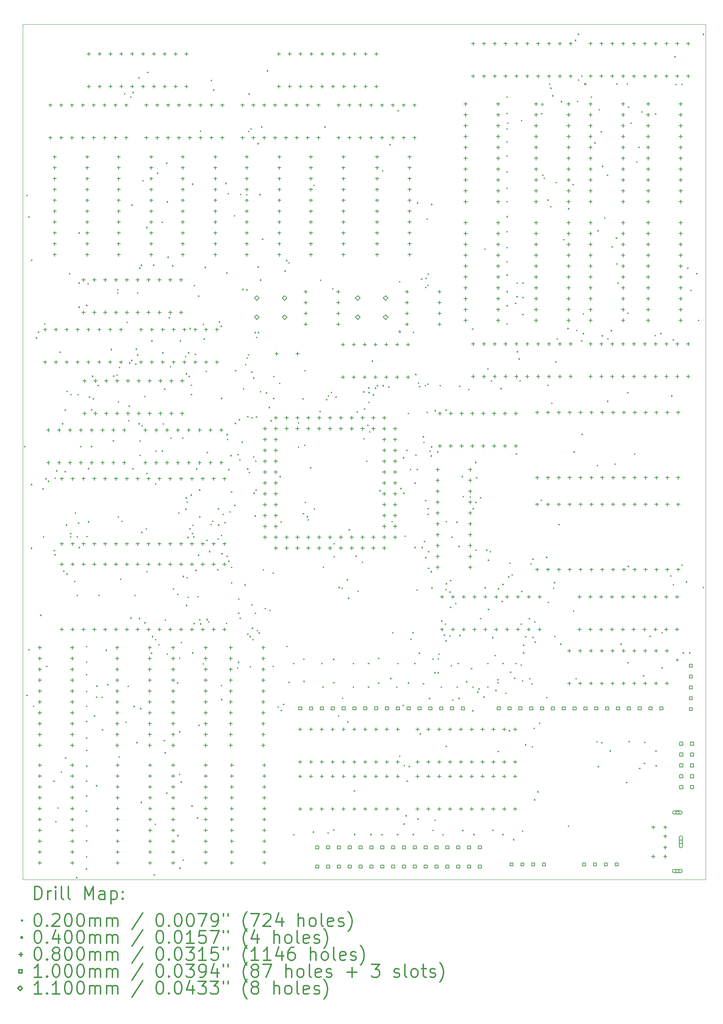
<source format=gbr>
%FSLAX45Y45*%
G04 Gerber Fmt 4.5, Leading zero omitted, Abs format (unit mm)*
G04 Created by KiCad (PCBNEW (5.1.10)-1) date 2022-03-07 13:42:07*
%MOMM*%
%LPD*%
G01*
G04 APERTURE LIST*
%TA.AperFunction,Profile*%
%ADD10C,0.050000*%
%TD*%
%ADD11C,0.200000*%
%ADD12C,0.300000*%
G04 APERTURE END LIST*
D10*
X-17900000Y-19900000D02*
X-17900000Y-9900000D01*
X-1900000Y-19900000D02*
X-17900000Y-19900000D01*
X-1900000Y-9900000D02*
X-1900000Y-19900000D01*
X-17900000Y-9900000D02*
X-17900000Y100000D01*
X-1900000Y100000D02*
X-1900000Y-9900000D01*
X-17900000Y100000D02*
X-1900000Y100000D01*
D11*
X-17862200Y-9765000D02*
X-17842200Y-9785000D01*
X-17842200Y-9765000D02*
X-17862200Y-9785000D01*
X-17809380Y-15585050D02*
X-17789380Y-15605050D01*
X-17789380Y-15585050D02*
X-17809380Y-15605050D01*
X-17807900Y-3893160D02*
X-17787900Y-3913160D01*
X-17787900Y-3893160D02*
X-17807900Y-3913160D01*
X-17759030Y-4394260D02*
X-17739030Y-4414260D01*
X-17739030Y-4394260D02*
X-17759030Y-4414260D01*
X-17759030Y-14518890D02*
X-17739030Y-14538890D01*
X-17739030Y-14518890D02*
X-17759030Y-14538890D01*
X-17705420Y-12143380D02*
X-17685420Y-12163380D01*
X-17685420Y-12143380D02*
X-17705420Y-12163380D01*
X-17699600Y-5406660D02*
X-17679600Y-5426660D01*
X-17679600Y-5406660D02*
X-17699600Y-5426660D01*
X-17699600Y-10653140D02*
X-17679600Y-10673140D01*
X-17679600Y-10653140D02*
X-17699600Y-10673140D01*
X-17656050Y-15836490D02*
X-17636050Y-15856490D01*
X-17636050Y-15836490D02*
X-17656050Y-15856490D01*
X-17582010Y-7223550D02*
X-17562010Y-7243550D01*
X-17562010Y-7223550D02*
X-17582010Y-7243550D01*
X-17540420Y-7092730D02*
X-17520420Y-7112730D01*
X-17520420Y-7092730D02*
X-17540420Y-7112730D01*
X-17481700Y-13707280D02*
X-17461700Y-13727280D01*
X-17461700Y-13707280D02*
X-17481700Y-13727280D01*
X-17431120Y-10754970D02*
X-17411120Y-10774970D01*
X-17411120Y-10754970D02*
X-17431120Y-10774970D01*
X-17415080Y-11874010D02*
X-17395080Y-11894010D01*
X-17395080Y-11874010D02*
X-17415080Y-11894010D01*
X-17392830Y-6896180D02*
X-17372830Y-6916180D01*
X-17372830Y-6896180D02*
X-17392830Y-6916180D01*
X-17364230Y-10517700D02*
X-17344230Y-10537700D01*
X-17344230Y-10517700D02*
X-17364230Y-10537700D01*
X-17345400Y-14908650D02*
X-17325400Y-14928650D01*
X-17325400Y-14908650D02*
X-17345400Y-14928650D01*
X-17304050Y-10575490D02*
X-17284050Y-10595490D01*
X-17284050Y-10575490D02*
X-17304050Y-10595490D01*
X-17175700Y-17592130D02*
X-17155700Y-17612130D01*
X-17155700Y-17592130D02*
X-17175700Y-17612130D01*
X-17165170Y-12197240D02*
X-17145170Y-12217240D01*
X-17145170Y-12197240D02*
X-17165170Y-12217240D01*
X-17150164Y-12294501D02*
X-17130164Y-12314501D01*
X-17130164Y-12294501D02*
X-17150164Y-12314501D01*
X-17145970Y-10502630D02*
X-17125970Y-10522630D01*
X-17125970Y-10502630D02*
X-17145970Y-10522630D01*
X-17128160Y-18541700D02*
X-17108160Y-18561700D01*
X-17108160Y-18541700D02*
X-17128160Y-18561700D01*
X-17111330Y-10332020D02*
X-17091330Y-10352020D01*
X-17091330Y-10332020D02*
X-17111330Y-10352020D01*
X-17079990Y-18216510D02*
X-17059990Y-18236510D01*
X-17059990Y-18216510D02*
X-17079990Y-18236510D01*
X-17032430Y-7556120D02*
X-17012430Y-7576120D01*
X-17012430Y-7556120D02*
X-17032430Y-7576120D01*
X-16999530Y-17381540D02*
X-16979530Y-17401540D01*
X-16979530Y-17381540D02*
X-16999530Y-17401540D01*
X-16970940Y-9229540D02*
X-16950940Y-9249540D01*
X-16950940Y-9229540D02*
X-16970940Y-9249540D01*
X-16944940Y-12678280D02*
X-16924940Y-12698280D01*
X-16924940Y-12678280D02*
X-16944940Y-12698280D01*
X-16912390Y-8914170D02*
X-16892390Y-8934170D01*
X-16892390Y-8914170D02*
X-16912390Y-8934170D01*
X-16912390Y-10352000D02*
X-16892390Y-10372000D01*
X-16892390Y-10352000D02*
X-16912390Y-10372000D01*
X-16903930Y-17051150D02*
X-16883930Y-17071150D01*
X-16883930Y-17051150D02*
X-16903930Y-17071150D01*
X-16881560Y-11600490D02*
X-16861560Y-11620490D01*
X-16861560Y-11600490D02*
X-16881560Y-11620490D01*
X-16871660Y-12743920D02*
X-16851660Y-12763920D01*
X-16851660Y-12743920D02*
X-16871660Y-12763920D01*
X-16866090Y-8470820D02*
X-16846090Y-8490820D01*
X-16846090Y-8470820D02*
X-16866090Y-8490820D01*
X-16809260Y-5721140D02*
X-16789260Y-5741140D01*
X-16789260Y-5721140D02*
X-16809260Y-5741140D01*
X-16785430Y-11801250D02*
X-16765430Y-11821250D01*
X-16765430Y-11801250D02*
X-16785430Y-11821250D01*
X-16784000Y-11874010D02*
X-16764000Y-11894010D01*
X-16764000Y-11874010D02*
X-16784000Y-11894010D01*
X-16775250Y-8549710D02*
X-16755250Y-8569710D01*
X-16755250Y-8549710D02*
X-16775250Y-8569710D01*
X-16690310Y-12916190D02*
X-16670310Y-12936190D01*
X-16670310Y-12916190D02*
X-16690310Y-12936190D01*
X-16673530Y-11315320D02*
X-16653530Y-11335320D01*
X-16653530Y-11315320D02*
X-16673530Y-11335320D01*
X-16640470Y-19846620D02*
X-16620470Y-19866620D01*
X-16620470Y-19846620D02*
X-16640470Y-19866620D01*
X-16629680Y-11875380D02*
X-16609680Y-11895380D01*
X-16609680Y-11875380D02*
X-16629680Y-11895380D01*
X-16629580Y-13245880D02*
X-16609580Y-13265880D01*
X-16609580Y-13245880D02*
X-16629580Y-13265880D01*
X-16614390Y-8548750D02*
X-16594390Y-8568750D01*
X-16594390Y-8548750D02*
X-16614390Y-8568750D01*
X-16598540Y-11551860D02*
X-16578540Y-11571860D01*
X-16578540Y-11551860D02*
X-16598540Y-11571860D01*
X-16585090Y-4768000D02*
X-16565090Y-4788000D01*
X-16565090Y-4768000D02*
X-16585090Y-4788000D01*
X-16585090Y-5936930D02*
X-16565090Y-5956930D01*
X-16565090Y-5936930D02*
X-16585090Y-5956930D01*
X-16585090Y-6504680D02*
X-16565090Y-6524680D01*
X-16565090Y-6504680D02*
X-16585090Y-6524680D01*
X-16580870Y-12126640D02*
X-16560870Y-12146640D01*
X-16560870Y-12126640D02*
X-16580870Y-12146640D01*
X-16548000Y-9765000D02*
X-16528000Y-9785000D01*
X-16528000Y-9765000D02*
X-16548000Y-9785000D01*
X-16412570Y-16192680D02*
X-16392570Y-16212680D01*
X-16392570Y-16192680D02*
X-16412570Y-16212680D01*
X-16412090Y-17940000D02*
X-16392090Y-17960000D01*
X-16392090Y-17940000D02*
X-16412090Y-17960000D01*
X-16411880Y-18990000D02*
X-16391880Y-19010000D01*
X-16391880Y-18990000D02*
X-16411880Y-19010000D01*
X-16411880Y-19643610D02*
X-16391880Y-19663610D01*
X-16391880Y-19643610D02*
X-16411880Y-19663610D01*
X-16411860Y-16868550D02*
X-16391860Y-16888550D01*
X-16391860Y-16868550D02*
X-16411860Y-16888550D01*
X-16411820Y-17590000D02*
X-16391820Y-17610000D01*
X-16391820Y-17590000D02*
X-16411820Y-17610000D01*
X-16411780Y-16583110D02*
X-16391780Y-16603110D01*
X-16391780Y-16583110D02*
X-16411780Y-16603110D01*
X-16411780Y-18290000D02*
X-16391780Y-18310000D01*
X-16391780Y-18290000D02*
X-16411780Y-18310000D01*
X-16411280Y-14803850D02*
X-16391280Y-14823850D01*
X-16391280Y-14803850D02*
X-16411280Y-14823850D01*
X-16411180Y-15103250D02*
X-16391180Y-15123250D01*
X-16391180Y-15103250D02*
X-16411180Y-15123250D01*
X-16411030Y-14440000D02*
X-16391030Y-14460000D01*
X-16391030Y-14440000D02*
X-16411030Y-14460000D01*
X-16410830Y-15840000D02*
X-16390830Y-15860000D01*
X-16390830Y-15840000D02*
X-16410830Y-15860000D01*
X-16410450Y-19362080D02*
X-16390450Y-19382080D01*
X-16390450Y-19362080D02*
X-16410450Y-19382080D01*
X-16410400Y-18640000D02*
X-16390400Y-18660000D01*
X-16390400Y-18640000D02*
X-16410400Y-18660000D01*
X-16410370Y-17240000D02*
X-16390370Y-17260000D01*
X-16390370Y-17240000D02*
X-16410370Y-17260000D01*
X-16410280Y-15490000D02*
X-16390280Y-15510000D01*
X-16390280Y-15490000D02*
X-16410280Y-15510000D01*
X-16403440Y-6462870D02*
X-16383440Y-6482870D01*
X-16383440Y-6462870D02*
X-16403440Y-6482870D01*
X-16401570Y-11864850D02*
X-16381570Y-11884850D01*
X-16381570Y-11864850D02*
X-16401570Y-11884850D01*
X-16377460Y-5955740D02*
X-16357460Y-5975740D01*
X-16357460Y-5955740D02*
X-16377460Y-5975740D01*
X-16366210Y-10278490D02*
X-16346210Y-10298490D01*
X-16346210Y-10278490D02*
X-16366210Y-10298490D01*
X-16366210Y-11524520D02*
X-16346210Y-11544520D01*
X-16346210Y-11524520D02*
X-16366210Y-11544520D01*
X-16345390Y-8606960D02*
X-16325390Y-8626960D01*
X-16325390Y-8606960D02*
X-16345390Y-8626960D01*
X-16294310Y-8905670D02*
X-16274310Y-8925670D01*
X-16274310Y-8905670D02*
X-16294310Y-8925670D01*
X-16294000Y-9763470D02*
X-16274000Y-9783470D01*
X-16274000Y-9763470D02*
X-16294000Y-9783470D01*
X-16272260Y-8120950D02*
X-16252260Y-8140950D01*
X-16252260Y-8120950D02*
X-16272260Y-8140950D01*
X-16253110Y-8652460D02*
X-16233110Y-8672460D01*
X-16233110Y-8652460D02*
X-16253110Y-8672460D01*
X-16226560Y-16061480D02*
X-16206560Y-16081480D01*
X-16206560Y-16061480D02*
X-16226560Y-16081480D01*
X-16176840Y-15627470D02*
X-16156840Y-15647470D01*
X-16156840Y-15627470D02*
X-16176840Y-15647470D01*
X-16175790Y-17697270D02*
X-16155790Y-17717270D01*
X-16155790Y-17697270D02*
X-16175790Y-17717270D01*
X-16167680Y-15368010D02*
X-16147680Y-15388010D01*
X-16147680Y-15368010D02*
X-16167680Y-15388010D01*
X-16140850Y-8335400D02*
X-16120850Y-8355400D01*
X-16120850Y-8335400D02*
X-16140850Y-8355400D01*
X-16123460Y-13245880D02*
X-16103460Y-13265880D01*
X-16103460Y-13245880D02*
X-16123460Y-13265880D01*
X-16044260Y-15627470D02*
X-16024260Y-15647470D01*
X-16024260Y-15627470D02*
X-16044260Y-15647470D01*
X-16041650Y-16387330D02*
X-16021650Y-16407330D01*
X-16021650Y-16387330D02*
X-16041650Y-16407330D01*
X-15949360Y-14529710D02*
X-15929360Y-14549710D01*
X-15929360Y-14529710D02*
X-15949360Y-14549710D01*
X-15914680Y-15335100D02*
X-15894680Y-15355100D01*
X-15894680Y-15335100D02*
X-15914680Y-15355100D01*
X-15833840Y-7494040D02*
X-15813840Y-7514040D01*
X-15813840Y-7494040D02*
X-15833840Y-7514040D01*
X-15786000Y-9632400D02*
X-15766000Y-9652400D01*
X-15766000Y-9632400D02*
X-15786000Y-9652400D01*
X-15779420Y-8116570D02*
X-15759420Y-8136570D01*
X-15759420Y-8116570D02*
X-15779420Y-8136570D01*
X-15698000Y-8091940D02*
X-15678000Y-8111940D01*
X-15678000Y-8091940D02*
X-15698000Y-8111940D01*
X-15683010Y-6093380D02*
X-15663010Y-6113380D01*
X-15663010Y-6093380D02*
X-15683010Y-6113380D01*
X-15683010Y-6168100D02*
X-15663010Y-6188100D01*
X-15663010Y-6168100D02*
X-15683010Y-6188100D01*
X-15665440Y-8717170D02*
X-15645440Y-8737170D01*
X-15645440Y-8717170D02*
X-15665440Y-8737170D01*
X-15664220Y-11411140D02*
X-15644220Y-11431140D01*
X-15644220Y-11411140D02*
X-15664220Y-11431140D01*
X-15644940Y-17023260D02*
X-15624940Y-17043260D01*
X-15624940Y-17023260D02*
X-15644940Y-17043260D01*
X-15637770Y-7913910D02*
X-15617770Y-7933910D01*
X-15617770Y-7913910D02*
X-15637770Y-7933910D01*
X-15610890Y-12864960D02*
X-15590890Y-12884960D01*
X-15590890Y-12864960D02*
X-15610890Y-12884960D01*
X-15577300Y-11512280D02*
X-15557300Y-11532280D01*
X-15557300Y-11512280D02*
X-15577300Y-11532280D01*
X-15518290Y-1511120D02*
X-15498290Y-1531120D01*
X-15498290Y-1511120D02*
X-15518290Y-1531120D01*
X-15483260Y-16211490D02*
X-15463260Y-16231490D01*
X-15463260Y-16211490D02*
X-15483260Y-16231490D01*
X-15461040Y-6856640D02*
X-15441040Y-6876640D01*
X-15441040Y-6856640D02*
X-15461040Y-6876640D01*
X-15434900Y-15373470D02*
X-15414900Y-15393470D01*
X-15414900Y-15373470D02*
X-15434900Y-15393470D01*
X-15424460Y-9156030D02*
X-15404460Y-9176030D01*
X-15404460Y-9156030D02*
X-15424460Y-9176030D01*
X-15412880Y-8817680D02*
X-15392880Y-8837680D01*
X-15392880Y-8817680D02*
X-15412880Y-8837680D01*
X-15402740Y-7806080D02*
X-15382740Y-7826080D01*
X-15382740Y-7806080D02*
X-15402740Y-7826080D01*
X-15374470Y-1587070D02*
X-15354470Y-1607070D01*
X-15354470Y-1587070D02*
X-15374470Y-1607070D01*
X-15370590Y-13776910D02*
X-15350590Y-13796910D01*
X-15350590Y-13776910D02*
X-15370590Y-13796910D01*
X-15355200Y-7747380D02*
X-15335200Y-7767380D01*
X-15335200Y-7747380D02*
X-15355200Y-7767380D01*
X-15350860Y-4116370D02*
X-15330860Y-4136370D01*
X-15330860Y-4116370D02*
X-15350860Y-4136370D01*
X-15328680Y-10284000D02*
X-15308680Y-10304000D01*
X-15308680Y-10284000D02*
X-15328680Y-10304000D01*
X-15325450Y-1481470D02*
X-15305450Y-1501470D01*
X-15305450Y-1481470D02*
X-15325450Y-1501470D01*
X-15295180Y-15842550D02*
X-15275180Y-15862550D01*
X-15275180Y-15842550D02*
X-15295180Y-15862550D01*
X-15275180Y-13245860D02*
X-15255180Y-13265860D01*
X-15255180Y-13245860D02*
X-15275180Y-13265860D01*
X-15260160Y-7836310D02*
X-15240160Y-7856310D01*
X-15240160Y-7836310D02*
X-15260160Y-7856310D01*
X-15250140Y-7486080D02*
X-15230140Y-7506080D01*
X-15230140Y-7486080D02*
X-15250140Y-7506080D01*
X-15234010Y-16688590D02*
X-15214010Y-16708590D01*
X-15214010Y-16688590D02*
X-15234010Y-16708590D01*
X-15216820Y-7621220D02*
X-15196820Y-7641220D01*
X-15196820Y-7621220D02*
X-15216820Y-7641220D01*
X-15215000Y-6168100D02*
X-15195000Y-6188100D01*
X-15195000Y-6168100D02*
X-15215000Y-6188100D01*
X-15185570Y-1138020D02*
X-15165570Y-1158020D01*
X-15165570Y-1138020D02*
X-15185570Y-1158020D01*
X-15182600Y-9231240D02*
X-15162600Y-9251240D01*
X-15162600Y-9231240D02*
X-15182600Y-9251240D01*
X-15170290Y-13783950D02*
X-15150290Y-13803950D01*
X-15150290Y-13783950D02*
X-15170290Y-13803950D01*
X-15166260Y-5590560D02*
X-15146260Y-5610560D01*
X-15146260Y-5590560D02*
X-15166260Y-5610560D01*
X-15156150Y-9632400D02*
X-15136150Y-9652400D01*
X-15136150Y-9632400D02*
X-15156150Y-9652400D01*
X-15156150Y-9968240D02*
X-15136150Y-9988240D01*
X-15136150Y-9968240D02*
X-15156150Y-9988240D01*
X-15143050Y-15892170D02*
X-15123050Y-15912170D01*
X-15123050Y-15892170D02*
X-15143050Y-15912170D01*
X-15132820Y-18084620D02*
X-15112820Y-18104620D01*
X-15112820Y-18084620D02*
X-15132820Y-18104620D01*
X-15127580Y-5522790D02*
X-15107580Y-5542790D01*
X-15107580Y-5522790D02*
X-15127580Y-5542790D01*
X-15118500Y-11770210D02*
X-15098500Y-11790210D01*
X-15098500Y-11770210D02*
X-15118500Y-11790210D01*
X-15103770Y-9276690D02*
X-15083770Y-9296690D01*
X-15083770Y-9276690D02*
X-15103770Y-9296690D01*
X-15087630Y-3542070D02*
X-15067630Y-3562070D01*
X-15067630Y-3542070D02*
X-15087630Y-3562070D01*
X-15045490Y-8591490D02*
X-15025490Y-8611490D01*
X-15025490Y-8591490D02*
X-15045490Y-8611490D01*
X-15045180Y-13886940D02*
X-15025180Y-13906940D01*
X-15025180Y-13886940D02*
X-15045180Y-13906940D01*
X-15011530Y-11690680D02*
X-14991530Y-11710680D01*
X-14991530Y-11690680D02*
X-15011530Y-11710680D01*
X-15005510Y-4641000D02*
X-14985510Y-4661000D01*
X-14985510Y-4641000D02*
X-15005510Y-4661000D01*
X-14999150Y-10393000D02*
X-14979150Y-10413000D01*
X-14979150Y-10393000D02*
X-14999150Y-10413000D01*
X-14992670Y-12688480D02*
X-14972670Y-12708480D01*
X-14972670Y-12688480D02*
X-14992670Y-12708480D01*
X-14982440Y-1011070D02*
X-14962440Y-1031070D01*
X-14962440Y-1011070D02*
X-14982440Y-1031070D01*
X-14887960Y-14598700D02*
X-14867960Y-14618700D01*
X-14867960Y-14598700D02*
X-14887960Y-14618700D01*
X-14881000Y-7290030D02*
X-14861000Y-7310030D01*
X-14861000Y-7290030D02*
X-14881000Y-7310030D01*
X-14869150Y-14206840D02*
X-14849150Y-14226840D01*
X-14849150Y-14206840D02*
X-14869150Y-14226840D01*
X-14844890Y-5522790D02*
X-14824890Y-5542790D01*
X-14824890Y-5522790D02*
X-14844890Y-5542790D01*
X-14828520Y-19781690D02*
X-14808520Y-19801690D01*
X-14808520Y-19781690D02*
X-14828520Y-19801690D01*
X-14799260Y-18599860D02*
X-14779260Y-18619860D01*
X-14779260Y-18599860D02*
X-14799260Y-18619860D01*
X-14791010Y-10639460D02*
X-14771010Y-10659460D01*
X-14771010Y-10639460D02*
X-14791010Y-10659460D01*
X-14790440Y-14279380D02*
X-14770440Y-14299380D01*
X-14770440Y-14279380D02*
X-14790440Y-14299380D01*
X-14780520Y-9868750D02*
X-14760520Y-9888750D01*
X-14760520Y-9868750D02*
X-14780520Y-9888750D01*
X-14750360Y-3371000D02*
X-14730360Y-3391000D01*
X-14730360Y-3371000D02*
X-14750360Y-3391000D01*
X-14713400Y-14400600D02*
X-14693400Y-14420600D01*
X-14693400Y-14400600D02*
X-14713400Y-14420600D01*
X-14639670Y-9864880D02*
X-14619670Y-9884880D01*
X-14619670Y-9864880D02*
X-14639670Y-9884880D01*
X-14637740Y-4519060D02*
X-14617740Y-4539060D01*
X-14617740Y-4519060D02*
X-14637740Y-4539060D01*
X-14627000Y-7572010D02*
X-14607000Y-7592010D01*
X-14607000Y-7572010D02*
X-14627000Y-7592010D01*
X-14615560Y-9234780D02*
X-14595560Y-9254780D01*
X-14595560Y-9234780D02*
X-14615560Y-9254780D01*
X-14593700Y-16639920D02*
X-14573700Y-16659920D01*
X-14573700Y-16639920D02*
X-14593700Y-16659920D01*
X-14585260Y-8421430D02*
X-14565260Y-8441430D01*
X-14565260Y-8421430D02*
X-14585260Y-8441430D01*
X-14567640Y-16926620D02*
X-14547640Y-16946620D01*
X-14547640Y-16926620D02*
X-14567640Y-16946620D01*
X-14563380Y-13822010D02*
X-14543380Y-13842010D01*
X-14543380Y-13822010D02*
X-14563380Y-13842010D01*
X-14534500Y-17869470D02*
X-14514500Y-17889470D01*
X-14514500Y-17869470D02*
X-14534500Y-17889470D01*
X-14533670Y-3134750D02*
X-14513670Y-3154750D01*
X-14513670Y-3134750D02*
X-14533670Y-3154750D01*
X-14520570Y-14621110D02*
X-14500570Y-14641110D01*
X-14500570Y-14621110D02*
X-14520570Y-14641110D01*
X-14518940Y-4041040D02*
X-14498940Y-4061040D01*
X-14498940Y-4041040D02*
X-14518940Y-4061040D01*
X-14502680Y-5336160D02*
X-14482680Y-5356160D01*
X-14482680Y-5336160D02*
X-14502680Y-5356160D01*
X-14474110Y-6751300D02*
X-14454110Y-6771300D01*
X-14454110Y-6751300D02*
X-14474110Y-6771300D01*
X-14442410Y-7895080D02*
X-14422410Y-7915080D01*
X-14422410Y-7895080D02*
X-14442410Y-7915080D01*
X-14437670Y-9562220D02*
X-14417670Y-9582220D01*
X-14417670Y-9562220D02*
X-14437670Y-9582220D01*
X-14391700Y-5539210D02*
X-14371700Y-5559210D01*
X-14371700Y-5539210D02*
X-14391700Y-5559210D01*
X-14378430Y-13095480D02*
X-14358430Y-13115480D01*
X-14358430Y-13095480D02*
X-14378430Y-13115480D01*
X-14279540Y-15293080D02*
X-14259540Y-15313080D01*
X-14259540Y-15293080D02*
X-14279540Y-15313080D01*
X-14276970Y-18866000D02*
X-14256970Y-18886000D01*
X-14256970Y-18866000D02*
X-14276970Y-18886000D01*
X-14273850Y-13224440D02*
X-14253850Y-13244440D01*
X-14253850Y-13224440D02*
X-14273850Y-13244440D01*
X-14250000Y-11315320D02*
X-14230000Y-11335320D01*
X-14230000Y-11315320D02*
X-14250000Y-11335320D01*
X-14233920Y-14714100D02*
X-14213920Y-14734100D01*
X-14213920Y-14714100D02*
X-14233920Y-14734100D01*
X-14230180Y-16435930D02*
X-14210180Y-16455930D01*
X-14210180Y-16435930D02*
X-14230180Y-16455930D01*
X-14230180Y-17428410D02*
X-14210180Y-17448410D01*
X-14210180Y-17428410D02*
X-14230180Y-17448410D01*
X-14220330Y-19626250D02*
X-14200330Y-19646250D01*
X-14200330Y-19626250D02*
X-14220330Y-19646250D01*
X-14214290Y-7290030D02*
X-14194290Y-7310030D01*
X-14194290Y-7290030D02*
X-14214290Y-7310030D01*
X-14195150Y-17613170D02*
X-14175150Y-17633170D01*
X-14175150Y-17613170D02*
X-14195150Y-17633170D01*
X-14190020Y-14349490D02*
X-14170020Y-14369490D01*
X-14170020Y-14349490D02*
X-14190020Y-14369490D01*
X-14158390Y-9562220D02*
X-14138390Y-9582220D01*
X-14138390Y-9562220D02*
X-14158390Y-9582220D01*
X-14149350Y-12803440D02*
X-14129350Y-12823440D01*
X-14129350Y-12803440D02*
X-14149350Y-12823440D01*
X-14147610Y-19437340D02*
X-14127610Y-19457340D01*
X-14127610Y-19437340D02*
X-14147610Y-19457340D01*
X-14090810Y-11227462D02*
X-14070810Y-11247462D01*
X-14070810Y-11227462D02*
X-14090810Y-11247462D01*
X-14088620Y-7660180D02*
X-14068620Y-7680180D01*
X-14068620Y-7660180D02*
X-14088620Y-7680180D01*
X-14074960Y-10964130D02*
X-14054960Y-10984130D01*
X-14054960Y-10964130D02*
X-14074960Y-10984130D01*
X-14071790Y-8060980D02*
X-14051790Y-8080980D01*
X-14051790Y-8060980D02*
X-14071790Y-8080980D01*
X-14069790Y-13480970D02*
X-14049790Y-13500970D01*
X-14049790Y-13480970D02*
X-14069790Y-13500970D01*
X-14054029Y-11062460D02*
X-14034029Y-11082460D01*
X-14034029Y-11062460D02*
X-14054029Y-11082460D01*
X-14053260Y-12834260D02*
X-14033260Y-12854260D01*
X-14033260Y-12834260D02*
X-14053260Y-12854260D01*
X-14040120Y-11887830D02*
X-14020120Y-11907830D01*
X-14020120Y-11887830D02*
X-14040120Y-11907830D01*
X-14028200Y-13290700D02*
X-14008200Y-13310700D01*
X-14008200Y-13290700D02*
X-14028200Y-13310700D01*
X-14020130Y-7572010D02*
X-14000130Y-7592010D01*
X-14000130Y-7572010D02*
X-14020130Y-7592010D01*
X-14007570Y-8125190D02*
X-13987570Y-8145190D01*
X-13987570Y-8125190D02*
X-14007570Y-8145190D01*
X-13991320Y-11690680D02*
X-13971320Y-11710680D01*
X-13971320Y-11690680D02*
X-13991320Y-11710680D01*
X-13985470Y-7003100D02*
X-13965470Y-7023100D01*
X-13965470Y-7003100D02*
X-13985470Y-7023100D01*
X-13964580Y-10899320D02*
X-13944580Y-10919320D01*
X-13944580Y-10899320D02*
X-13964580Y-10919320D01*
X-13958430Y-8545730D02*
X-13938430Y-8565730D01*
X-13938430Y-8545730D02*
X-13958430Y-8565730D01*
X-13951720Y-8329850D02*
X-13931720Y-8349850D01*
X-13931720Y-8329850D02*
X-13951720Y-8349850D01*
X-13941170Y-18171680D02*
X-13921170Y-18191680D01*
X-13921170Y-18171680D02*
X-13941170Y-18191680D01*
X-13931420Y-11801640D02*
X-13911420Y-11821640D01*
X-13911420Y-11801640D02*
X-13931420Y-11821640D01*
X-13927100Y-14588040D02*
X-13907100Y-14608040D01*
X-13907100Y-14588040D02*
X-13927100Y-14608040D01*
X-13925410Y-3625000D02*
X-13905410Y-3645000D01*
X-13905410Y-3625000D02*
X-13925410Y-3645000D01*
X-13921150Y-11604190D02*
X-13901150Y-11624190D01*
X-13901150Y-11604190D02*
X-13921150Y-11624190D01*
X-13902570Y-11881040D02*
X-13882570Y-11901040D01*
X-13882570Y-11881040D02*
X-13902570Y-11901040D01*
X-13890250Y-13903050D02*
X-13870250Y-13923050D01*
X-13870250Y-13903050D02*
X-13890250Y-13923050D01*
X-13884640Y-5999560D02*
X-13864640Y-6019560D01*
X-13864640Y-5999560D02*
X-13884640Y-6019560D01*
X-13865000Y-7609430D02*
X-13845000Y-7629430D01*
X-13845000Y-7609430D02*
X-13865000Y-7629430D01*
X-13848650Y-12658240D02*
X-13828650Y-12678240D01*
X-13828650Y-12658240D02*
X-13848650Y-12678240D01*
X-13833920Y-10288430D02*
X-13813920Y-10308430D01*
X-13813920Y-10288430D02*
X-13833920Y-10308430D01*
X-13814720Y-18448710D02*
X-13794720Y-18468710D01*
X-13794720Y-18448710D02*
X-13814720Y-18468710D01*
X-13800790Y-13273930D02*
X-13780790Y-13293930D01*
X-13780790Y-13273930D02*
X-13800790Y-13293930D01*
X-13787460Y-12304700D02*
X-13767460Y-12324700D01*
X-13767460Y-12304700D02*
X-13787460Y-12324700D01*
X-13787150Y-6245720D02*
X-13767150Y-6265720D01*
X-13767150Y-6245720D02*
X-13787150Y-6265720D01*
X-13778570Y-16286220D02*
X-13758570Y-16306220D01*
X-13758570Y-16286220D02*
X-13778570Y-16306220D01*
X-13761790Y-10778330D02*
X-13741790Y-10798330D01*
X-13741790Y-10778330D02*
X-13761790Y-10798330D01*
X-13761790Y-11410340D02*
X-13741790Y-11430340D01*
X-13741790Y-11410340D02*
X-13761790Y-11430340D01*
X-13761650Y-13815708D02*
X-13741650Y-13835708D01*
X-13741650Y-13815708D02*
X-13761650Y-13835708D01*
X-13740110Y-13911780D02*
X-13720110Y-13931780D01*
X-13720110Y-13911780D02*
X-13740110Y-13931780D01*
X-13740000Y-2384070D02*
X-13720000Y-2404070D01*
X-13720000Y-2384070D02*
X-13740000Y-2404070D01*
X-13676720Y-6904270D02*
X-13656720Y-6924270D01*
X-13656720Y-6904270D02*
X-13676720Y-6924270D01*
X-13671950Y-14848370D02*
X-13651950Y-14868370D01*
X-13651950Y-14848370D02*
X-13671950Y-14868370D01*
X-13659390Y-7248220D02*
X-13639390Y-7268220D01*
X-13639390Y-7248220D02*
X-13659390Y-7268220D01*
X-13631450Y-5573510D02*
X-13611450Y-5593510D01*
X-13611450Y-5573510D02*
X-13631450Y-5593510D01*
X-13607800Y-8009040D02*
X-13587800Y-8029040D01*
X-13587800Y-8009040D02*
X-13607800Y-8029040D01*
X-13593660Y-11960240D02*
X-13573660Y-11980240D01*
X-13573660Y-11960240D02*
X-13593660Y-11980240D01*
X-13587850Y-13809660D02*
X-13567850Y-13829660D01*
X-13567850Y-13809660D02*
X-13587850Y-13829660D01*
X-13584670Y-9904710D02*
X-13564670Y-9924710D01*
X-13564670Y-9904710D02*
X-13584670Y-9924710D01*
X-13545530Y-13867840D02*
X-13525530Y-13887840D01*
X-13525530Y-13867840D02*
X-13545530Y-13887840D01*
X-13530330Y-12218990D02*
X-13510330Y-12238990D01*
X-13510330Y-12218990D02*
X-13530330Y-12238990D01*
X-13496020Y-11586760D02*
X-13476020Y-11606760D01*
X-13476020Y-11586760D02*
X-13496020Y-11606760D01*
X-13486000Y-1196780D02*
X-13466000Y-1216780D01*
X-13466000Y-1196780D02*
X-13486000Y-1216780D01*
X-13454580Y-11513050D02*
X-13434580Y-11533050D01*
X-13434580Y-11513050D02*
X-13454580Y-11533050D01*
X-13433140Y-1423750D02*
X-13413140Y-1443750D01*
X-13413140Y-1423750D02*
X-13433140Y-1443750D01*
X-13340900Y-12646600D02*
X-13320900Y-12666600D01*
X-13320900Y-12646600D02*
X-13340900Y-12666600D01*
X-13325560Y-11926220D02*
X-13305560Y-11946220D01*
X-13305560Y-11926220D02*
X-13325560Y-11946220D01*
X-13322630Y-11220360D02*
X-13302630Y-11240360D01*
X-13302630Y-11220360D02*
X-13322630Y-11240360D01*
X-13317080Y-11602070D02*
X-13297080Y-11622070D01*
X-13297080Y-11602070D02*
X-13317080Y-11622070D01*
X-13303620Y-6849490D02*
X-13283620Y-6869490D01*
X-13283620Y-6849490D02*
X-13303620Y-6869490D01*
X-13255240Y-6953060D02*
X-13235240Y-6973060D01*
X-13235240Y-6953060D02*
X-13255240Y-6973060D01*
X-13249540Y-15353030D02*
X-13229540Y-15373030D01*
X-13229540Y-15353030D02*
X-13249540Y-15373030D01*
X-13249460Y-8636460D02*
X-13229460Y-8656460D01*
X-13229460Y-8636460D02*
X-13249460Y-8656460D01*
X-13248360Y-11844360D02*
X-13228360Y-11864360D01*
X-13228360Y-11844360D02*
X-13248360Y-11864360D01*
X-13247580Y-15681240D02*
X-13227580Y-15701240D01*
X-13227580Y-15681240D02*
X-13247580Y-15701240D01*
X-13239420Y-12269870D02*
X-13219420Y-12289870D01*
X-13219420Y-12269870D02*
X-13239420Y-12289870D01*
X-13208690Y-11350010D02*
X-13188690Y-11370010D01*
X-13188690Y-11350010D02*
X-13208690Y-11370010D01*
X-13170510Y-11546480D02*
X-13150510Y-11566480D01*
X-13150510Y-11546480D02*
X-13170510Y-11566480D01*
X-13151810Y-3609310D02*
X-13131810Y-3629310D01*
X-13131810Y-3609310D02*
X-13151810Y-3629310D01*
X-13134130Y-13899670D02*
X-13114130Y-13919670D01*
X-13114130Y-13899670D02*
X-13134130Y-13919670D01*
X-13126600Y-5704400D02*
X-13106600Y-5724400D01*
X-13106600Y-5704400D02*
X-13126600Y-5724400D01*
X-13126110Y-9484930D02*
X-13106110Y-9504930D01*
X-13106110Y-9484930D02*
X-13126110Y-9504930D01*
X-13118900Y-12334790D02*
X-13098900Y-12354790D01*
X-13098900Y-12334790D02*
X-13118900Y-12354790D01*
X-13105225Y-9596401D02*
X-13085225Y-9616401D01*
X-13085225Y-9596401D02*
X-13105225Y-9616401D01*
X-13091040Y-3848620D02*
X-13071040Y-3868620D01*
X-13071040Y-3848620D02*
X-13091040Y-3868620D01*
X-13079400Y-10304020D02*
X-13059400Y-10324020D01*
X-13059400Y-10304020D02*
X-13079400Y-10324020D01*
X-13077130Y-12447000D02*
X-13057130Y-12467000D01*
X-13057130Y-12447000D02*
X-13077130Y-12467000D01*
X-13048730Y-11293700D02*
X-13028730Y-11313700D01*
X-13028730Y-11293700D02*
X-13048730Y-11313700D01*
X-13031860Y-9974290D02*
X-13011860Y-9994290D01*
X-13011860Y-9974290D02*
X-13031860Y-9994290D01*
X-13018000Y-10824260D02*
X-12998000Y-10844260D01*
X-12998000Y-10824260D02*
X-13018000Y-10844260D01*
X-13014100Y-12952400D02*
X-12994100Y-12972400D01*
X-12994100Y-12952400D02*
X-13014100Y-12972400D01*
X-13013810Y-12584470D02*
X-12993810Y-12604470D01*
X-12993810Y-12584470D02*
X-13013810Y-12604470D01*
X-12946210Y-4367530D02*
X-12926210Y-4387530D01*
X-12926210Y-4367530D02*
X-12946210Y-4387530D01*
X-12941990Y-11139280D02*
X-12921990Y-11159280D01*
X-12921990Y-11139280D02*
X-12941990Y-11159280D01*
X-12925480Y-7987520D02*
X-12905480Y-8007520D01*
X-12905480Y-7987520D02*
X-12925480Y-8007520D01*
X-12925430Y-9222400D02*
X-12905430Y-9242400D01*
X-12905430Y-9222400D02*
X-12925430Y-9242400D01*
X-12870260Y-14938130D02*
X-12850260Y-14958130D01*
X-12850260Y-14938130D02*
X-12870260Y-14958130D01*
X-12866730Y-9955780D02*
X-12846730Y-9975780D01*
X-12846730Y-9955780D02*
X-12866730Y-9975780D01*
X-12855180Y-14808060D02*
X-12835180Y-14828060D01*
X-12835180Y-14808060D02*
X-12855180Y-14828060D01*
X-12848490Y-13664830D02*
X-12828490Y-13684830D01*
X-12828490Y-13664830D02*
X-12848490Y-13684830D01*
X-12844310Y-13334290D02*
X-12824310Y-13354290D01*
X-12824310Y-13334290D02*
X-12844310Y-13354290D01*
X-12831330Y-9135880D02*
X-12811330Y-9155880D01*
X-12811330Y-9135880D02*
X-12831330Y-9155880D01*
X-12817700Y-10073710D02*
X-12797700Y-10093710D01*
X-12797700Y-10073710D02*
X-12817700Y-10093710D01*
X-12813460Y-13779700D02*
X-12793460Y-13799700D01*
X-12793460Y-13779700D02*
X-12813460Y-13799700D01*
X-12801640Y-3868560D02*
X-12781640Y-3888560D01*
X-12781640Y-3868560D02*
X-12801640Y-3888560D01*
X-12768010Y-9660400D02*
X-12748010Y-9680400D01*
X-12748010Y-9660400D02*
X-12768010Y-9680400D01*
X-12748660Y-6087500D02*
X-12728660Y-6107500D01*
X-12728660Y-6087500D02*
X-12748660Y-6107500D01*
X-12732920Y-8411990D02*
X-12712920Y-8431990D01*
X-12712920Y-8411990D02*
X-12732920Y-8431990D01*
X-12698080Y-12996950D02*
X-12678080Y-13016950D01*
X-12678080Y-12996950D02*
X-12698080Y-13016950D01*
X-12683110Y-7847690D02*
X-12663110Y-7867690D01*
X-12663110Y-7847690D02*
X-12683110Y-7867690D01*
X-12660000Y-3872700D02*
X-12640000Y-3892700D01*
X-12640000Y-3872700D02*
X-12660000Y-3892700D01*
X-12655690Y-6097820D02*
X-12635690Y-6117820D01*
X-12635690Y-6097820D02*
X-12655690Y-6117820D01*
X-12648320Y-7693140D02*
X-12628320Y-7713140D01*
X-12628320Y-7693140D02*
X-12648320Y-7713140D01*
X-12636550Y-14151260D02*
X-12616550Y-14171260D01*
X-12616550Y-14151260D02*
X-12636550Y-14171260D01*
X-12635730Y-9063140D02*
X-12615730Y-9083140D01*
X-12615730Y-9063140D02*
X-12635730Y-9083140D01*
X-12635730Y-10288030D02*
X-12615730Y-10308030D01*
X-12615730Y-10288030D02*
X-12635730Y-10308030D01*
X-12616070Y-2391370D02*
X-12596070Y-2411370D01*
X-12596070Y-2391370D02*
X-12616070Y-2411370D01*
X-12613290Y-7614480D02*
X-12593290Y-7634480D01*
X-12593290Y-7614480D02*
X-12613290Y-7634480D01*
X-12602190Y-1515840D02*
X-12582190Y-1535840D01*
X-12582190Y-1515840D02*
X-12602190Y-1535840D01*
X-12596570Y-10366150D02*
X-12576570Y-10386150D01*
X-12576570Y-10366150D02*
X-12596570Y-10386150D01*
X-12579630Y-14207980D02*
X-12559630Y-14227980D01*
X-12559630Y-14207980D02*
X-12579630Y-14227980D01*
X-12574620Y-14914410D02*
X-12554620Y-14934410D01*
X-12554620Y-14914410D02*
X-12574620Y-14934410D01*
X-12558050Y-2335680D02*
X-12538050Y-2355680D01*
X-12538050Y-2335680D02*
X-12558050Y-2355680D01*
X-12544480Y-8024830D02*
X-12524480Y-8044830D01*
X-12524480Y-8024830D02*
X-12544480Y-8044830D01*
X-12538230Y-13468620D02*
X-12518230Y-13488620D01*
X-12518230Y-13468620D02*
X-12538230Y-13488620D01*
X-12536020Y-9087680D02*
X-12516020Y-9107680D01*
X-12516020Y-9087680D02*
X-12536020Y-9107680D01*
X-12527090Y-14013650D02*
X-12507090Y-14033650D01*
X-12507090Y-14013650D02*
X-12527090Y-14033650D01*
X-12514580Y-14281680D02*
X-12494580Y-14301680D01*
X-12494580Y-14281680D02*
X-12514580Y-14301680D01*
X-12496950Y-8162670D02*
X-12476950Y-8182670D01*
X-12476950Y-8162670D02*
X-12496950Y-8182670D01*
X-12495670Y-10006350D02*
X-12475670Y-10026350D01*
X-12475670Y-10006350D02*
X-12495670Y-10026350D01*
X-12488940Y-10856150D02*
X-12468940Y-10876150D01*
X-12468940Y-10856150D02*
X-12488940Y-10876150D01*
X-12463240Y-11389900D02*
X-12443240Y-11409900D01*
X-12443240Y-11389900D02*
X-12463240Y-11409900D01*
X-12458450Y-7095790D02*
X-12438450Y-7115790D01*
X-12438450Y-7095790D02*
X-12458450Y-7115790D01*
X-12455650Y-13664830D02*
X-12435650Y-13684830D01*
X-12435650Y-13664830D02*
X-12455650Y-13684830D01*
X-12446410Y-10106000D02*
X-12426410Y-10126000D01*
X-12426410Y-10106000D02*
X-12446410Y-10126000D01*
X-12441400Y-10783290D02*
X-12421400Y-10803290D01*
X-12421400Y-10783290D02*
X-12441400Y-10803290D01*
X-12432800Y-9072750D02*
X-12412800Y-9092750D01*
X-12412800Y-9072750D02*
X-12432800Y-9092750D01*
X-12430430Y-7211890D02*
X-12410430Y-7231890D01*
X-12410430Y-7211890D02*
X-12430430Y-7231890D01*
X-12415150Y-14066820D02*
X-12395150Y-14086820D01*
X-12395150Y-14066820D02*
X-12415150Y-14086820D01*
X-12396970Y-5564510D02*
X-12376970Y-5584510D01*
X-12376970Y-5564510D02*
X-12396970Y-5584510D01*
X-12396410Y-2677990D02*
X-12376410Y-2697990D01*
X-12376410Y-2677990D02*
X-12396410Y-2697990D01*
X-12381420Y-7095360D02*
X-12361420Y-7115360D01*
X-12361420Y-7095360D02*
X-12381420Y-7115360D01*
X-12370230Y-14124370D02*
X-12350230Y-14144370D01*
X-12350230Y-14124370D02*
X-12370230Y-14144370D01*
X-12349440Y-3871380D02*
X-12329440Y-3891380D01*
X-12329440Y-3871380D02*
X-12349440Y-3891380D01*
X-12336960Y-5870190D02*
X-12316960Y-5890190D01*
X-12316960Y-5870190D02*
X-12336960Y-5890190D01*
X-12336300Y-8480580D02*
X-12316300Y-8500580D01*
X-12316300Y-8480580D02*
X-12336300Y-8500580D01*
X-12313370Y-2287280D02*
X-12293370Y-2307280D01*
X-12293370Y-2287280D02*
X-12313370Y-2307280D01*
X-12288790Y-4914460D02*
X-12268790Y-4934460D01*
X-12268790Y-4914460D02*
X-12288790Y-4934460D01*
X-12270960Y-12646820D02*
X-12250960Y-12666820D01*
X-12250960Y-12646820D02*
X-12270960Y-12666820D01*
X-12226940Y-13554710D02*
X-12206940Y-13574710D01*
X-12206940Y-13554710D02*
X-12226940Y-13574710D01*
X-12195270Y-8509130D02*
X-12175270Y-8529130D01*
X-12175270Y-8509130D02*
X-12195270Y-8529130D01*
X-12175900Y-974440D02*
X-12155900Y-994440D01*
X-12155900Y-974440D02*
X-12175900Y-994440D01*
X-12135340Y-8849150D02*
X-12115340Y-8869150D01*
X-12115340Y-8849150D02*
X-12135340Y-8869150D01*
X-12116830Y-13595680D02*
X-12096830Y-13615680D01*
X-12096830Y-13595680D02*
X-12116830Y-13615680D01*
X-12087020Y-9162990D02*
X-12067020Y-9182990D01*
X-12067020Y-9162990D02*
X-12087020Y-9182990D01*
X-12041790Y-12721080D02*
X-12021790Y-12741080D01*
X-12021790Y-12721080D02*
X-12041790Y-12741080D01*
X-12038340Y-14908980D02*
X-12018340Y-14928980D01*
X-12018340Y-14908980D02*
X-12038340Y-14928980D01*
X-12028630Y-8636170D02*
X-12008630Y-8656170D01*
X-12008630Y-8636170D02*
X-12028630Y-8656170D01*
X-12022810Y-8127190D02*
X-12002810Y-8147190D01*
X-12002810Y-8127190D02*
X-12022810Y-8147190D01*
X-11923290Y-15855220D02*
X-11903290Y-15875220D01*
X-11903290Y-15855220D02*
X-11923290Y-15875220D01*
X-11888095Y-8285921D02*
X-11868095Y-8305921D01*
X-11868095Y-8285921D02*
X-11888095Y-8305921D01*
X-11879240Y-10466380D02*
X-11859240Y-10486380D01*
X-11859240Y-10466380D02*
X-11879240Y-10486380D01*
X-11853000Y-11528970D02*
X-11833000Y-11548970D01*
X-11833000Y-11528970D02*
X-11853000Y-11548970D01*
X-11848770Y-15937450D02*
X-11828770Y-15957450D01*
X-11828770Y-15937450D02*
X-11848770Y-15957450D01*
X-11800140Y-15793500D02*
X-11780140Y-15813500D01*
X-11780140Y-15793500D02*
X-11800140Y-15813500D01*
X-11762450Y-5656240D02*
X-11742450Y-5676240D01*
X-11742450Y-5656240D02*
X-11762450Y-5676240D01*
X-11721140Y-5412730D02*
X-11701140Y-5432730D01*
X-11701140Y-5412730D02*
X-11721140Y-5432730D01*
X-11717910Y-14440870D02*
X-11697910Y-14460870D01*
X-11697910Y-14440870D02*
X-11717910Y-14460870D01*
X-11670320Y-15280970D02*
X-11650320Y-15300970D01*
X-11650320Y-15280970D02*
X-11670320Y-15300970D01*
X-11668300Y-5468010D02*
X-11648300Y-5488010D01*
X-11648300Y-5468010D02*
X-11668300Y-5488010D01*
X-11560000Y-14840870D02*
X-11540000Y-14860870D01*
X-11540000Y-14840870D02*
X-11560000Y-14860870D01*
X-11560000Y-18842390D02*
X-11540000Y-18862390D01*
X-11540000Y-18842390D02*
X-11560000Y-18862390D01*
X-11448080Y-9773570D02*
X-11428080Y-9793570D01*
X-11428080Y-9773570D02*
X-11448080Y-9793570D01*
X-11447510Y-9207070D02*
X-11427510Y-9227070D01*
X-11427510Y-9207070D02*
X-11447510Y-9227070D01*
X-11340880Y-8647850D02*
X-11320880Y-8667850D01*
X-11320880Y-8647850D02*
X-11340880Y-8667850D01*
X-11333480Y-11334970D02*
X-11313480Y-11354970D01*
X-11313480Y-11334970D02*
X-11333480Y-11354970D01*
X-11322060Y-14737630D02*
X-11302060Y-14757630D01*
X-11302060Y-14737630D02*
X-11322060Y-14757630D01*
X-11320850Y-15257660D02*
X-11300850Y-15277660D01*
X-11300850Y-15257660D02*
X-11320850Y-15277660D01*
X-11303700Y-9734760D02*
X-11283700Y-9754760D01*
X-11283700Y-9734760D02*
X-11303700Y-9754760D01*
X-11295810Y-7987500D02*
X-11275810Y-8007500D01*
X-11275810Y-7987500D02*
X-11295810Y-8007500D01*
X-11288830Y-11070450D02*
X-11268830Y-11090450D01*
X-11268830Y-11070450D02*
X-11288830Y-11090450D01*
X-11241420Y-11406330D02*
X-11221420Y-11426330D01*
X-11221420Y-11406330D02*
X-11241420Y-11426330D01*
X-11218000Y-11478970D02*
X-11198000Y-11498970D01*
X-11198000Y-11478970D02*
X-11218000Y-11498970D01*
X-11163210Y-10259070D02*
X-11143210Y-10279070D01*
X-11143210Y-10259070D02*
X-11163210Y-10279070D01*
X-11098240Y-18780350D02*
X-11078240Y-18800350D01*
X-11078240Y-18780350D02*
X-11098240Y-18800350D01*
X-11081580Y-3657150D02*
X-11061580Y-3677150D01*
X-11061580Y-3657150D02*
X-11081580Y-3677150D01*
X-11075320Y-11225020D02*
X-11055320Y-11245020D01*
X-11055320Y-11225020D02*
X-11075320Y-11245020D01*
X-10942280Y-8948220D02*
X-10922280Y-8968220D01*
X-10922280Y-8948220D02*
X-10942280Y-8968220D01*
X-10929460Y-5871200D02*
X-10909460Y-5891200D01*
X-10909460Y-5871200D02*
X-10929460Y-5891200D01*
X-10898810Y-14841420D02*
X-10878810Y-14861420D01*
X-10878810Y-14841420D02*
X-10898810Y-14861420D01*
X-10875180Y-15391840D02*
X-10855180Y-15411840D01*
X-10855180Y-15391840D02*
X-10875180Y-15411840D01*
X-10863320Y-12585130D02*
X-10843320Y-12605130D01*
X-10843320Y-12585130D02*
X-10863320Y-12605130D01*
X-10830370Y-2287280D02*
X-10810370Y-2307280D01*
X-10810370Y-2287280D02*
X-10830370Y-2307280D01*
X-10792293Y-8666156D02*
X-10772293Y-8686156D01*
X-10772293Y-8666156D02*
X-10792293Y-8686156D01*
X-10751270Y-18803500D02*
X-10731270Y-18823500D01*
X-10731270Y-18803500D02*
X-10751270Y-18823500D01*
X-10745900Y-8581380D02*
X-10725900Y-8601380D01*
X-10725900Y-8581380D02*
X-10745900Y-8601380D01*
X-10677344Y-8495505D02*
X-10657344Y-8515505D01*
X-10657344Y-8495505D02*
X-10677344Y-8515505D01*
X-10640410Y-6074900D02*
X-10620410Y-6094900D01*
X-10620410Y-6074900D02*
X-10640410Y-6094900D01*
X-10621320Y-15286970D02*
X-10601320Y-15306970D01*
X-10601320Y-15286970D02*
X-10621320Y-15306970D01*
X-10620780Y-14742500D02*
X-10600780Y-14762500D01*
X-10600780Y-14742500D02*
X-10620780Y-14762500D01*
X-10620540Y-18735680D02*
X-10600540Y-18755680D01*
X-10600540Y-18735680D02*
X-10620540Y-18755680D01*
X-10611340Y-12039340D02*
X-10591340Y-12059340D01*
X-10591340Y-12039340D02*
X-10611340Y-12059340D01*
X-10611340Y-12342950D02*
X-10591340Y-12362950D01*
X-10591340Y-12342950D02*
X-10611340Y-12362950D01*
X-10571910Y-8606890D02*
X-10551910Y-8626890D01*
X-10551910Y-8606890D02*
X-10571910Y-8626890D01*
X-10506860Y-16067520D02*
X-10486860Y-16087520D01*
X-10486860Y-16067520D02*
X-10506860Y-16087520D01*
X-10494290Y-13057130D02*
X-10474290Y-13077130D01*
X-10474290Y-13057130D02*
X-10494290Y-13077130D01*
X-10424630Y-13076610D02*
X-10404630Y-13096610D01*
X-10404630Y-13076610D02*
X-10424630Y-13096610D01*
X-10411960Y-15649430D02*
X-10391960Y-15669430D01*
X-10391960Y-15649430D02*
X-10411960Y-15669430D01*
X-10305700Y-12880360D02*
X-10285700Y-12900360D01*
X-10285700Y-12880360D02*
X-10305700Y-12900360D01*
X-10295800Y-16207390D02*
X-10275800Y-16227390D01*
X-10275800Y-16207390D02*
X-10295800Y-16227390D01*
X-10275350Y-13311290D02*
X-10255350Y-13331290D01*
X-10255350Y-13311290D02*
X-10275350Y-13331290D01*
X-10258070Y-11710630D02*
X-10238070Y-11730630D01*
X-10238070Y-11710630D02*
X-10258070Y-11730630D01*
X-10160000Y-14841240D02*
X-10140000Y-14861240D01*
X-10140000Y-14841240D02*
X-10160000Y-14861240D01*
X-10158160Y-15390850D02*
X-10138160Y-15410850D01*
X-10138160Y-15390850D02*
X-10158160Y-15410850D01*
X-10140000Y-17819200D02*
X-10120000Y-17839200D01*
X-10120000Y-17819200D02*
X-10140000Y-17839200D01*
X-10137210Y-18840260D02*
X-10117210Y-18860260D01*
X-10117210Y-18840260D02*
X-10137210Y-18860260D01*
X-10096710Y-12328530D02*
X-10076710Y-12348530D01*
X-10076710Y-12328530D02*
X-10096710Y-12348530D01*
X-10072542Y-8952458D02*
X-10052542Y-8972458D01*
X-10052542Y-8952458D02*
X-10072542Y-8972458D01*
X-10049160Y-13145950D02*
X-10029160Y-13165950D01*
X-10029160Y-13145950D02*
X-10049160Y-13165950D01*
X-9948000Y-12468530D02*
X-9928000Y-12488530D01*
X-9928000Y-12468530D02*
X-9948000Y-12488530D01*
X-9920039Y-8486138D02*
X-9900039Y-8506138D01*
X-9900039Y-8486138D02*
X-9920039Y-8506138D01*
X-9913180Y-9580280D02*
X-9893180Y-9600280D01*
X-9893180Y-9580280D02*
X-9913180Y-9600280D01*
X-9901657Y-8887501D02*
X-9881657Y-8907501D01*
X-9881657Y-8887501D02*
X-9901657Y-8907501D01*
X-9845190Y-10106000D02*
X-9825190Y-10126000D01*
X-9825190Y-10106000D02*
X-9845190Y-10126000D01*
X-9825250Y-9266880D02*
X-9805250Y-9286880D01*
X-9805250Y-9266880D02*
X-9825250Y-9286880D01*
X-9810000Y-14841080D02*
X-9790000Y-14861080D01*
X-9790000Y-14841080D02*
X-9810000Y-14861080D01*
X-9810000Y-15390860D02*
X-9790000Y-15410860D01*
X-9790000Y-15390860D02*
X-9810000Y-15410860D01*
X-9801731Y-8391372D02*
X-9781731Y-8411372D01*
X-9781731Y-8391372D02*
X-9801731Y-8411372D01*
X-9795160Y-8502620D02*
X-9775160Y-8522620D01*
X-9775160Y-8502620D02*
X-9795160Y-8522620D01*
X-9795160Y-8724940D02*
X-9775160Y-8744940D01*
X-9775160Y-8724940D02*
X-9795160Y-8744940D01*
X-9777620Y-9422150D02*
X-9757620Y-9442150D01*
X-9757620Y-9422150D02*
X-9777620Y-9442150D01*
X-9753870Y-18840530D02*
X-9733870Y-18860530D01*
X-9733870Y-18840530D02*
X-9753870Y-18860530D01*
X-9718650Y-7764750D02*
X-9698650Y-7784750D01*
X-9698650Y-7764750D02*
X-9718650Y-7784750D01*
X-9692287Y-8551248D02*
X-9672287Y-8571248D01*
X-9672287Y-8551248D02*
X-9692287Y-8571248D01*
X-9645440Y-8398800D02*
X-9625440Y-8418800D01*
X-9625440Y-8398800D02*
X-9645440Y-8418800D01*
X-9597640Y-8341430D02*
X-9577640Y-8361430D01*
X-9577640Y-8341430D02*
X-9597640Y-8361430D01*
X-9571470Y-14723210D02*
X-9551470Y-14743210D01*
X-9551470Y-14723210D02*
X-9571470Y-14743210D01*
X-9571470Y-15295540D02*
X-9551470Y-15315540D01*
X-9551470Y-15295540D02*
X-9571470Y-15315540D01*
X-9538680Y-10795080D02*
X-9518680Y-10815080D01*
X-9518680Y-10795080D02*
X-9538680Y-10815080D01*
X-9496830Y-18842360D02*
X-9476830Y-18862360D01*
X-9476830Y-18842360D02*
X-9496830Y-18862360D01*
X-9472730Y-3316850D02*
X-9452730Y-3336850D01*
X-9452730Y-3316850D02*
X-9472730Y-3336850D01*
X-9467470Y-8342240D02*
X-9447470Y-8362240D01*
X-9447470Y-8342240D02*
X-9467470Y-8362240D01*
X-9336230Y-8371600D02*
X-9316230Y-8391600D01*
X-9316230Y-8371600D02*
X-9336230Y-8391600D01*
X-9301240Y-2700880D02*
X-9281240Y-2720880D01*
X-9281240Y-2700880D02*
X-9301240Y-2720880D01*
X-9286270Y-15191940D02*
X-9266270Y-15211940D01*
X-9266270Y-15191940D02*
X-9286270Y-15211940D01*
X-9254900Y-11521630D02*
X-9234900Y-11541630D01*
X-9234900Y-11521630D02*
X-9254900Y-11541630D01*
X-9238560Y-14120320D02*
X-9218560Y-14140320D01*
X-9218560Y-14120320D02*
X-9238560Y-14140320D01*
X-9143400Y-15390290D02*
X-9123400Y-15410290D01*
X-9123400Y-15390290D02*
X-9143400Y-15410290D01*
X-9123140Y-18840860D02*
X-9103140Y-18860860D01*
X-9103140Y-18840860D02*
X-9123140Y-18860860D01*
X-9118790Y-14841220D02*
X-9098790Y-14861220D01*
X-9098790Y-14841220D02*
X-9118790Y-14861220D01*
X-9113600Y-1908230D02*
X-9093600Y-1928230D01*
X-9093600Y-1908230D02*
X-9113600Y-1928230D01*
X-9079350Y-5905570D02*
X-9059350Y-5925570D01*
X-9059350Y-5905570D02*
X-9079350Y-5925570D01*
X-9075600Y-17006270D02*
X-9055600Y-17026270D01*
X-9055600Y-17006270D02*
X-9075600Y-17026270D01*
X-9048200Y-10745040D02*
X-9028200Y-10765040D01*
X-9028200Y-10745040D02*
X-9048200Y-10765040D01*
X-8997000Y-15821660D02*
X-8977000Y-15841660D01*
X-8977000Y-15821660D02*
X-8997000Y-15841660D01*
X-8988570Y-10026450D02*
X-8968570Y-10046450D01*
X-8968570Y-10026450D02*
X-8988570Y-10046450D01*
X-8979520Y-10854690D02*
X-8959520Y-10874690D01*
X-8959520Y-10854690D02*
X-8979520Y-10874690D01*
X-8976110Y-18594510D02*
X-8956110Y-18614510D01*
X-8956110Y-18594510D02*
X-8976110Y-18614510D01*
X-8965750Y-17224500D02*
X-8945750Y-17244500D01*
X-8945750Y-17224500D02*
X-8965750Y-17244500D01*
X-8949250Y-11859020D02*
X-8929250Y-11879020D01*
X-8929250Y-11859020D02*
X-8949250Y-11879020D01*
X-8928580Y-18399830D02*
X-8908580Y-18419830D01*
X-8908580Y-18399830D02*
X-8928580Y-18419830D01*
X-8912840Y-9852000D02*
X-8892840Y-9872000D01*
X-8892840Y-9852000D02*
X-8912840Y-9872000D01*
X-8904110Y-17590300D02*
X-8884110Y-17610300D01*
X-8884110Y-17590300D02*
X-8904110Y-17610300D01*
X-8873560Y-15292500D02*
X-8853560Y-15312500D01*
X-8853560Y-15292500D02*
X-8873560Y-15312500D01*
X-8873240Y-8986290D02*
X-8853240Y-9006290D01*
X-8853240Y-8986290D02*
X-8873240Y-9006290D01*
X-8853810Y-17247530D02*
X-8833810Y-17267530D01*
X-8833810Y-17247530D02*
X-8853810Y-17267530D01*
X-8823850Y-10299490D02*
X-8803850Y-10319490D01*
X-8803850Y-10299490D02*
X-8823850Y-10319490D01*
X-8814070Y-14271680D02*
X-8794070Y-14291680D01*
X-8794070Y-14271680D02*
X-8814070Y-14291680D01*
X-8766510Y-14121850D02*
X-8746510Y-14141850D01*
X-8746510Y-14121850D02*
X-8766510Y-14141850D01*
X-8760000Y-18840710D02*
X-8740000Y-18860710D01*
X-8740000Y-18840710D02*
X-8760000Y-18860710D01*
X-8753450Y-7091790D02*
X-8733450Y-7111790D01*
X-8733450Y-7091790D02*
X-8753450Y-7111790D01*
X-8725530Y-14840750D02*
X-8705530Y-14860750D01*
X-8705530Y-14840750D02*
X-8725530Y-14860750D01*
X-8722690Y-10618970D02*
X-8702690Y-10638970D01*
X-8702690Y-10618970D02*
X-8722690Y-10638970D01*
X-8717440Y-12126820D02*
X-8697440Y-12146820D01*
X-8697440Y-12126820D02*
X-8717440Y-12146820D01*
X-8700570Y-8077140D02*
X-8680570Y-8097140D01*
X-8680570Y-8077140D02*
X-8700570Y-8097140D01*
X-8697150Y-9964550D02*
X-8677150Y-9984550D01*
X-8677150Y-9964550D02*
X-8697150Y-9984550D01*
X-8668380Y-13122310D02*
X-8648380Y-13142310D01*
X-8648380Y-13122310D02*
X-8668380Y-13142310D01*
X-8666920Y-10299490D02*
X-8646920Y-10319490D01*
X-8646920Y-10299490D02*
X-8666920Y-10319490D01*
X-8661850Y-4064790D02*
X-8641850Y-4084790D01*
X-8641850Y-4064790D02*
X-8661850Y-4084790D01*
X-8649600Y-18474400D02*
X-8629600Y-18494400D01*
X-8629600Y-18474400D02*
X-8649600Y-18494400D01*
X-8634941Y-8278887D02*
X-8614941Y-8298887D01*
X-8614941Y-8278887D02*
X-8634941Y-8298887D01*
X-8614980Y-14596340D02*
X-8594980Y-14616340D01*
X-8594980Y-14596340D02*
X-8614980Y-14616340D01*
X-8614610Y-8361500D02*
X-8594610Y-8381500D01*
X-8594610Y-8361500D02*
X-8614610Y-8381500D01*
X-8593170Y-16486670D02*
X-8573170Y-16506670D01*
X-8573170Y-16486670D02*
X-8593170Y-16506670D01*
X-8565110Y-5848020D02*
X-8545110Y-5868020D01*
X-8545110Y-5848020D02*
X-8565110Y-5868020D01*
X-8553670Y-12124260D02*
X-8533670Y-12144260D01*
X-8533670Y-12124260D02*
X-8553670Y-12144260D01*
X-8522280Y-9535650D02*
X-8502280Y-9555650D01*
X-8502280Y-9535650D02*
X-8522280Y-9555650D01*
X-8521850Y-15315050D02*
X-8501850Y-15335050D01*
X-8501850Y-15315050D02*
X-8521850Y-15335050D01*
X-8510000Y-9665000D02*
X-8490000Y-9685000D01*
X-8490000Y-9665000D02*
X-8510000Y-9685000D01*
X-8496050Y-11984380D02*
X-8476050Y-12004380D01*
X-8476050Y-11984380D02*
X-8496050Y-12004380D01*
X-8476500Y-8339040D02*
X-8456500Y-8359040D01*
X-8456500Y-8339040D02*
X-8476500Y-8359040D01*
X-8471100Y-11029540D02*
X-8451100Y-11049540D01*
X-8451100Y-11029540D02*
X-8471100Y-11049540D01*
X-8465560Y-12363790D02*
X-8445560Y-12383790D01*
X-8445560Y-12363790D02*
X-8465560Y-12383790D01*
X-8465480Y-6040680D02*
X-8445480Y-6060680D01*
X-8445480Y-6040680D02*
X-8465480Y-6060680D01*
X-8462351Y-5829261D02*
X-8442351Y-5849261D01*
X-8442351Y-5829261D02*
X-8462351Y-5849261D01*
X-8435000Y-8965000D02*
X-8415000Y-8985000D01*
X-8415000Y-8965000D02*
X-8435000Y-8985000D01*
X-8433090Y-4444510D02*
X-8413090Y-4464510D01*
X-8413090Y-4444510D02*
X-8433090Y-4464510D01*
X-8414820Y-5992270D02*
X-8394820Y-6012270D01*
X-8394820Y-5992270D02*
X-8414820Y-6012270D01*
X-8414820Y-8300280D02*
X-8394820Y-8320280D01*
X-8394820Y-8300280D02*
X-8414820Y-8320280D01*
X-8410730Y-11215720D02*
X-8390730Y-11235720D01*
X-8390730Y-11215720D02*
X-8410730Y-11235720D01*
X-8410730Y-11353510D02*
X-8390730Y-11373510D01*
X-8390730Y-11353510D02*
X-8410730Y-11373510D01*
X-8409144Y-5729524D02*
X-8389144Y-5749524D01*
X-8389144Y-5729524D02*
X-8409144Y-5749524D01*
X-8402920Y-12220590D02*
X-8382920Y-12240590D01*
X-8382920Y-12220590D02*
X-8402920Y-12240590D01*
X-8402920Y-12611120D02*
X-8382920Y-12631120D01*
X-8382920Y-12611120D02*
X-8402920Y-12631120D01*
X-8377660Y-15657360D02*
X-8357660Y-15677360D01*
X-8357660Y-15657360D02*
X-8377660Y-15677360D01*
X-8365821Y-9866480D02*
X-8345821Y-9886480D01*
X-8345821Y-9866480D02*
X-8365821Y-9886480D01*
X-8341985Y-12693098D02*
X-8321985Y-12713098D01*
X-8321985Y-12693098D02*
X-8341985Y-12713098D01*
X-8340995Y-9982609D02*
X-8320995Y-10002609D01*
X-8320995Y-9982609D02*
X-8340995Y-10002609D01*
X-8331995Y-9772541D02*
X-8311995Y-9792541D01*
X-8311995Y-9772541D02*
X-8331995Y-9792541D01*
X-8327250Y-4100630D02*
X-8307250Y-4120630D01*
X-8307250Y-4100630D02*
X-8327250Y-4120630D01*
X-8322430Y-13074780D02*
X-8302430Y-13094780D01*
X-8302430Y-13074780D02*
X-8322430Y-13094780D01*
X-8298960Y-14737630D02*
X-8278960Y-14757630D01*
X-8278960Y-14737630D02*
X-8298960Y-14757630D01*
X-8297160Y-18742500D02*
X-8277160Y-18762500D01*
X-8277160Y-18742500D02*
X-8297160Y-18762500D01*
X-8250220Y-15055890D02*
X-8230220Y-15075890D01*
X-8230220Y-15055890D02*
X-8250220Y-15075890D01*
X-8245880Y-18503600D02*
X-8225880Y-18523600D01*
X-8225880Y-18503600D02*
X-8245880Y-18523600D01*
X-8244540Y-8925480D02*
X-8224540Y-8945480D01*
X-8224540Y-8925480D02*
X-8244540Y-8945480D01*
X-8185000Y-9890000D02*
X-8165000Y-9910000D01*
X-8165000Y-9890000D02*
X-8185000Y-9910000D01*
X-8179440Y-15054870D02*
X-8159440Y-15074870D01*
X-8159440Y-15054870D02*
X-8179440Y-15074870D01*
X-8172130Y-14730320D02*
X-8152130Y-14750320D01*
X-8152130Y-14730320D02*
X-8172130Y-14750320D01*
X-8155890Y-14616450D02*
X-8135890Y-14636450D01*
X-8135890Y-14616450D02*
X-8155890Y-14636450D01*
X-8129890Y-8338170D02*
X-8109890Y-8358170D01*
X-8109890Y-8338170D02*
X-8129890Y-8358170D01*
X-8101470Y-15391930D02*
X-8081470Y-15411930D01*
X-8081470Y-15391930D02*
X-8101470Y-15411930D01*
X-8091880Y-13844010D02*
X-8071880Y-13864010D01*
X-8071880Y-13844010D02*
X-8091880Y-13864010D01*
X-8060000Y-18841220D02*
X-8040000Y-18861220D01*
X-8040000Y-18841220D02*
X-8060000Y-18861220D01*
X-8030290Y-14175570D02*
X-8010290Y-14195570D01*
X-8010290Y-14175570D02*
X-8030290Y-14195570D01*
X-8010470Y-13916280D02*
X-7990470Y-13936280D01*
X-7990470Y-13916280D02*
X-8010470Y-13936280D01*
X-7995500Y-14310960D02*
X-7975500Y-14330960D01*
X-7975500Y-14310960D02*
X-7995500Y-14330960D01*
X-7995240Y-13112670D02*
X-7975240Y-13132670D01*
X-7975240Y-13112670D02*
X-7995240Y-13132670D01*
X-7990540Y-8909150D02*
X-7970540Y-8929150D01*
X-7970540Y-8909150D02*
X-7990540Y-8929150D01*
X-7989660Y-16779160D02*
X-7969660Y-16799160D01*
X-7969660Y-16779160D02*
X-7989660Y-16799160D01*
X-7986410Y-11521380D02*
X-7966410Y-11541380D01*
X-7966410Y-11521380D02*
X-7986410Y-11541380D01*
X-7981870Y-12973540D02*
X-7961870Y-12993540D01*
X-7961870Y-12973540D02*
X-7981870Y-12993540D01*
X-7899510Y-14194690D02*
X-7879510Y-14214690D01*
X-7879510Y-14194690D02*
X-7899510Y-14214690D01*
X-7899300Y-13166970D02*
X-7879300Y-13186970D01*
X-7879300Y-13166970D02*
X-7899300Y-13186970D01*
X-7886280Y-13524940D02*
X-7866280Y-13544940D01*
X-7866280Y-13524940D02*
X-7886280Y-13544940D01*
X-7885870Y-12899960D02*
X-7865870Y-12919960D01*
X-7865870Y-12899960D02*
X-7885870Y-12919960D01*
X-7866800Y-14888120D02*
X-7846800Y-14908120D01*
X-7846800Y-14888120D02*
X-7866800Y-14908120D01*
X-7851770Y-11885610D02*
X-7831770Y-11905610D01*
X-7831770Y-11885610D02*
X-7851770Y-11905610D01*
X-7829860Y-15693380D02*
X-7809860Y-15713380D01*
X-7809860Y-15693380D02*
X-7829860Y-15713380D01*
X-7766920Y-13431530D02*
X-7746920Y-13451530D01*
X-7746920Y-13431530D02*
X-7766920Y-13451530D01*
X-7735830Y-11533760D02*
X-7715830Y-11553760D01*
X-7715830Y-11533760D02*
X-7735830Y-11553760D01*
X-7728900Y-15391770D02*
X-7708900Y-15411770D01*
X-7708900Y-15391770D02*
X-7728900Y-15411770D01*
X-7710000Y-14840590D02*
X-7690000Y-14860590D01*
X-7690000Y-14840590D02*
X-7710000Y-14860590D01*
X-7688310Y-15657360D02*
X-7668310Y-15677360D01*
X-7668310Y-15657360D02*
X-7688310Y-15677360D01*
X-7688300Y-12101500D02*
X-7668300Y-12121500D01*
X-7668300Y-12101500D02*
X-7688300Y-12121500D01*
X-7673970Y-8351470D02*
X-7653970Y-8371470D01*
X-7653970Y-8351470D02*
X-7673970Y-8371470D01*
X-7671870Y-14182970D02*
X-7651870Y-14202970D01*
X-7651870Y-14182970D02*
X-7671870Y-14202970D01*
X-7610000Y-10465000D02*
X-7590000Y-10485000D01*
X-7590000Y-10465000D02*
X-7610000Y-10485000D01*
X-7599630Y-18746710D02*
X-7579630Y-18766710D01*
X-7579630Y-18746710D02*
X-7599630Y-18766710D01*
X-7583930Y-10935000D02*
X-7563930Y-10955000D01*
X-7563930Y-10935000D02*
X-7583930Y-10955000D01*
X-7508300Y-15266190D02*
X-7488300Y-15286190D01*
X-7488300Y-15266190D02*
X-7508300Y-15286190D01*
X-7461580Y-8427160D02*
X-7441580Y-8447160D01*
X-7441580Y-8427160D02*
X-7461580Y-8447160D01*
X-7428000Y-10941960D02*
X-7408000Y-10961960D01*
X-7408000Y-10941960D02*
X-7428000Y-10961960D01*
X-7397150Y-14958180D02*
X-7377150Y-14978180D01*
X-7377150Y-14958180D02*
X-7397150Y-14978180D01*
X-7371680Y-7016360D02*
X-7351680Y-7036360D01*
X-7351680Y-7016360D02*
X-7371680Y-7036360D01*
X-7367180Y-15944750D02*
X-7347180Y-15964750D01*
X-7347180Y-15944750D02*
X-7367180Y-15964750D01*
X-7360000Y-15391310D02*
X-7340000Y-15411310D01*
X-7340000Y-15391310D02*
X-7360000Y-15411310D01*
X-7354110Y-11218340D02*
X-7334110Y-11238340D01*
X-7334110Y-11218340D02*
X-7354110Y-11238340D01*
X-7341420Y-18840590D02*
X-7321420Y-18860590D01*
X-7321420Y-18840590D02*
X-7341420Y-18860590D01*
X-7298740Y-10135030D02*
X-7278740Y-10155030D01*
X-7278740Y-10135030D02*
X-7298740Y-10155030D01*
X-7293940Y-11072790D02*
X-7273940Y-11092790D01*
X-7273940Y-11072790D02*
X-7293940Y-11092790D01*
X-7291450Y-12186560D02*
X-7271450Y-12206560D01*
X-7271450Y-12186560D02*
X-7291450Y-12206560D01*
X-7277050Y-10493620D02*
X-7257050Y-10513620D01*
X-7257050Y-10493620D02*
X-7277050Y-10513620D01*
X-7249960Y-15504730D02*
X-7229960Y-15524730D01*
X-7229960Y-15504730D02*
X-7249960Y-15524730D01*
X-7221040Y-15435820D02*
X-7201040Y-15455820D01*
X-7201040Y-15435820D02*
X-7221040Y-15455820D01*
X-7183030Y-10958760D02*
X-7163030Y-10978760D01*
X-7163030Y-10958760D02*
X-7183030Y-10978760D01*
X-7183030Y-13786620D02*
X-7163030Y-13806620D01*
X-7163030Y-13786620D02*
X-7183030Y-13806620D01*
X-7105510Y-15623560D02*
X-7085510Y-15643560D01*
X-7085510Y-15623560D02*
X-7105510Y-15643560D01*
X-7080660Y-5144320D02*
X-7060660Y-5164320D01*
X-7060660Y-5144320D02*
X-7080660Y-5164320D01*
X-7074000Y-13064090D02*
X-7054000Y-13084090D01*
X-7054000Y-13064090D02*
X-7074000Y-13084090D01*
X-7039528Y-12184451D02*
X-7019528Y-12204451D01*
X-7019528Y-12184451D02*
X-7039528Y-12204451D01*
X-7010000Y-14840250D02*
X-6990000Y-14860250D01*
X-6990000Y-14840250D02*
X-7010000Y-14860250D01*
X-7010000Y-15390220D02*
X-6990000Y-15410220D01*
X-6990000Y-15390220D02*
X-7010000Y-15410220D01*
X-7009190Y-7946750D02*
X-6989190Y-7966750D01*
X-6989190Y-7946750D02*
X-7009190Y-7966750D01*
X-6997950Y-12423380D02*
X-6977950Y-12443380D01*
X-6977950Y-12423380D02*
X-6997950Y-12443380D01*
X-6997950Y-13572480D02*
X-6977950Y-13592480D01*
X-6977950Y-13572480D02*
X-6997950Y-13592480D01*
X-6949770Y-12222440D02*
X-6929770Y-12242440D01*
X-6929770Y-12222440D02*
X-6949770Y-12242440D01*
X-6924260Y-8226720D02*
X-6904260Y-8246720D01*
X-6904260Y-8226720D02*
X-6924260Y-8246720D01*
X-6902240Y-14232430D02*
X-6882240Y-14252430D01*
X-6882240Y-14232430D02*
X-6902240Y-14252430D01*
X-6897570Y-18742500D02*
X-6877570Y-18762500D01*
X-6877570Y-18742500D02*
X-6897570Y-18762500D01*
X-6842350Y-14652370D02*
X-6822350Y-14672370D01*
X-6822350Y-14652370D02*
X-6842350Y-14672370D01*
X-6826390Y-15469360D02*
X-6806390Y-15489360D01*
X-6806390Y-15469360D02*
X-6826390Y-15489360D01*
X-6779340Y-15219820D02*
X-6759340Y-15239820D01*
X-6759340Y-15219820D02*
X-6779340Y-15239820D01*
X-6771920Y-15289790D02*
X-6751920Y-15309790D01*
X-6751920Y-15289790D02*
X-6771920Y-15309790D01*
X-6770560Y-16896460D02*
X-6750560Y-16916460D01*
X-6750560Y-16896460D02*
X-6770560Y-16916460D01*
X-6767540Y-13090980D02*
X-6747540Y-13110980D01*
X-6747540Y-13090980D02*
X-6767540Y-13110980D01*
X-6701220Y-8408560D02*
X-6681220Y-8428560D01*
X-6681220Y-8408560D02*
X-6701220Y-8428560D01*
X-6676670Y-13386310D02*
X-6656670Y-13406310D01*
X-6656670Y-13386310D02*
X-6676670Y-13406310D01*
X-6660750Y-12987770D02*
X-6640750Y-13007770D01*
X-6640750Y-12987770D02*
X-6660750Y-13007770D01*
X-6660000Y-14840320D02*
X-6640000Y-14860320D01*
X-6640000Y-14840320D02*
X-6660000Y-14860320D01*
X-6660000Y-18840700D02*
X-6640000Y-18860700D01*
X-6640000Y-18840700D02*
X-6660000Y-18860700D01*
X-6585770Y-15533080D02*
X-6565770Y-15553080D01*
X-6565770Y-15533080D02*
X-6585770Y-15553080D01*
X-6563120Y-2640000D02*
X-6543120Y-2660000D01*
X-6543120Y-2640000D02*
X-6563120Y-2660000D01*
X-6562980Y-4387090D02*
X-6542980Y-4407090D01*
X-6542980Y-4387090D02*
X-6562980Y-4407090D01*
X-6562650Y-2967120D02*
X-6542650Y-2987120D01*
X-6542650Y-2967120D02*
X-6562650Y-2987120D01*
X-6562220Y-2336430D02*
X-6542220Y-2356430D01*
X-6542220Y-2336430D02*
X-6562220Y-2356430D01*
X-6562010Y-5111300D02*
X-6542010Y-5131300D01*
X-6542010Y-5111300D02*
X-6562010Y-5131300D01*
X-6561780Y-6895050D02*
X-6541780Y-6915050D01*
X-6541780Y-6895050D02*
X-6561780Y-6915050D01*
X-6561760Y-5748830D02*
X-6541760Y-5768830D01*
X-6541760Y-5748830D02*
X-6561760Y-5768830D01*
X-6561570Y-1969310D02*
X-6541570Y-1989310D01*
X-6541570Y-1969310D02*
X-6561570Y-1989310D01*
X-6561480Y-6471250D02*
X-6541480Y-6491250D01*
X-6541480Y-6471250D02*
X-6561480Y-6491250D01*
X-6561210Y-4740000D02*
X-6541210Y-4760000D01*
X-6541210Y-4740000D02*
X-6561210Y-4760000D01*
X-6561140Y-1586830D02*
X-6541140Y-1606830D01*
X-6541140Y-1586830D02*
X-6561140Y-1606830D01*
X-6560950Y-3722700D02*
X-6540950Y-3742700D01*
X-6540950Y-3722700D02*
X-6560950Y-3742700D01*
X-6560730Y-5440000D02*
X-6540730Y-5460000D01*
X-6540730Y-5440000D02*
X-6560730Y-5460000D01*
X-6560670Y-3340000D02*
X-6540670Y-3360000D01*
X-6540670Y-3340000D02*
X-6560670Y-3360000D01*
X-6560500Y-6140000D02*
X-6540500Y-6160000D01*
X-6540500Y-6140000D02*
X-6560500Y-6160000D01*
X-6560190Y-4036700D02*
X-6540190Y-4056700D01*
X-6540190Y-4036700D02*
X-6560190Y-4056700D01*
X-6544560Y-2199180D02*
X-6524560Y-2219180D01*
X-6524560Y-2199180D02*
X-6544560Y-2219180D01*
X-6523760Y-12812320D02*
X-6503760Y-12832320D01*
X-6503760Y-12812320D02*
X-6523760Y-12832320D01*
X-6506000Y-16410610D02*
X-6486000Y-16430610D01*
X-6486000Y-16410610D02*
X-6506000Y-16430610D01*
X-6495970Y-12493780D02*
X-6475970Y-12513780D01*
X-6475970Y-12493780D02*
X-6495970Y-12513780D01*
X-6482060Y-15043610D02*
X-6462060Y-15063610D01*
X-6462060Y-15043610D02*
X-6482060Y-15063610D01*
X-6444940Y-12763840D02*
X-6424940Y-12783840D01*
X-6424940Y-12763840D02*
X-6444940Y-12783840D01*
X-6407640Y-18957480D02*
X-6387640Y-18977480D01*
X-6387640Y-18957480D02*
X-6407640Y-18977480D01*
X-6389970Y-15185510D02*
X-6369970Y-15205510D01*
X-6369970Y-15185510D02*
X-6389970Y-15205510D01*
X-6361610Y-6415640D02*
X-6341610Y-6435640D01*
X-6341610Y-6415640D02*
X-6361610Y-6435640D01*
X-6349870Y-14840590D02*
X-6329870Y-14860590D01*
X-6329870Y-14840590D02*
X-6349870Y-14860590D01*
X-6345700Y-9937470D02*
X-6325700Y-9957470D01*
X-6325700Y-9937470D02*
X-6345700Y-9957470D01*
X-6329100Y-6259160D02*
X-6309100Y-6279160D01*
X-6309100Y-6259160D02*
X-6329100Y-6279160D01*
X-6326080Y-5942350D02*
X-6306080Y-5962350D01*
X-6306080Y-5942350D02*
X-6326080Y-5962350D01*
X-6319930Y-7544190D02*
X-6299930Y-7564190D01*
X-6299930Y-7544190D02*
X-6319930Y-7564190D01*
X-6285060Y-7715940D02*
X-6265060Y-7735940D01*
X-6265060Y-7715940D02*
X-6285060Y-7735940D01*
X-6258270Y-8226180D02*
X-6238270Y-8246180D01*
X-6238270Y-8226180D02*
X-6258270Y-8246180D01*
X-6233050Y-14870410D02*
X-6213050Y-14890410D01*
X-6213050Y-14870410D02*
X-6233050Y-14890410D01*
X-6231470Y-13914290D02*
X-6211470Y-13934290D01*
X-6211470Y-13914290D02*
X-6231470Y-13934290D01*
X-6224870Y-2140050D02*
X-6204870Y-2160050D01*
X-6204870Y-2140050D02*
X-6224870Y-2160050D01*
X-6217810Y-13151760D02*
X-6197810Y-13171760D01*
X-6197810Y-13151760D02*
X-6217810Y-13171760D01*
X-6199120Y-18757220D02*
X-6179120Y-18777220D01*
X-6179120Y-18757220D02*
X-6199120Y-18777220D01*
X-6198820Y-15247000D02*
X-6178820Y-15267000D01*
X-6178820Y-15247000D02*
X-6198820Y-15267000D01*
X-6194430Y-6281230D02*
X-6174430Y-6301230D01*
X-6174430Y-6281230D02*
X-6194430Y-6301230D01*
X-6194400Y-5939580D02*
X-6174400Y-5959580D01*
X-6174400Y-5939580D02*
X-6194400Y-5959580D01*
X-6193320Y-6676480D02*
X-6173320Y-6696480D01*
X-6173320Y-6676480D02*
X-6193320Y-6696480D01*
X-6175600Y-14412400D02*
X-6155600Y-14432400D01*
X-6155600Y-14412400D02*
X-6175600Y-14432400D01*
X-6175600Y-14589400D02*
X-6155600Y-14609400D01*
X-6155600Y-14589400D02*
X-6175600Y-14609400D01*
X-6127900Y-16740000D02*
X-6107900Y-16760000D01*
X-6107900Y-16740000D02*
X-6127900Y-16760000D01*
X-6126920Y-14210770D02*
X-6106920Y-14230770D01*
X-6106920Y-14210770D02*
X-6126920Y-14230770D01*
X-6040530Y-13786620D02*
X-6020530Y-13806620D01*
X-6020530Y-13786620D02*
X-6040530Y-13806620D01*
X-6027970Y-15192770D02*
X-6007970Y-15212770D01*
X-6007970Y-15192770D02*
X-6027970Y-15212770D01*
X-6004050Y-12509240D02*
X-5984050Y-12529240D01*
X-5984050Y-12509240D02*
X-6004050Y-12529240D01*
X-5977400Y-15311660D02*
X-5957400Y-15331660D01*
X-5957400Y-15311660D02*
X-5977400Y-15331660D01*
X-5972100Y-16787980D02*
X-5952100Y-16807980D01*
X-5952100Y-16787980D02*
X-5972100Y-16807980D01*
X-5957060Y-14227990D02*
X-5937060Y-14247990D01*
X-5937060Y-14227990D02*
X-5957060Y-14247990D01*
X-5956520Y-12395930D02*
X-5936520Y-12415930D01*
X-5936520Y-12395930D02*
X-5956520Y-12415930D01*
X-5924570Y-16357270D02*
X-5904570Y-16377270D01*
X-5904570Y-16357270D02*
X-5924570Y-16377270D01*
X-5918320Y-18027640D02*
X-5898320Y-18047640D01*
X-5898320Y-18027640D02*
X-5918320Y-18047640D01*
X-5911540Y-13866760D02*
X-5891540Y-13886760D01*
X-5891540Y-13866760D02*
X-5911540Y-13886760D01*
X-5906910Y-14337300D02*
X-5886910Y-14357300D01*
X-5886910Y-14337300D02*
X-5906910Y-14357300D01*
X-5842010Y-17841610D02*
X-5822010Y-17861610D01*
X-5822010Y-17841610D02*
X-5842010Y-17861610D01*
X-5800720Y-16234420D02*
X-5780720Y-16254420D01*
X-5780720Y-16234420D02*
X-5800720Y-16254420D01*
X-5762230Y-11019760D02*
X-5742230Y-11039760D01*
X-5742230Y-11019760D02*
X-5762230Y-11039760D01*
X-5753620Y-1980120D02*
X-5733620Y-2000120D01*
X-5733620Y-1980120D02*
X-5753620Y-2000120D01*
X-5727360Y-3416560D02*
X-5707360Y-3436560D01*
X-5707360Y-3416560D02*
X-5727360Y-3436560D01*
X-5690560Y-3484040D02*
X-5670560Y-3504040D01*
X-5670560Y-3484040D02*
X-5690560Y-3504040D01*
X-5634580Y-12353830D02*
X-5614580Y-12373830D01*
X-5614580Y-12353830D02*
X-5634580Y-12373830D01*
X-5633370Y-15635260D02*
X-5613370Y-15655260D01*
X-5613370Y-15635260D02*
X-5633370Y-15655260D01*
X-5607770Y-8327550D02*
X-5587770Y-8347550D01*
X-5587770Y-8327550D02*
X-5607770Y-8347550D01*
X-5600370Y-3998780D02*
X-5580370Y-4018780D01*
X-5580370Y-3998780D02*
X-5600370Y-4018780D01*
X-5598400Y-13407340D02*
X-5578400Y-13427340D01*
X-5578400Y-13407340D02*
X-5598400Y-13427340D01*
X-5565010Y-1282260D02*
X-5545010Y-1302260D01*
X-5545010Y-1282260D02*
X-5565010Y-1302260D01*
X-5537440Y-4151990D02*
X-5517440Y-4171990D01*
X-5517440Y-4151990D02*
X-5537440Y-4171990D01*
X-5532620Y-1381870D02*
X-5512620Y-1401870D01*
X-5512620Y-1381870D02*
X-5532620Y-1401870D01*
X-5510670Y-8753490D02*
X-5490670Y-8773490D01*
X-5490670Y-8753490D02*
X-5510670Y-8773490D01*
X-5495790Y-1557810D02*
X-5475790Y-1577810D01*
X-5475790Y-1557810D02*
X-5495790Y-1577810D01*
X-5470570Y-13078620D02*
X-5450570Y-13098620D01*
X-5450570Y-13078620D02*
X-5470570Y-13098620D01*
X-5449010Y-12947490D02*
X-5429010Y-12967490D01*
X-5429010Y-12947490D02*
X-5449010Y-12967490D01*
X-5447070Y-14206580D02*
X-5427070Y-14226580D01*
X-5427070Y-14206580D02*
X-5447070Y-14226580D01*
X-5424500Y-7788940D02*
X-5404500Y-7808940D01*
X-5404500Y-7788940D02*
X-5424500Y-7808940D01*
X-5409830Y-3586760D02*
X-5389830Y-3606760D01*
X-5389830Y-3586760D02*
X-5409830Y-3606760D01*
X-5383600Y-7243830D02*
X-5363600Y-7263830D01*
X-5363600Y-7243830D02*
X-5383600Y-7263830D01*
X-5347860Y-11590000D02*
X-5327860Y-11610000D01*
X-5327860Y-11590000D02*
X-5347860Y-11610000D01*
X-5307280Y-14387350D02*
X-5287280Y-14407350D01*
X-5287280Y-14387350D02*
X-5307280Y-14407350D01*
X-5291290Y-1694380D02*
X-5271290Y-1714380D01*
X-5271290Y-1694380D02*
X-5291290Y-1714380D01*
X-5230540Y-4925460D02*
X-5210540Y-4945460D01*
X-5210540Y-4925460D02*
X-5230540Y-4945460D01*
X-5134570Y-7002980D02*
X-5114570Y-7022980D01*
X-5114570Y-7002980D02*
X-5134570Y-7022980D01*
X-5121540Y-4200590D02*
X-5101540Y-4220590D01*
X-5101540Y-4200590D02*
X-5121540Y-4220590D01*
X-5120960Y-18640000D02*
X-5100960Y-18660000D01*
X-5100960Y-18640000D02*
X-5120960Y-18660000D01*
X-5015470Y-3635550D02*
X-4995470Y-3655550D01*
X-4995470Y-3635550D02*
X-5015470Y-3655550D01*
X-5003450Y-13612080D02*
X-4983450Y-13632080D01*
X-4983450Y-13612080D02*
X-5003450Y-13632080D01*
X-4990470Y-9889890D02*
X-4970470Y-9909890D01*
X-4970470Y-9889890D02*
X-4990470Y-9909890D01*
X-4962480Y-262840D02*
X-4942480Y-282840D01*
X-4942480Y-262840D02*
X-4962480Y-282840D01*
X-4944370Y-15192200D02*
X-4924370Y-15212200D01*
X-4924370Y-15192200D02*
X-4944370Y-15212200D01*
X-4927500Y-7051930D02*
X-4907500Y-7071930D01*
X-4907500Y-7051930D02*
X-4927500Y-7071930D01*
X-4910340Y-1691880D02*
X-4890340Y-1711880D01*
X-4890340Y-1691880D02*
X-4910340Y-1711880D01*
X-4888870Y-120310D02*
X-4868870Y-140310D01*
X-4868870Y-120310D02*
X-4888870Y-140310D01*
X-4884880Y-1192520D02*
X-4864880Y-1212520D01*
X-4864880Y-1192520D02*
X-4884880Y-1212520D01*
X-4814910Y-7293020D02*
X-4794910Y-7313020D01*
X-4794910Y-7293020D02*
X-4814910Y-7313020D01*
X-4811400Y-1100000D02*
X-4791400Y-1120000D01*
X-4791400Y-1100000D02*
X-4811400Y-1120000D01*
X-4805240Y-9477820D02*
X-4785240Y-9497820D01*
X-4785240Y-9477820D02*
X-4805240Y-9497820D01*
X-4775830Y-6662990D02*
X-4755830Y-6682990D01*
X-4755830Y-6662990D02*
X-4775830Y-6682990D01*
X-4775830Y-7122010D02*
X-4755830Y-7142010D01*
X-4755830Y-7122010D02*
X-4775830Y-7142010D01*
X-4590300Y-1587630D02*
X-4570300Y-1607630D01*
X-4570300Y-1587630D02*
X-4590300Y-1607630D01*
X-4502460Y-2658450D02*
X-4482460Y-2678450D01*
X-4482460Y-2658450D02*
X-4502460Y-2678450D01*
X-4453580Y-16666820D02*
X-4433580Y-16686820D01*
X-4433580Y-16666820D02*
X-4453580Y-16686820D01*
X-4447440Y-10209470D02*
X-4427440Y-10229470D01*
X-4427440Y-10209470D02*
X-4447440Y-10229470D01*
X-4433310Y-4718240D02*
X-4413310Y-4738240D01*
X-4413310Y-4718240D02*
X-4433310Y-4738240D01*
X-4425530Y-17248570D02*
X-4405530Y-17268570D01*
X-4405530Y-17248570D02*
X-4425530Y-17268570D01*
X-4404460Y-1887450D02*
X-4384460Y-1907450D01*
X-4384460Y-1887450D02*
X-4404460Y-1907450D01*
X-4356000Y-2403480D02*
X-4336000Y-2423480D01*
X-4336000Y-2403480D02*
X-4356000Y-2423480D01*
X-4348912Y-16694499D02*
X-4328912Y-16714499D01*
X-4328912Y-16694499D02*
X-4348912Y-16714499D01*
X-4330390Y-7171490D02*
X-4310390Y-7191490D01*
X-4310390Y-7171490D02*
X-4330390Y-7191490D01*
X-4328640Y-3210070D02*
X-4308640Y-3230070D01*
X-4308640Y-3210070D02*
X-4328640Y-3230070D01*
X-4275750Y-4416210D02*
X-4255750Y-4436210D01*
X-4255750Y-4416210D02*
X-4275750Y-4436210D01*
X-4213440Y-3418380D02*
X-4193440Y-3438380D01*
X-4193440Y-3418380D02*
X-4213440Y-3438380D01*
X-4209000Y-8704980D02*
X-4189000Y-8724980D01*
X-4189000Y-8704980D02*
X-4209000Y-8724980D01*
X-4197320Y-7244010D02*
X-4177320Y-7264010D01*
X-4177320Y-7244010D02*
X-4197320Y-7264010D01*
X-4148080Y-16884080D02*
X-4128080Y-16904080D01*
X-4128080Y-16884080D02*
X-4148080Y-16904080D01*
X-4120210Y-7052520D02*
X-4100210Y-7072520D01*
X-4100210Y-7052520D02*
X-4120210Y-7072520D01*
X-4103640Y-5091390D02*
X-4083640Y-5111390D01*
X-4083640Y-5091390D02*
X-4103640Y-5111390D01*
X-4028680Y-10176500D02*
X-4008680Y-10196500D01*
X-4008680Y-10176500D02*
X-4028680Y-10196500D01*
X-4001700Y-4888040D02*
X-3981700Y-4908040D01*
X-3981700Y-4888040D02*
X-4001700Y-4908040D01*
X-3991740Y-1285310D02*
X-3971740Y-1305310D01*
X-3971740Y-1285310D02*
X-3991740Y-1305310D01*
X-3990610Y-5491360D02*
X-3970610Y-5511360D01*
X-3970610Y-5491360D02*
X-3990610Y-5511360D01*
X-3967580Y-5939950D02*
X-3947580Y-5959950D01*
X-3947580Y-5939950D02*
X-3967580Y-5959950D01*
X-3897020Y-14387350D02*
X-3877020Y-14407350D01*
X-3877020Y-14387350D02*
X-3897020Y-14407350D01*
X-3762940Y-17626000D02*
X-3742940Y-17646000D01*
X-3742940Y-17626000D02*
X-3762940Y-17646000D01*
X-3740460Y-1285730D02*
X-3720460Y-1305730D01*
X-3720460Y-1285730D02*
X-3740460Y-1305730D01*
X-3738870Y-8506480D02*
X-3718870Y-8526480D01*
X-3718870Y-8506480D02*
X-3738870Y-8526480D01*
X-3735040Y-6641580D02*
X-3715040Y-6661580D01*
X-3715040Y-6641580D02*
X-3735040Y-6661580D01*
X-3731490Y-14823810D02*
X-3711490Y-14843810D01*
X-3711490Y-14823810D02*
X-3731490Y-14843810D01*
X-3720590Y-1825180D02*
X-3700590Y-1845180D01*
X-3700590Y-1825180D02*
X-3720590Y-1845180D01*
X-3720460Y-12566160D02*
X-3700460Y-12586160D01*
X-3700460Y-12566160D02*
X-3720460Y-12586160D01*
X-3704460Y-16670270D02*
X-3684460Y-16690270D01*
X-3684460Y-16670270D02*
X-3704460Y-16690270D01*
X-3659850Y-2199720D02*
X-3639850Y-2219720D01*
X-3639850Y-2199720D02*
X-3659850Y-2219720D01*
X-3574000Y-9937470D02*
X-3554000Y-9957470D01*
X-3554000Y-9937470D02*
X-3574000Y-9957470D01*
X-3524600Y-3102890D02*
X-3504600Y-3122890D01*
X-3504600Y-3102890D02*
X-3524600Y-3122890D01*
X-3476870Y-2766000D02*
X-3456870Y-2786000D01*
X-3456870Y-2766000D02*
X-3476870Y-2786000D01*
X-3458000Y-17296110D02*
X-3438000Y-17316110D01*
X-3438000Y-17296110D02*
X-3458000Y-17316110D01*
X-3406360Y-1933680D02*
X-3386360Y-1953680D01*
X-3386360Y-1933680D02*
X-3406360Y-1953680D01*
X-3365160Y-15127180D02*
X-3345160Y-15147180D01*
X-3345160Y-15127180D02*
X-3365160Y-15147180D01*
X-3348810Y-17177640D02*
X-3328810Y-17197640D01*
X-3328810Y-17177640D02*
X-3348810Y-17197640D01*
X-3335930Y-16686530D02*
X-3315930Y-16706530D01*
X-3315930Y-16686530D02*
X-3335930Y-16706530D01*
X-3212310Y-14206580D02*
X-3192310Y-14226580D01*
X-3192310Y-14206580D02*
X-3212310Y-14226580D01*
X-3090630Y-7170990D02*
X-3070630Y-7190990D01*
X-3070630Y-7170990D02*
X-3090630Y-7190990D01*
X-3086060Y-1987360D02*
X-3066060Y-2007360D01*
X-3066060Y-1987360D02*
X-3086060Y-2007360D01*
X-3078000Y-16890000D02*
X-3058000Y-16910000D01*
X-3058000Y-16890000D02*
X-3078000Y-16910000D01*
X-3069490Y-17230600D02*
X-3049490Y-17250600D01*
X-3049490Y-17230600D02*
X-3069490Y-17250600D01*
X-2959000Y-7122010D02*
X-2939000Y-7142010D01*
X-2939000Y-7122010D02*
X-2959000Y-7142010D01*
X-2935380Y-14938920D02*
X-2915380Y-14958920D01*
X-2915380Y-14938920D02*
X-2935380Y-14958920D01*
X-2929100Y-14122060D02*
X-2909100Y-14142060D01*
X-2909100Y-14122060D02*
X-2929100Y-14142060D01*
X-2725080Y-12788280D02*
X-2705080Y-12808280D01*
X-2705080Y-12788280D02*
X-2725080Y-12808280D01*
X-2704390Y-8578890D02*
X-2684390Y-8598890D01*
X-2684390Y-8578890D02*
X-2704390Y-8598890D01*
X-2671720Y-7267610D02*
X-2651720Y-7287610D01*
X-2651720Y-7267610D02*
X-2671720Y-7287610D01*
X-2669350Y-12995030D02*
X-2649350Y-13015030D01*
X-2649350Y-12995030D02*
X-2669350Y-13015030D01*
X-2629480Y-645190D02*
X-2609480Y-665190D01*
X-2609480Y-645190D02*
X-2629480Y-665190D01*
X-2610620Y-1292070D02*
X-2590620Y-1312070D01*
X-2590620Y-1292070D02*
X-2610620Y-1312070D01*
X-2463240Y-1292670D02*
X-2443240Y-1312670D01*
X-2443240Y-1292670D02*
X-2463240Y-1312670D01*
X-2463010Y-12538210D02*
X-2443010Y-12558210D01*
X-2443010Y-12538210D02*
X-2463010Y-12558210D01*
X-2435000Y-14590000D02*
X-2415000Y-14610000D01*
X-2415000Y-14590000D02*
X-2435000Y-14610000D01*
X-2363750Y-12930870D02*
X-2343750Y-12950870D01*
X-2343750Y-12930870D02*
X-2363750Y-12950870D01*
X-2333230Y-5590840D02*
X-2313230Y-5610840D01*
X-2313230Y-5590840D02*
X-2333230Y-5610840D01*
X-2285000Y-14590000D02*
X-2265000Y-14610000D01*
X-2265000Y-14590000D02*
X-2285000Y-14610000D01*
X-2250670Y-6112230D02*
X-2230670Y-6132230D01*
X-2230670Y-6112230D02*
X-2250670Y-6132230D01*
X-2122670Y-5721020D02*
X-2102670Y-5741020D01*
X-2102670Y-5721020D02*
X-2122670Y-5741020D01*
X-2073760Y-6811000D02*
X-2053760Y-6831000D01*
X-2053760Y-6811000D02*
X-2073760Y-6831000D01*
X-1964510Y-121130D02*
X-1944510Y-141130D01*
X-1944510Y-121130D02*
X-1964510Y-141130D01*
X-1964510Y-13063660D02*
X-1944510Y-13083660D01*
X-1944510Y-13063660D02*
X-1964510Y-13083660D01*
X-9049970Y-7088490D02*
G75*
G03*
X-9049970Y-7088490I-20000J0D01*
G01*
X-5708800Y-1772870D02*
G75*
G03*
X-5708800Y-1772870I-20000J0D01*
G01*
X-4705040Y-1296200D02*
G75*
G03*
X-4705040Y-1296200I-20000J0D01*
G01*
X-2547950Y-14767950D02*
G75*
G03*
X-2547950Y-14767950I-20000J0D01*
G01*
X-17500000Y-14435000D02*
X-17500000Y-14515000D01*
X-17540000Y-14475000D02*
X-17460000Y-14475000D01*
X-17500000Y-14689000D02*
X-17500000Y-14769000D01*
X-17540000Y-14729000D02*
X-17460000Y-14729000D01*
X-17500000Y-14943000D02*
X-17500000Y-15023000D01*
X-17540000Y-14983000D02*
X-17460000Y-14983000D01*
X-17500000Y-15197000D02*
X-17500000Y-15277000D01*
X-17540000Y-15237000D02*
X-17460000Y-15237000D01*
X-17500000Y-15451000D02*
X-17500000Y-15531000D01*
X-17540000Y-15491000D02*
X-17460000Y-15491000D01*
X-17500000Y-15705000D02*
X-17500000Y-15785000D01*
X-17540000Y-15745000D02*
X-17460000Y-15745000D01*
X-17500000Y-15959000D02*
X-17500000Y-16039000D01*
X-17540000Y-15999000D02*
X-17460000Y-15999000D01*
X-17500000Y-16213000D02*
X-17500000Y-16293000D01*
X-17540000Y-16253000D02*
X-17460000Y-16253000D01*
X-17500000Y-16467000D02*
X-17500000Y-16547000D01*
X-17540000Y-16507000D02*
X-17460000Y-16507000D01*
X-17500000Y-16721000D02*
X-17500000Y-16801000D01*
X-17540000Y-16761000D02*
X-17460000Y-16761000D01*
X-17500000Y-17185000D02*
X-17500000Y-17265000D01*
X-17540000Y-17225000D02*
X-17460000Y-17225000D01*
X-17500000Y-17439000D02*
X-17500000Y-17519000D01*
X-17540000Y-17479000D02*
X-17460000Y-17479000D01*
X-17500000Y-17693000D02*
X-17500000Y-17773000D01*
X-17540000Y-17733000D02*
X-17460000Y-17733000D01*
X-17500000Y-17947000D02*
X-17500000Y-18027000D01*
X-17540000Y-17987000D02*
X-17460000Y-17987000D01*
X-17500000Y-18201000D02*
X-17500000Y-18281000D01*
X-17540000Y-18241000D02*
X-17460000Y-18241000D01*
X-17500000Y-18455000D02*
X-17500000Y-18535000D01*
X-17540000Y-18495000D02*
X-17460000Y-18495000D01*
X-17500000Y-18709000D02*
X-17500000Y-18789000D01*
X-17540000Y-18749000D02*
X-17460000Y-18749000D01*
X-17500000Y-18963000D02*
X-17500000Y-19043000D01*
X-17540000Y-19003000D02*
X-17460000Y-19003000D01*
X-17500000Y-19217000D02*
X-17500000Y-19297000D01*
X-17540000Y-19257000D02*
X-17460000Y-19257000D01*
X-17500000Y-19471000D02*
X-17500000Y-19551000D01*
X-17540000Y-19511000D02*
X-17460000Y-19511000D01*
X-17375000Y-6998000D02*
X-17375000Y-7078000D01*
X-17415000Y-7038000D02*
X-17335000Y-7038000D01*
X-17375000Y-7760000D02*
X-17375000Y-7840000D01*
X-17415000Y-7800000D02*
X-17335000Y-7800000D01*
X-17300000Y-9348000D02*
X-17300000Y-9428000D01*
X-17340000Y-9388000D02*
X-17260000Y-9388000D01*
X-17300000Y-10110000D02*
X-17300000Y-10190000D01*
X-17340000Y-10150000D02*
X-17260000Y-10150000D01*
X-17250000Y-1748000D02*
X-17250000Y-1828000D01*
X-17290000Y-1788000D02*
X-17210000Y-1788000D01*
X-17250000Y-2510000D02*
X-17250000Y-2590000D01*
X-17290000Y-2550000D02*
X-17210000Y-2550000D01*
X-17150000Y-2960000D02*
X-17150000Y-3040000D01*
X-17190000Y-3000000D02*
X-17110000Y-3000000D01*
X-17150000Y-3214000D02*
X-17150000Y-3294000D01*
X-17190000Y-3254000D02*
X-17110000Y-3254000D01*
X-17150000Y-3468000D02*
X-17150000Y-3548000D01*
X-17190000Y-3508000D02*
X-17110000Y-3508000D01*
X-17150000Y-3722000D02*
X-17150000Y-3802000D01*
X-17190000Y-3762000D02*
X-17110000Y-3762000D01*
X-17150000Y-3976000D02*
X-17150000Y-4056000D01*
X-17190000Y-4016000D02*
X-17110000Y-4016000D01*
X-17150000Y-4230000D02*
X-17150000Y-4310000D01*
X-17190000Y-4270000D02*
X-17110000Y-4270000D01*
X-17150000Y-4484000D02*
X-17150000Y-4564000D01*
X-17190000Y-4524000D02*
X-17110000Y-4524000D01*
X-17150000Y-4738000D02*
X-17150000Y-4818000D01*
X-17190000Y-4778000D02*
X-17110000Y-4778000D01*
X-17150000Y-4992000D02*
X-17150000Y-5072000D01*
X-17190000Y-5032000D02*
X-17110000Y-5032000D01*
X-17150000Y-5246000D02*
X-17150000Y-5326000D01*
X-17190000Y-5286000D02*
X-17110000Y-5286000D01*
X-17121000Y-6998000D02*
X-17121000Y-7078000D01*
X-17161000Y-7038000D02*
X-17081000Y-7038000D01*
X-17121000Y-7760000D02*
X-17121000Y-7840000D01*
X-17161000Y-7800000D02*
X-17081000Y-7800000D01*
X-17046000Y-9348000D02*
X-17046000Y-9428000D01*
X-17086000Y-9388000D02*
X-17006000Y-9388000D01*
X-17046000Y-10110000D02*
X-17046000Y-10190000D01*
X-17086000Y-10150000D02*
X-17006000Y-10150000D01*
X-16996000Y-1748000D02*
X-16996000Y-1828000D01*
X-17036000Y-1788000D02*
X-16956000Y-1788000D01*
X-16996000Y-2510000D02*
X-16996000Y-2590000D01*
X-17036000Y-2550000D02*
X-16956000Y-2550000D01*
X-16983000Y-10486000D02*
X-16983000Y-10566000D01*
X-17023000Y-10526000D02*
X-16943000Y-10526000D01*
X-16983000Y-12010000D02*
X-16983000Y-12090000D01*
X-17023000Y-12050000D02*
X-16943000Y-12050000D01*
X-16983000Y-12486000D02*
X-16983000Y-12566000D01*
X-17023000Y-12526000D02*
X-16943000Y-12526000D01*
X-16983000Y-14010000D02*
X-16983000Y-14090000D01*
X-17023000Y-14050000D02*
X-16943000Y-14050000D01*
X-16867000Y-6998000D02*
X-16867000Y-7078000D01*
X-16907000Y-7038000D02*
X-16827000Y-7038000D01*
X-16867000Y-7760000D02*
X-16867000Y-7840000D01*
X-16907000Y-7800000D02*
X-16827000Y-7800000D01*
X-16792000Y-9348000D02*
X-16792000Y-9428000D01*
X-16832000Y-9388000D02*
X-16752000Y-9388000D01*
X-16792000Y-10110000D02*
X-16792000Y-10190000D01*
X-16832000Y-10150000D02*
X-16752000Y-10150000D01*
X-16742000Y-1748000D02*
X-16742000Y-1828000D01*
X-16782000Y-1788000D02*
X-16702000Y-1788000D01*
X-16742000Y-2510000D02*
X-16742000Y-2590000D01*
X-16782000Y-2550000D02*
X-16702000Y-2550000D01*
X-16738000Y-14435000D02*
X-16738000Y-14515000D01*
X-16778000Y-14475000D02*
X-16698000Y-14475000D01*
X-16738000Y-14689000D02*
X-16738000Y-14769000D01*
X-16778000Y-14729000D02*
X-16698000Y-14729000D01*
X-16738000Y-14943000D02*
X-16738000Y-15023000D01*
X-16778000Y-14983000D02*
X-16698000Y-14983000D01*
X-16738000Y-15197000D02*
X-16738000Y-15277000D01*
X-16778000Y-15237000D02*
X-16698000Y-15237000D01*
X-16738000Y-15451000D02*
X-16738000Y-15531000D01*
X-16778000Y-15491000D02*
X-16698000Y-15491000D01*
X-16738000Y-15705000D02*
X-16738000Y-15785000D01*
X-16778000Y-15745000D02*
X-16698000Y-15745000D01*
X-16738000Y-15959000D02*
X-16738000Y-16039000D01*
X-16778000Y-15999000D02*
X-16698000Y-15999000D01*
X-16738000Y-16213000D02*
X-16738000Y-16293000D01*
X-16778000Y-16253000D02*
X-16698000Y-16253000D01*
X-16738000Y-16467000D02*
X-16738000Y-16547000D01*
X-16778000Y-16507000D02*
X-16698000Y-16507000D01*
X-16738000Y-16721000D02*
X-16738000Y-16801000D01*
X-16778000Y-16761000D02*
X-16698000Y-16761000D01*
X-16738000Y-17185000D02*
X-16738000Y-17265000D01*
X-16778000Y-17225000D02*
X-16698000Y-17225000D01*
X-16738000Y-17439000D02*
X-16738000Y-17519000D01*
X-16778000Y-17479000D02*
X-16698000Y-17479000D01*
X-16738000Y-17693000D02*
X-16738000Y-17773000D01*
X-16778000Y-17733000D02*
X-16698000Y-17733000D01*
X-16738000Y-17947000D02*
X-16738000Y-18027000D01*
X-16778000Y-17987000D02*
X-16698000Y-17987000D01*
X-16738000Y-18201000D02*
X-16738000Y-18281000D01*
X-16778000Y-18241000D02*
X-16698000Y-18241000D01*
X-16738000Y-18455000D02*
X-16738000Y-18535000D01*
X-16778000Y-18495000D02*
X-16698000Y-18495000D01*
X-16738000Y-18709000D02*
X-16738000Y-18789000D01*
X-16778000Y-18749000D02*
X-16698000Y-18749000D01*
X-16738000Y-18963000D02*
X-16738000Y-19043000D01*
X-16778000Y-19003000D02*
X-16698000Y-19003000D01*
X-16738000Y-19217000D02*
X-16738000Y-19297000D01*
X-16778000Y-19257000D02*
X-16698000Y-19257000D01*
X-16738000Y-19471000D02*
X-16738000Y-19551000D01*
X-16778000Y-19511000D02*
X-16698000Y-19511000D01*
X-16729000Y-10486000D02*
X-16729000Y-10566000D01*
X-16769000Y-10526000D02*
X-16689000Y-10526000D01*
X-16729000Y-12010000D02*
X-16729000Y-12090000D01*
X-16769000Y-12050000D02*
X-16689000Y-12050000D01*
X-16729000Y-12486000D02*
X-16729000Y-12566000D01*
X-16769000Y-12526000D02*
X-16689000Y-12526000D01*
X-16729000Y-14010000D02*
X-16729000Y-14090000D01*
X-16769000Y-14050000D02*
X-16689000Y-14050000D01*
X-16613000Y-6998000D02*
X-16613000Y-7078000D01*
X-16653000Y-7038000D02*
X-16573000Y-7038000D01*
X-16613000Y-7760000D02*
X-16613000Y-7840000D01*
X-16653000Y-7800000D02*
X-16573000Y-7800000D01*
X-16538000Y-9348000D02*
X-16538000Y-9428000D01*
X-16578000Y-9388000D02*
X-16498000Y-9388000D01*
X-16538000Y-10110000D02*
X-16538000Y-10190000D01*
X-16578000Y-10150000D02*
X-16498000Y-10150000D01*
X-16488000Y-1748000D02*
X-16488000Y-1828000D01*
X-16528000Y-1788000D02*
X-16448000Y-1788000D01*
X-16488000Y-2510000D02*
X-16488000Y-2590000D01*
X-16528000Y-2550000D02*
X-16448000Y-2550000D01*
X-16475000Y-5835000D02*
X-16475000Y-5915000D01*
X-16515000Y-5875000D02*
X-16435000Y-5875000D01*
X-16475000Y-6597000D02*
X-16475000Y-6677000D01*
X-16515000Y-6637000D02*
X-16435000Y-6637000D01*
X-16475000Y-10486000D02*
X-16475000Y-10566000D01*
X-16515000Y-10526000D02*
X-16435000Y-10526000D01*
X-16475000Y-12010000D02*
X-16475000Y-12090000D01*
X-16515000Y-12050000D02*
X-16435000Y-12050000D01*
X-16475000Y-12486000D02*
X-16475000Y-12566000D01*
X-16515000Y-12526000D02*
X-16435000Y-12526000D01*
X-16475000Y-14010000D02*
X-16475000Y-14090000D01*
X-16515000Y-14050000D02*
X-16435000Y-14050000D01*
X-16450000Y-8198000D02*
X-16450000Y-8278000D01*
X-16490000Y-8238000D02*
X-16410000Y-8238000D01*
X-16450000Y-8960000D02*
X-16450000Y-9040000D01*
X-16490000Y-9000000D02*
X-16410000Y-9000000D01*
X-16388000Y-2960000D02*
X-16388000Y-3040000D01*
X-16428000Y-3000000D02*
X-16348000Y-3000000D01*
X-16388000Y-3214000D02*
X-16388000Y-3294000D01*
X-16428000Y-3254000D02*
X-16348000Y-3254000D01*
X-16388000Y-3468000D02*
X-16388000Y-3548000D01*
X-16428000Y-3508000D02*
X-16348000Y-3508000D01*
X-16388000Y-3722000D02*
X-16388000Y-3802000D01*
X-16428000Y-3762000D02*
X-16348000Y-3762000D01*
X-16388000Y-3976000D02*
X-16388000Y-4056000D01*
X-16428000Y-4016000D02*
X-16348000Y-4016000D01*
X-16388000Y-4230000D02*
X-16388000Y-4310000D01*
X-16428000Y-4270000D02*
X-16348000Y-4270000D01*
X-16388000Y-4484000D02*
X-16388000Y-4564000D01*
X-16428000Y-4524000D02*
X-16348000Y-4524000D01*
X-16388000Y-4738000D02*
X-16388000Y-4818000D01*
X-16428000Y-4778000D02*
X-16348000Y-4778000D01*
X-16388000Y-4992000D02*
X-16388000Y-5072000D01*
X-16428000Y-5032000D02*
X-16348000Y-5032000D01*
X-16388000Y-5246000D02*
X-16388000Y-5326000D01*
X-16428000Y-5286000D02*
X-16348000Y-5286000D01*
X-16359000Y-6998000D02*
X-16359000Y-7078000D01*
X-16399000Y-7038000D02*
X-16319000Y-7038000D01*
X-16359000Y-7760000D02*
X-16359000Y-7840000D01*
X-16399000Y-7800000D02*
X-16319000Y-7800000D01*
X-16350000Y-548000D02*
X-16350000Y-628000D01*
X-16390000Y-588000D02*
X-16310000Y-588000D01*
X-16350000Y-1310000D02*
X-16350000Y-1390000D01*
X-16390000Y-1350000D02*
X-16310000Y-1350000D01*
X-16284000Y-9348000D02*
X-16284000Y-9428000D01*
X-16324000Y-9388000D02*
X-16244000Y-9388000D01*
X-16284000Y-10110000D02*
X-16284000Y-10190000D01*
X-16324000Y-10150000D02*
X-16244000Y-10150000D01*
X-16234000Y-1748000D02*
X-16234000Y-1828000D01*
X-16274000Y-1788000D02*
X-16194000Y-1788000D01*
X-16234000Y-2510000D02*
X-16234000Y-2590000D01*
X-16274000Y-2550000D02*
X-16194000Y-2550000D01*
X-16221000Y-5835000D02*
X-16221000Y-5915000D01*
X-16261000Y-5875000D02*
X-16181000Y-5875000D01*
X-16221000Y-6597000D02*
X-16221000Y-6677000D01*
X-16261000Y-6637000D02*
X-16181000Y-6637000D01*
X-16221000Y-10486000D02*
X-16221000Y-10566000D01*
X-16261000Y-10526000D02*
X-16181000Y-10526000D01*
X-16221000Y-12010000D02*
X-16221000Y-12090000D01*
X-16261000Y-12050000D02*
X-16181000Y-12050000D01*
X-16221000Y-12486000D02*
X-16221000Y-12566000D01*
X-16261000Y-12526000D02*
X-16181000Y-12526000D01*
X-16221000Y-14010000D02*
X-16221000Y-14090000D01*
X-16261000Y-14050000D02*
X-16181000Y-14050000D01*
X-16196000Y-8198000D02*
X-16196000Y-8278000D01*
X-16236000Y-8238000D02*
X-16156000Y-8238000D01*
X-16196000Y-8960000D02*
X-16196000Y-9040000D01*
X-16236000Y-9000000D02*
X-16156000Y-9000000D01*
X-16105000Y-6998000D02*
X-16105000Y-7078000D01*
X-16145000Y-7038000D02*
X-16065000Y-7038000D01*
X-16105000Y-7760000D02*
X-16105000Y-7840000D01*
X-16145000Y-7800000D02*
X-16065000Y-7800000D01*
X-16096000Y-548000D02*
X-16096000Y-628000D01*
X-16136000Y-588000D02*
X-16056000Y-588000D01*
X-16096000Y-1310000D02*
X-16096000Y-1390000D01*
X-16136000Y-1350000D02*
X-16056000Y-1350000D01*
X-16030000Y-9348000D02*
X-16030000Y-9428000D01*
X-16070000Y-9388000D02*
X-15990000Y-9388000D01*
X-16030000Y-10110000D02*
X-16030000Y-10190000D01*
X-16070000Y-10150000D02*
X-15990000Y-10150000D01*
X-15980000Y-1748000D02*
X-15980000Y-1828000D01*
X-16020000Y-1788000D02*
X-15940000Y-1788000D01*
X-15980000Y-2510000D02*
X-15980000Y-2590000D01*
X-16020000Y-2550000D02*
X-15940000Y-2550000D01*
X-15967000Y-5835000D02*
X-15967000Y-5915000D01*
X-16007000Y-5875000D02*
X-15927000Y-5875000D01*
X-15967000Y-6597000D02*
X-15967000Y-6677000D01*
X-16007000Y-6637000D02*
X-15927000Y-6637000D01*
X-15967000Y-10486000D02*
X-15967000Y-10566000D01*
X-16007000Y-10526000D02*
X-15927000Y-10526000D01*
X-15967000Y-12010000D02*
X-15967000Y-12090000D01*
X-16007000Y-12050000D02*
X-15927000Y-12050000D01*
X-15967000Y-12486000D02*
X-15967000Y-12566000D01*
X-16007000Y-12526000D02*
X-15927000Y-12526000D01*
X-15967000Y-14010000D02*
X-15967000Y-14090000D01*
X-16007000Y-14050000D02*
X-15927000Y-14050000D01*
X-15942000Y-8198000D02*
X-15942000Y-8278000D01*
X-15982000Y-8238000D02*
X-15902000Y-8238000D01*
X-15942000Y-8960000D02*
X-15942000Y-9040000D01*
X-15982000Y-9000000D02*
X-15902000Y-9000000D01*
X-15851000Y-6998000D02*
X-15851000Y-7078000D01*
X-15891000Y-7038000D02*
X-15811000Y-7038000D01*
X-15851000Y-7760000D02*
X-15851000Y-7840000D01*
X-15891000Y-7800000D02*
X-15811000Y-7800000D01*
X-15842000Y-548000D02*
X-15842000Y-628000D01*
X-15882000Y-588000D02*
X-15802000Y-588000D01*
X-15842000Y-1310000D02*
X-15842000Y-1390000D01*
X-15882000Y-1350000D02*
X-15802000Y-1350000D01*
X-15776000Y-9348000D02*
X-15776000Y-9428000D01*
X-15816000Y-9388000D02*
X-15736000Y-9388000D01*
X-15776000Y-10110000D02*
X-15776000Y-10190000D01*
X-15816000Y-10150000D02*
X-15736000Y-10150000D01*
X-15726000Y-1748000D02*
X-15726000Y-1828000D01*
X-15766000Y-1788000D02*
X-15686000Y-1788000D01*
X-15726000Y-2510000D02*
X-15726000Y-2590000D01*
X-15766000Y-2550000D02*
X-15686000Y-2550000D01*
X-15713000Y-5835000D02*
X-15713000Y-5915000D01*
X-15753000Y-5875000D02*
X-15673000Y-5875000D01*
X-15713000Y-6597000D02*
X-15713000Y-6677000D01*
X-15753000Y-6637000D02*
X-15673000Y-6637000D01*
X-15713000Y-10486000D02*
X-15713000Y-10566000D01*
X-15753000Y-10526000D02*
X-15673000Y-10526000D01*
X-15713000Y-12010000D02*
X-15713000Y-12090000D01*
X-15753000Y-12050000D02*
X-15673000Y-12050000D01*
X-15713000Y-12486000D02*
X-15713000Y-12566000D01*
X-15753000Y-12526000D02*
X-15673000Y-12526000D01*
X-15713000Y-14010000D02*
X-15713000Y-14090000D01*
X-15753000Y-14050000D02*
X-15673000Y-14050000D01*
X-15688000Y-8198000D02*
X-15688000Y-8278000D01*
X-15728000Y-8238000D02*
X-15648000Y-8238000D01*
X-15688000Y-8960000D02*
X-15688000Y-9040000D01*
X-15728000Y-9000000D02*
X-15648000Y-9000000D01*
X-15685000Y-14435000D02*
X-15685000Y-14515000D01*
X-15725000Y-14475000D02*
X-15645000Y-14475000D01*
X-15685000Y-14689000D02*
X-15685000Y-14769000D01*
X-15725000Y-14729000D02*
X-15645000Y-14729000D01*
X-15685000Y-14943000D02*
X-15685000Y-15023000D01*
X-15725000Y-14983000D02*
X-15645000Y-14983000D01*
X-15685000Y-15197000D02*
X-15685000Y-15277000D01*
X-15725000Y-15237000D02*
X-15645000Y-15237000D01*
X-15685000Y-15451000D02*
X-15685000Y-15531000D01*
X-15725000Y-15491000D02*
X-15645000Y-15491000D01*
X-15685000Y-15705000D02*
X-15685000Y-15785000D01*
X-15725000Y-15745000D02*
X-15645000Y-15745000D01*
X-15685000Y-15959000D02*
X-15685000Y-16039000D01*
X-15725000Y-15999000D02*
X-15645000Y-15999000D01*
X-15685000Y-16213000D02*
X-15685000Y-16293000D01*
X-15725000Y-16253000D02*
X-15645000Y-16253000D01*
X-15685000Y-16467000D02*
X-15685000Y-16547000D01*
X-15725000Y-16507000D02*
X-15645000Y-16507000D01*
X-15685000Y-16721000D02*
X-15685000Y-16801000D01*
X-15725000Y-16761000D02*
X-15645000Y-16761000D01*
X-15675000Y-17185000D02*
X-15675000Y-17265000D01*
X-15715000Y-17225000D02*
X-15635000Y-17225000D01*
X-15675000Y-17439000D02*
X-15675000Y-17519000D01*
X-15715000Y-17479000D02*
X-15635000Y-17479000D01*
X-15675000Y-17693000D02*
X-15675000Y-17773000D01*
X-15715000Y-17733000D02*
X-15635000Y-17733000D01*
X-15675000Y-17947000D02*
X-15675000Y-18027000D01*
X-15715000Y-17987000D02*
X-15635000Y-17987000D01*
X-15675000Y-18201000D02*
X-15675000Y-18281000D01*
X-15715000Y-18241000D02*
X-15635000Y-18241000D01*
X-15675000Y-18455000D02*
X-15675000Y-18535000D01*
X-15715000Y-18495000D02*
X-15635000Y-18495000D01*
X-15675000Y-18709000D02*
X-15675000Y-18789000D01*
X-15715000Y-18749000D02*
X-15635000Y-18749000D01*
X-15675000Y-18963000D02*
X-15675000Y-19043000D01*
X-15715000Y-19003000D02*
X-15635000Y-19003000D01*
X-15675000Y-19217000D02*
X-15675000Y-19297000D01*
X-15715000Y-19257000D02*
X-15635000Y-19257000D01*
X-15675000Y-19471000D02*
X-15675000Y-19551000D01*
X-15715000Y-19511000D02*
X-15635000Y-19511000D01*
X-15650000Y-2960000D02*
X-15650000Y-3040000D01*
X-15690000Y-3000000D02*
X-15610000Y-3000000D01*
X-15650000Y-3214000D02*
X-15650000Y-3294000D01*
X-15690000Y-3254000D02*
X-15610000Y-3254000D01*
X-15650000Y-3468000D02*
X-15650000Y-3548000D01*
X-15690000Y-3508000D02*
X-15610000Y-3508000D01*
X-15650000Y-3722000D02*
X-15650000Y-3802000D01*
X-15690000Y-3762000D02*
X-15610000Y-3762000D01*
X-15650000Y-3976000D02*
X-15650000Y-4056000D01*
X-15690000Y-4016000D02*
X-15610000Y-4016000D01*
X-15650000Y-4230000D02*
X-15650000Y-4310000D01*
X-15690000Y-4270000D02*
X-15610000Y-4270000D01*
X-15650000Y-4484000D02*
X-15650000Y-4564000D01*
X-15690000Y-4524000D02*
X-15610000Y-4524000D01*
X-15650000Y-4738000D02*
X-15650000Y-4818000D01*
X-15690000Y-4778000D02*
X-15610000Y-4778000D01*
X-15650000Y-4992000D02*
X-15650000Y-5072000D01*
X-15690000Y-5032000D02*
X-15610000Y-5032000D01*
X-15650000Y-5246000D02*
X-15650000Y-5326000D01*
X-15690000Y-5286000D02*
X-15610000Y-5286000D01*
X-15597000Y-6998000D02*
X-15597000Y-7078000D01*
X-15637000Y-7038000D02*
X-15557000Y-7038000D01*
X-15597000Y-7760000D02*
X-15597000Y-7840000D01*
X-15637000Y-7800000D02*
X-15557000Y-7800000D01*
X-15588000Y-548000D02*
X-15588000Y-628000D01*
X-15628000Y-588000D02*
X-15548000Y-588000D01*
X-15588000Y-1310000D02*
X-15588000Y-1390000D01*
X-15628000Y-1350000D02*
X-15548000Y-1350000D01*
X-15522000Y-9348000D02*
X-15522000Y-9428000D01*
X-15562000Y-9388000D02*
X-15482000Y-9388000D01*
X-15522000Y-10110000D02*
X-15522000Y-10190000D01*
X-15562000Y-10150000D02*
X-15482000Y-10150000D01*
X-15472000Y-1748000D02*
X-15472000Y-1828000D01*
X-15512000Y-1788000D02*
X-15432000Y-1788000D01*
X-15472000Y-2510000D02*
X-15472000Y-2590000D01*
X-15512000Y-2550000D02*
X-15432000Y-2550000D01*
X-15459000Y-5835000D02*
X-15459000Y-5915000D01*
X-15499000Y-5875000D02*
X-15419000Y-5875000D01*
X-15459000Y-6597000D02*
X-15459000Y-6677000D01*
X-15499000Y-6637000D02*
X-15419000Y-6637000D01*
X-15459000Y-10486000D02*
X-15459000Y-10566000D01*
X-15499000Y-10526000D02*
X-15419000Y-10526000D01*
X-15459000Y-12010000D02*
X-15459000Y-12090000D01*
X-15499000Y-12050000D02*
X-15419000Y-12050000D01*
X-15459000Y-12486000D02*
X-15459000Y-12566000D01*
X-15499000Y-12526000D02*
X-15419000Y-12526000D01*
X-15459000Y-14010000D02*
X-15459000Y-14090000D01*
X-15499000Y-14050000D02*
X-15419000Y-14050000D01*
X-15434000Y-8198000D02*
X-15434000Y-8278000D01*
X-15474000Y-8238000D02*
X-15394000Y-8238000D01*
X-15434000Y-8960000D02*
X-15434000Y-9040000D01*
X-15474000Y-9000000D02*
X-15394000Y-9000000D01*
X-15334000Y-548000D02*
X-15334000Y-628000D01*
X-15374000Y-588000D02*
X-15294000Y-588000D01*
X-15334000Y-1310000D02*
X-15334000Y-1390000D01*
X-15374000Y-1350000D02*
X-15294000Y-1350000D01*
X-15205000Y-5835000D02*
X-15205000Y-5915000D01*
X-15245000Y-5875000D02*
X-15165000Y-5875000D01*
X-15205000Y-6597000D02*
X-15205000Y-6677000D01*
X-15245000Y-6637000D02*
X-15165000Y-6637000D01*
X-15205000Y-10486000D02*
X-15205000Y-10566000D01*
X-15245000Y-10526000D02*
X-15165000Y-10526000D01*
X-15205000Y-12010000D02*
X-15205000Y-12090000D01*
X-15245000Y-12050000D02*
X-15165000Y-12050000D01*
X-15205000Y-12486000D02*
X-15205000Y-12566000D01*
X-15245000Y-12526000D02*
X-15165000Y-12526000D01*
X-15205000Y-14010000D02*
X-15205000Y-14090000D01*
X-15245000Y-14050000D02*
X-15165000Y-14050000D01*
X-15180000Y-8198000D02*
X-15180000Y-8278000D01*
X-15220000Y-8238000D02*
X-15140000Y-8238000D01*
X-15180000Y-8960000D02*
X-15180000Y-9040000D01*
X-15220000Y-9000000D02*
X-15140000Y-9000000D01*
X-15125000Y-6998000D02*
X-15125000Y-7078000D01*
X-15165000Y-7038000D02*
X-15085000Y-7038000D01*
X-15125000Y-7760000D02*
X-15125000Y-7840000D01*
X-15165000Y-7800000D02*
X-15085000Y-7800000D01*
X-15080000Y-548000D02*
X-15080000Y-628000D01*
X-15120000Y-588000D02*
X-15040000Y-588000D01*
X-15080000Y-1310000D02*
X-15080000Y-1390000D01*
X-15120000Y-1350000D02*
X-15040000Y-1350000D01*
X-15025000Y-9348000D02*
X-15025000Y-9428000D01*
X-15065000Y-9388000D02*
X-14985000Y-9388000D01*
X-15025000Y-10110000D02*
X-15025000Y-10190000D01*
X-15065000Y-10150000D02*
X-14985000Y-10150000D01*
X-15000000Y-1748000D02*
X-15000000Y-1828000D01*
X-15040000Y-1788000D02*
X-14960000Y-1788000D01*
X-15000000Y-2510000D02*
X-15000000Y-2590000D01*
X-15040000Y-2550000D02*
X-14960000Y-2550000D01*
X-14951000Y-5835000D02*
X-14951000Y-5915000D01*
X-14991000Y-5875000D02*
X-14911000Y-5875000D01*
X-14951000Y-6597000D02*
X-14951000Y-6677000D01*
X-14991000Y-6637000D02*
X-14911000Y-6637000D01*
X-14951000Y-10486000D02*
X-14951000Y-10566000D01*
X-14991000Y-10526000D02*
X-14911000Y-10526000D01*
X-14951000Y-12010000D02*
X-14951000Y-12090000D01*
X-14991000Y-12050000D02*
X-14911000Y-12050000D01*
X-14951000Y-12486000D02*
X-14951000Y-12566000D01*
X-14991000Y-12526000D02*
X-14911000Y-12526000D01*
X-14951000Y-14010000D02*
X-14951000Y-14090000D01*
X-14991000Y-14050000D02*
X-14911000Y-14050000D01*
X-14926000Y-8198000D02*
X-14926000Y-8278000D01*
X-14966000Y-8238000D02*
X-14886000Y-8238000D01*
X-14926000Y-8960000D02*
X-14926000Y-9040000D01*
X-14966000Y-9000000D02*
X-14886000Y-9000000D01*
X-14923000Y-14435000D02*
X-14923000Y-14515000D01*
X-14963000Y-14475000D02*
X-14883000Y-14475000D01*
X-14923000Y-14689000D02*
X-14923000Y-14769000D01*
X-14963000Y-14729000D02*
X-14883000Y-14729000D01*
X-14923000Y-14943000D02*
X-14923000Y-15023000D01*
X-14963000Y-14983000D02*
X-14883000Y-14983000D01*
X-14923000Y-15197000D02*
X-14923000Y-15277000D01*
X-14963000Y-15237000D02*
X-14883000Y-15237000D01*
X-14923000Y-15451000D02*
X-14923000Y-15531000D01*
X-14963000Y-15491000D02*
X-14883000Y-15491000D01*
X-14923000Y-15705000D02*
X-14923000Y-15785000D01*
X-14963000Y-15745000D02*
X-14883000Y-15745000D01*
X-14923000Y-15959000D02*
X-14923000Y-16039000D01*
X-14963000Y-15999000D02*
X-14883000Y-15999000D01*
X-14923000Y-16213000D02*
X-14923000Y-16293000D01*
X-14963000Y-16253000D02*
X-14883000Y-16253000D01*
X-14923000Y-16467000D02*
X-14923000Y-16547000D01*
X-14963000Y-16507000D02*
X-14883000Y-16507000D01*
X-14923000Y-16721000D02*
X-14923000Y-16801000D01*
X-14963000Y-16761000D02*
X-14883000Y-16761000D01*
X-14913000Y-17185000D02*
X-14913000Y-17265000D01*
X-14953000Y-17225000D02*
X-14873000Y-17225000D01*
X-14913000Y-17439000D02*
X-14913000Y-17519000D01*
X-14953000Y-17479000D02*
X-14873000Y-17479000D01*
X-14913000Y-17693000D02*
X-14913000Y-17773000D01*
X-14953000Y-17733000D02*
X-14873000Y-17733000D01*
X-14913000Y-17947000D02*
X-14913000Y-18027000D01*
X-14953000Y-17987000D02*
X-14873000Y-17987000D01*
X-14913000Y-18201000D02*
X-14913000Y-18281000D01*
X-14953000Y-18241000D02*
X-14873000Y-18241000D01*
X-14913000Y-18455000D02*
X-14913000Y-18535000D01*
X-14953000Y-18495000D02*
X-14873000Y-18495000D01*
X-14913000Y-18709000D02*
X-14913000Y-18789000D01*
X-14953000Y-18749000D02*
X-14873000Y-18749000D01*
X-14913000Y-18963000D02*
X-14913000Y-19043000D01*
X-14953000Y-19003000D02*
X-14873000Y-19003000D01*
X-14913000Y-19217000D02*
X-14913000Y-19297000D01*
X-14953000Y-19257000D02*
X-14873000Y-19257000D01*
X-14913000Y-19471000D02*
X-14913000Y-19551000D01*
X-14953000Y-19511000D02*
X-14873000Y-19511000D01*
X-14888000Y-2960000D02*
X-14888000Y-3040000D01*
X-14928000Y-3000000D02*
X-14848000Y-3000000D01*
X-14888000Y-3214000D02*
X-14888000Y-3294000D01*
X-14928000Y-3254000D02*
X-14848000Y-3254000D01*
X-14888000Y-3468000D02*
X-14888000Y-3548000D01*
X-14928000Y-3508000D02*
X-14848000Y-3508000D01*
X-14888000Y-3722000D02*
X-14888000Y-3802000D01*
X-14928000Y-3762000D02*
X-14848000Y-3762000D01*
X-14888000Y-3976000D02*
X-14888000Y-4056000D01*
X-14928000Y-4016000D02*
X-14848000Y-4016000D01*
X-14888000Y-4230000D02*
X-14888000Y-4310000D01*
X-14928000Y-4270000D02*
X-14848000Y-4270000D01*
X-14888000Y-4484000D02*
X-14888000Y-4564000D01*
X-14928000Y-4524000D02*
X-14848000Y-4524000D01*
X-14888000Y-4738000D02*
X-14888000Y-4818000D01*
X-14928000Y-4778000D02*
X-14848000Y-4778000D01*
X-14888000Y-4992000D02*
X-14888000Y-5072000D01*
X-14928000Y-5032000D02*
X-14848000Y-5032000D01*
X-14888000Y-5246000D02*
X-14888000Y-5326000D01*
X-14928000Y-5286000D02*
X-14848000Y-5286000D01*
X-14871000Y-6998000D02*
X-14871000Y-7078000D01*
X-14911000Y-7038000D02*
X-14831000Y-7038000D01*
X-14871000Y-7760000D02*
X-14871000Y-7840000D01*
X-14911000Y-7800000D02*
X-14831000Y-7800000D01*
X-14826000Y-548000D02*
X-14826000Y-628000D01*
X-14866000Y-588000D02*
X-14786000Y-588000D01*
X-14826000Y-1310000D02*
X-14826000Y-1390000D01*
X-14866000Y-1350000D02*
X-14786000Y-1350000D01*
X-14771000Y-9348000D02*
X-14771000Y-9428000D01*
X-14811000Y-9388000D02*
X-14731000Y-9388000D01*
X-14771000Y-10110000D02*
X-14771000Y-10190000D01*
X-14811000Y-10150000D02*
X-14731000Y-10150000D01*
X-14746000Y-1748000D02*
X-14746000Y-1828000D01*
X-14786000Y-1788000D02*
X-14706000Y-1788000D01*
X-14746000Y-2510000D02*
X-14746000Y-2590000D01*
X-14786000Y-2550000D02*
X-14706000Y-2550000D01*
X-14697000Y-5835000D02*
X-14697000Y-5915000D01*
X-14737000Y-5875000D02*
X-14657000Y-5875000D01*
X-14697000Y-6597000D02*
X-14697000Y-6677000D01*
X-14737000Y-6637000D02*
X-14657000Y-6637000D01*
X-14697000Y-10486000D02*
X-14697000Y-10566000D01*
X-14737000Y-10526000D02*
X-14657000Y-10526000D01*
X-14697000Y-12010000D02*
X-14697000Y-12090000D01*
X-14737000Y-12050000D02*
X-14657000Y-12050000D01*
X-14697000Y-12486000D02*
X-14697000Y-12566000D01*
X-14737000Y-12526000D02*
X-14657000Y-12526000D01*
X-14697000Y-14010000D02*
X-14697000Y-14090000D01*
X-14737000Y-14050000D02*
X-14657000Y-14050000D01*
X-14672000Y-8198000D02*
X-14672000Y-8278000D01*
X-14712000Y-8238000D02*
X-14632000Y-8238000D01*
X-14672000Y-8960000D02*
X-14672000Y-9040000D01*
X-14712000Y-9000000D02*
X-14632000Y-9000000D01*
X-14617000Y-6998000D02*
X-14617000Y-7078000D01*
X-14657000Y-7038000D02*
X-14577000Y-7038000D01*
X-14617000Y-7760000D02*
X-14617000Y-7840000D01*
X-14657000Y-7800000D02*
X-14577000Y-7800000D01*
X-14572000Y-548000D02*
X-14572000Y-628000D01*
X-14612000Y-588000D02*
X-14532000Y-588000D01*
X-14572000Y-1310000D02*
X-14572000Y-1390000D01*
X-14612000Y-1350000D02*
X-14532000Y-1350000D01*
X-14517000Y-9348000D02*
X-14517000Y-9428000D01*
X-14557000Y-9388000D02*
X-14477000Y-9388000D01*
X-14517000Y-10110000D02*
X-14517000Y-10190000D01*
X-14557000Y-10150000D02*
X-14477000Y-10150000D01*
X-14492000Y-1748000D02*
X-14492000Y-1828000D01*
X-14532000Y-1788000D02*
X-14452000Y-1788000D01*
X-14492000Y-2510000D02*
X-14492000Y-2590000D01*
X-14532000Y-2550000D02*
X-14452000Y-2550000D01*
X-14443000Y-5835000D02*
X-14443000Y-5915000D01*
X-14483000Y-5875000D02*
X-14403000Y-5875000D01*
X-14443000Y-6597000D02*
X-14443000Y-6677000D01*
X-14483000Y-6637000D02*
X-14403000Y-6637000D01*
X-14443000Y-10486000D02*
X-14443000Y-10566000D01*
X-14483000Y-10526000D02*
X-14403000Y-10526000D01*
X-14443000Y-12010000D02*
X-14443000Y-12090000D01*
X-14483000Y-12050000D02*
X-14403000Y-12050000D01*
X-14443000Y-12486000D02*
X-14443000Y-12566000D01*
X-14483000Y-12526000D02*
X-14403000Y-12526000D01*
X-14443000Y-14010000D02*
X-14443000Y-14090000D01*
X-14483000Y-14050000D02*
X-14403000Y-14050000D01*
X-14418000Y-8198000D02*
X-14418000Y-8278000D01*
X-14458000Y-8238000D02*
X-14378000Y-8238000D01*
X-14418000Y-8960000D02*
X-14418000Y-9040000D01*
X-14458000Y-9000000D02*
X-14378000Y-9000000D01*
X-14375000Y-14435000D02*
X-14375000Y-14515000D01*
X-14415000Y-14475000D02*
X-14335000Y-14475000D01*
X-14375000Y-14689000D02*
X-14375000Y-14769000D01*
X-14415000Y-14729000D02*
X-14335000Y-14729000D01*
X-14375000Y-14943000D02*
X-14375000Y-15023000D01*
X-14415000Y-14983000D02*
X-14335000Y-14983000D01*
X-14375000Y-15197000D02*
X-14375000Y-15277000D01*
X-14415000Y-15237000D02*
X-14335000Y-15237000D01*
X-14375000Y-15451000D02*
X-14375000Y-15531000D01*
X-14415000Y-15491000D02*
X-14335000Y-15491000D01*
X-14375000Y-15705000D02*
X-14375000Y-15785000D01*
X-14415000Y-15745000D02*
X-14335000Y-15745000D01*
X-14375000Y-15959000D02*
X-14375000Y-16039000D01*
X-14415000Y-15999000D02*
X-14335000Y-15999000D01*
X-14375000Y-16213000D02*
X-14375000Y-16293000D01*
X-14415000Y-16253000D02*
X-14335000Y-16253000D01*
X-14375000Y-16467000D02*
X-14375000Y-16547000D01*
X-14415000Y-16507000D02*
X-14335000Y-16507000D01*
X-14375000Y-16721000D02*
X-14375000Y-16801000D01*
X-14415000Y-16761000D02*
X-14335000Y-16761000D01*
X-14375000Y-17185000D02*
X-14375000Y-17265000D01*
X-14415000Y-17225000D02*
X-14335000Y-17225000D01*
X-14375000Y-17439000D02*
X-14375000Y-17519000D01*
X-14415000Y-17479000D02*
X-14335000Y-17479000D01*
X-14375000Y-17693000D02*
X-14375000Y-17773000D01*
X-14415000Y-17733000D02*
X-14335000Y-17733000D01*
X-14375000Y-17947000D02*
X-14375000Y-18027000D01*
X-14415000Y-17987000D02*
X-14335000Y-17987000D01*
X-14375000Y-18201000D02*
X-14375000Y-18281000D01*
X-14415000Y-18241000D02*
X-14335000Y-18241000D01*
X-14375000Y-18455000D02*
X-14375000Y-18535000D01*
X-14415000Y-18495000D02*
X-14335000Y-18495000D01*
X-14375000Y-18709000D02*
X-14375000Y-18789000D01*
X-14415000Y-18749000D02*
X-14335000Y-18749000D01*
X-14375000Y-18963000D02*
X-14375000Y-19043000D01*
X-14415000Y-19003000D02*
X-14335000Y-19003000D01*
X-14375000Y-19217000D02*
X-14375000Y-19297000D01*
X-14415000Y-19257000D02*
X-14335000Y-19257000D01*
X-14375000Y-19471000D02*
X-14375000Y-19551000D01*
X-14415000Y-19511000D02*
X-14335000Y-19511000D01*
X-14363000Y-6998000D02*
X-14363000Y-7078000D01*
X-14403000Y-7038000D02*
X-14323000Y-7038000D01*
X-14363000Y-7760000D02*
X-14363000Y-7840000D01*
X-14403000Y-7800000D02*
X-14323000Y-7800000D01*
X-14318000Y-548000D02*
X-14318000Y-628000D01*
X-14358000Y-588000D02*
X-14278000Y-588000D01*
X-14318000Y-1310000D02*
X-14318000Y-1390000D01*
X-14358000Y-1350000D02*
X-14278000Y-1350000D01*
X-14263000Y-9348000D02*
X-14263000Y-9428000D01*
X-14303000Y-9388000D02*
X-14223000Y-9388000D01*
X-14263000Y-10110000D02*
X-14263000Y-10190000D01*
X-14303000Y-10150000D02*
X-14223000Y-10150000D01*
X-14238000Y-1748000D02*
X-14238000Y-1828000D01*
X-14278000Y-1788000D02*
X-14198000Y-1788000D01*
X-14238000Y-2510000D02*
X-14238000Y-2590000D01*
X-14278000Y-2550000D02*
X-14198000Y-2550000D01*
X-14189000Y-5835000D02*
X-14189000Y-5915000D01*
X-14229000Y-5875000D02*
X-14149000Y-5875000D01*
X-14189000Y-6597000D02*
X-14189000Y-6677000D01*
X-14229000Y-6637000D02*
X-14149000Y-6637000D01*
X-14189000Y-10486000D02*
X-14189000Y-10566000D01*
X-14229000Y-10526000D02*
X-14149000Y-10526000D01*
X-14189000Y-12010000D02*
X-14189000Y-12090000D01*
X-14229000Y-12050000D02*
X-14149000Y-12050000D01*
X-14189000Y-12486000D02*
X-14189000Y-12566000D01*
X-14229000Y-12526000D02*
X-14149000Y-12526000D01*
X-14189000Y-14010000D02*
X-14189000Y-14090000D01*
X-14229000Y-14050000D02*
X-14149000Y-14050000D01*
X-14164000Y-8198000D02*
X-14164000Y-8278000D01*
X-14204000Y-8238000D02*
X-14124000Y-8238000D01*
X-14164000Y-8960000D02*
X-14164000Y-9040000D01*
X-14204000Y-9000000D02*
X-14124000Y-9000000D01*
X-14150000Y-2960000D02*
X-14150000Y-3040000D01*
X-14190000Y-3000000D02*
X-14110000Y-3000000D01*
X-14150000Y-3214000D02*
X-14150000Y-3294000D01*
X-14190000Y-3254000D02*
X-14110000Y-3254000D01*
X-14150000Y-3468000D02*
X-14150000Y-3548000D01*
X-14190000Y-3508000D02*
X-14110000Y-3508000D01*
X-14150000Y-3722000D02*
X-14150000Y-3802000D01*
X-14190000Y-3762000D02*
X-14110000Y-3762000D01*
X-14150000Y-3976000D02*
X-14150000Y-4056000D01*
X-14190000Y-4016000D02*
X-14110000Y-4016000D01*
X-14150000Y-4230000D02*
X-14150000Y-4310000D01*
X-14190000Y-4270000D02*
X-14110000Y-4270000D01*
X-14150000Y-4484000D02*
X-14150000Y-4564000D01*
X-14190000Y-4524000D02*
X-14110000Y-4524000D01*
X-14150000Y-4738000D02*
X-14150000Y-4818000D01*
X-14190000Y-4778000D02*
X-14110000Y-4778000D01*
X-14150000Y-4992000D02*
X-14150000Y-5072000D01*
X-14190000Y-5032000D02*
X-14110000Y-5032000D01*
X-14150000Y-5246000D02*
X-14150000Y-5326000D01*
X-14190000Y-5286000D02*
X-14110000Y-5286000D01*
X-14109000Y-6998000D02*
X-14109000Y-7078000D01*
X-14149000Y-7038000D02*
X-14069000Y-7038000D01*
X-14109000Y-7760000D02*
X-14109000Y-7840000D01*
X-14149000Y-7800000D02*
X-14069000Y-7800000D01*
X-14064000Y-548000D02*
X-14064000Y-628000D01*
X-14104000Y-588000D02*
X-14024000Y-588000D01*
X-14064000Y-1310000D02*
X-14064000Y-1390000D01*
X-14104000Y-1350000D02*
X-14024000Y-1350000D01*
X-14009000Y-9348000D02*
X-14009000Y-9428000D01*
X-14049000Y-9388000D02*
X-13969000Y-9388000D01*
X-14009000Y-10110000D02*
X-14009000Y-10190000D01*
X-14049000Y-10150000D02*
X-13969000Y-10150000D01*
X-13984000Y-1748000D02*
X-13984000Y-1828000D01*
X-14024000Y-1788000D02*
X-13944000Y-1788000D01*
X-13984000Y-2510000D02*
X-13984000Y-2590000D01*
X-14024000Y-2550000D02*
X-13944000Y-2550000D01*
X-13935000Y-10486000D02*
X-13935000Y-10566000D01*
X-13975000Y-10526000D02*
X-13895000Y-10526000D01*
X-13935000Y-12010000D02*
X-13935000Y-12090000D01*
X-13975000Y-12050000D02*
X-13895000Y-12050000D01*
X-13935000Y-12486000D02*
X-13935000Y-12566000D01*
X-13975000Y-12526000D02*
X-13895000Y-12526000D01*
X-13935000Y-14010000D02*
X-13935000Y-14090000D01*
X-13975000Y-14050000D02*
X-13895000Y-14050000D01*
X-13855000Y-6998000D02*
X-13855000Y-7078000D01*
X-13895000Y-7038000D02*
X-13815000Y-7038000D01*
X-13855000Y-7760000D02*
X-13855000Y-7840000D01*
X-13895000Y-7800000D02*
X-13815000Y-7800000D01*
X-13755000Y-9348000D02*
X-13755000Y-9428000D01*
X-13795000Y-9388000D02*
X-13715000Y-9388000D01*
X-13755000Y-10110000D02*
X-13755000Y-10190000D01*
X-13795000Y-10150000D02*
X-13715000Y-10150000D01*
X-13730000Y-1748000D02*
X-13730000Y-1828000D01*
X-13770000Y-1788000D02*
X-13690000Y-1788000D01*
X-13730000Y-2510000D02*
X-13730000Y-2590000D01*
X-13770000Y-2550000D02*
X-13690000Y-2550000D01*
X-13681000Y-10486000D02*
X-13681000Y-10566000D01*
X-13721000Y-10526000D02*
X-13641000Y-10526000D01*
X-13681000Y-12010000D02*
X-13681000Y-12090000D01*
X-13721000Y-12050000D02*
X-13641000Y-12050000D01*
X-13681000Y-12486000D02*
X-13681000Y-12566000D01*
X-13721000Y-12526000D02*
X-13641000Y-12526000D01*
X-13681000Y-14010000D02*
X-13681000Y-14090000D01*
X-13721000Y-14050000D02*
X-13641000Y-14050000D01*
X-13613000Y-14435000D02*
X-13613000Y-14515000D01*
X-13653000Y-14475000D02*
X-13573000Y-14475000D01*
X-13613000Y-14689000D02*
X-13613000Y-14769000D01*
X-13653000Y-14729000D02*
X-13573000Y-14729000D01*
X-13613000Y-14943000D02*
X-13613000Y-15023000D01*
X-13653000Y-14983000D02*
X-13573000Y-14983000D01*
X-13613000Y-15197000D02*
X-13613000Y-15277000D01*
X-13653000Y-15237000D02*
X-13573000Y-15237000D01*
X-13613000Y-15451000D02*
X-13613000Y-15531000D01*
X-13653000Y-15491000D02*
X-13573000Y-15491000D01*
X-13613000Y-15705000D02*
X-13613000Y-15785000D01*
X-13653000Y-15745000D02*
X-13573000Y-15745000D01*
X-13613000Y-15959000D02*
X-13613000Y-16039000D01*
X-13653000Y-15999000D02*
X-13573000Y-15999000D01*
X-13613000Y-16213000D02*
X-13613000Y-16293000D01*
X-13653000Y-16253000D02*
X-13573000Y-16253000D01*
X-13613000Y-16467000D02*
X-13613000Y-16547000D01*
X-13653000Y-16507000D02*
X-13573000Y-16507000D01*
X-13613000Y-16721000D02*
X-13613000Y-16801000D01*
X-13653000Y-16761000D02*
X-13573000Y-16761000D01*
X-13613000Y-17185000D02*
X-13613000Y-17265000D01*
X-13653000Y-17225000D02*
X-13573000Y-17225000D01*
X-13613000Y-17439000D02*
X-13613000Y-17519000D01*
X-13653000Y-17479000D02*
X-13573000Y-17479000D01*
X-13613000Y-17693000D02*
X-13613000Y-17773000D01*
X-13653000Y-17733000D02*
X-13573000Y-17733000D01*
X-13613000Y-17947000D02*
X-13613000Y-18027000D01*
X-13653000Y-17987000D02*
X-13573000Y-17987000D01*
X-13613000Y-18201000D02*
X-13613000Y-18281000D01*
X-13653000Y-18241000D02*
X-13573000Y-18241000D01*
X-13613000Y-18455000D02*
X-13613000Y-18535000D01*
X-13653000Y-18495000D02*
X-13573000Y-18495000D01*
X-13613000Y-18709000D02*
X-13613000Y-18789000D01*
X-13653000Y-18749000D02*
X-13573000Y-18749000D01*
X-13613000Y-18963000D02*
X-13613000Y-19043000D01*
X-13653000Y-19003000D02*
X-13573000Y-19003000D01*
X-13613000Y-19217000D02*
X-13613000Y-19297000D01*
X-13653000Y-19257000D02*
X-13573000Y-19257000D01*
X-13613000Y-19471000D02*
X-13613000Y-19551000D01*
X-13653000Y-19511000D02*
X-13573000Y-19511000D01*
X-13601000Y-6998000D02*
X-13601000Y-7078000D01*
X-13641000Y-7038000D02*
X-13561000Y-7038000D01*
X-13601000Y-7760000D02*
X-13601000Y-7840000D01*
X-13641000Y-7800000D02*
X-13561000Y-7800000D01*
X-13501000Y-9348000D02*
X-13501000Y-9428000D01*
X-13541000Y-9388000D02*
X-13461000Y-9388000D01*
X-13501000Y-10110000D02*
X-13501000Y-10190000D01*
X-13541000Y-10150000D02*
X-13461000Y-10150000D01*
X-13476000Y-1748000D02*
X-13476000Y-1828000D01*
X-13516000Y-1788000D02*
X-13436000Y-1788000D01*
X-13476000Y-2510000D02*
X-13476000Y-2590000D01*
X-13516000Y-2550000D02*
X-13436000Y-2550000D01*
X-13427000Y-10486000D02*
X-13427000Y-10566000D01*
X-13467000Y-10526000D02*
X-13387000Y-10526000D01*
X-13427000Y-12010000D02*
X-13427000Y-12090000D01*
X-13467000Y-12050000D02*
X-13387000Y-12050000D01*
X-13427000Y-12486000D02*
X-13427000Y-12566000D01*
X-13467000Y-12526000D02*
X-13387000Y-12526000D01*
X-13427000Y-14010000D02*
X-13427000Y-14090000D01*
X-13467000Y-14050000D02*
X-13387000Y-14050000D01*
X-13388000Y-2960000D02*
X-13388000Y-3040000D01*
X-13428000Y-3000000D02*
X-13348000Y-3000000D01*
X-13388000Y-3214000D02*
X-13388000Y-3294000D01*
X-13428000Y-3254000D02*
X-13348000Y-3254000D01*
X-13388000Y-3468000D02*
X-13388000Y-3548000D01*
X-13428000Y-3508000D02*
X-13348000Y-3508000D01*
X-13388000Y-3722000D02*
X-13388000Y-3802000D01*
X-13428000Y-3762000D02*
X-13348000Y-3762000D01*
X-13388000Y-3976000D02*
X-13388000Y-4056000D01*
X-13428000Y-4016000D02*
X-13348000Y-4016000D01*
X-13388000Y-4230000D02*
X-13388000Y-4310000D01*
X-13428000Y-4270000D02*
X-13348000Y-4270000D01*
X-13388000Y-4484000D02*
X-13388000Y-4564000D01*
X-13428000Y-4524000D02*
X-13348000Y-4524000D01*
X-13388000Y-4738000D02*
X-13388000Y-4818000D01*
X-13428000Y-4778000D02*
X-13348000Y-4778000D01*
X-13388000Y-4992000D02*
X-13388000Y-5072000D01*
X-13428000Y-5032000D02*
X-13348000Y-5032000D01*
X-13388000Y-5246000D02*
X-13388000Y-5326000D01*
X-13428000Y-5286000D02*
X-13348000Y-5286000D01*
X-13347000Y-6998000D02*
X-13347000Y-7078000D01*
X-13387000Y-7038000D02*
X-13307000Y-7038000D01*
X-13347000Y-7760000D02*
X-13347000Y-7840000D01*
X-13387000Y-7800000D02*
X-13307000Y-7800000D01*
X-13247000Y-9348000D02*
X-13247000Y-9428000D01*
X-13287000Y-9388000D02*
X-13207000Y-9388000D01*
X-13247000Y-10110000D02*
X-13247000Y-10190000D01*
X-13287000Y-10150000D02*
X-13207000Y-10150000D01*
X-13222000Y-1748000D02*
X-13222000Y-1828000D01*
X-13262000Y-1788000D02*
X-13182000Y-1788000D01*
X-13222000Y-2510000D02*
X-13222000Y-2590000D01*
X-13262000Y-2550000D02*
X-13182000Y-2550000D01*
X-13173000Y-10486000D02*
X-13173000Y-10566000D01*
X-13213000Y-10526000D02*
X-13133000Y-10526000D01*
X-13173000Y-12010000D02*
X-13173000Y-12090000D01*
X-13213000Y-12050000D02*
X-13133000Y-12050000D01*
X-13173000Y-12486000D02*
X-13173000Y-12566000D01*
X-13213000Y-12526000D02*
X-13133000Y-12526000D01*
X-13173000Y-14010000D02*
X-13173000Y-14090000D01*
X-13213000Y-14050000D02*
X-13133000Y-14050000D01*
X-13025000Y-14435000D02*
X-13025000Y-14515000D01*
X-13065000Y-14475000D02*
X-12985000Y-14475000D01*
X-13025000Y-14689000D02*
X-13025000Y-14769000D01*
X-13065000Y-14729000D02*
X-12985000Y-14729000D01*
X-13025000Y-14943000D02*
X-13025000Y-15023000D01*
X-13065000Y-14983000D02*
X-12985000Y-14983000D01*
X-13025000Y-15197000D02*
X-13025000Y-15277000D01*
X-13065000Y-15237000D02*
X-12985000Y-15237000D01*
X-13025000Y-15451000D02*
X-13025000Y-15531000D01*
X-13065000Y-15491000D02*
X-12985000Y-15491000D01*
X-13025000Y-15705000D02*
X-13025000Y-15785000D01*
X-13065000Y-15745000D02*
X-12985000Y-15745000D01*
X-13025000Y-15959000D02*
X-13025000Y-16039000D01*
X-13065000Y-15999000D02*
X-12985000Y-15999000D01*
X-13025000Y-16213000D02*
X-13025000Y-16293000D01*
X-13065000Y-16253000D02*
X-12985000Y-16253000D01*
X-13025000Y-16467000D02*
X-13025000Y-16547000D01*
X-13065000Y-16507000D02*
X-12985000Y-16507000D01*
X-13025000Y-16721000D02*
X-13025000Y-16801000D01*
X-13065000Y-16761000D02*
X-12985000Y-16761000D01*
X-13000000Y-17185000D02*
X-13000000Y-17265000D01*
X-13040000Y-17225000D02*
X-12960000Y-17225000D01*
X-13000000Y-17439000D02*
X-13000000Y-17519000D01*
X-13040000Y-17479000D02*
X-12960000Y-17479000D01*
X-13000000Y-17693000D02*
X-13000000Y-17773000D01*
X-13040000Y-17733000D02*
X-12960000Y-17733000D01*
X-13000000Y-17947000D02*
X-13000000Y-18027000D01*
X-13040000Y-17987000D02*
X-12960000Y-17987000D01*
X-13000000Y-18201000D02*
X-13000000Y-18281000D01*
X-13040000Y-18241000D02*
X-12960000Y-18241000D01*
X-13000000Y-18455000D02*
X-13000000Y-18535000D01*
X-13040000Y-18495000D02*
X-12960000Y-18495000D01*
X-13000000Y-18709000D02*
X-13000000Y-18789000D01*
X-13040000Y-18749000D02*
X-12960000Y-18749000D01*
X-13000000Y-18963000D02*
X-13000000Y-19043000D01*
X-13040000Y-19003000D02*
X-12960000Y-19003000D01*
X-13000000Y-19217000D02*
X-13000000Y-19297000D01*
X-13040000Y-19257000D02*
X-12960000Y-19257000D01*
X-13000000Y-19471000D02*
X-13000000Y-19551000D01*
X-13040000Y-19511000D02*
X-12960000Y-19511000D01*
X-12750000Y-1748000D02*
X-12750000Y-1828000D01*
X-12790000Y-1788000D02*
X-12710000Y-1788000D01*
X-12750000Y-2510000D02*
X-12750000Y-2590000D01*
X-12790000Y-2550000D02*
X-12710000Y-2550000D01*
X-12650000Y-2960000D02*
X-12650000Y-3040000D01*
X-12690000Y-3000000D02*
X-12610000Y-3000000D01*
X-12650000Y-3214000D02*
X-12650000Y-3294000D01*
X-12690000Y-3254000D02*
X-12610000Y-3254000D01*
X-12650000Y-3468000D02*
X-12650000Y-3548000D01*
X-12690000Y-3508000D02*
X-12610000Y-3508000D01*
X-12650000Y-3722000D02*
X-12650000Y-3802000D01*
X-12690000Y-3762000D02*
X-12610000Y-3762000D01*
X-12650000Y-3976000D02*
X-12650000Y-4056000D01*
X-12690000Y-4016000D02*
X-12610000Y-4016000D01*
X-12650000Y-4230000D02*
X-12650000Y-4310000D01*
X-12690000Y-4270000D02*
X-12610000Y-4270000D01*
X-12650000Y-4484000D02*
X-12650000Y-4564000D01*
X-12690000Y-4524000D02*
X-12610000Y-4524000D01*
X-12650000Y-4738000D02*
X-12650000Y-4818000D01*
X-12690000Y-4778000D02*
X-12610000Y-4778000D01*
X-12650000Y-4992000D02*
X-12650000Y-5072000D01*
X-12690000Y-5032000D02*
X-12610000Y-5032000D01*
X-12650000Y-5246000D02*
X-12650000Y-5326000D01*
X-12690000Y-5286000D02*
X-12610000Y-5286000D01*
X-12496000Y-1748000D02*
X-12496000Y-1828000D01*
X-12536000Y-1788000D02*
X-12456000Y-1788000D01*
X-12496000Y-2510000D02*
X-12496000Y-2590000D01*
X-12536000Y-2550000D02*
X-12456000Y-2550000D01*
X-12263000Y-14435000D02*
X-12263000Y-14515000D01*
X-12303000Y-14475000D02*
X-12223000Y-14475000D01*
X-12263000Y-14689000D02*
X-12263000Y-14769000D01*
X-12303000Y-14729000D02*
X-12223000Y-14729000D01*
X-12263000Y-14943000D02*
X-12263000Y-15023000D01*
X-12303000Y-14983000D02*
X-12223000Y-14983000D01*
X-12263000Y-15197000D02*
X-12263000Y-15277000D01*
X-12303000Y-15237000D02*
X-12223000Y-15237000D01*
X-12263000Y-15451000D02*
X-12263000Y-15531000D01*
X-12303000Y-15491000D02*
X-12223000Y-15491000D01*
X-12263000Y-15705000D02*
X-12263000Y-15785000D01*
X-12303000Y-15745000D02*
X-12223000Y-15745000D01*
X-12263000Y-15959000D02*
X-12263000Y-16039000D01*
X-12303000Y-15999000D02*
X-12223000Y-15999000D01*
X-12263000Y-16213000D02*
X-12263000Y-16293000D01*
X-12303000Y-16253000D02*
X-12223000Y-16253000D01*
X-12263000Y-16467000D02*
X-12263000Y-16547000D01*
X-12303000Y-16507000D02*
X-12223000Y-16507000D01*
X-12263000Y-16721000D02*
X-12263000Y-16801000D01*
X-12303000Y-16761000D02*
X-12223000Y-16761000D01*
X-12242000Y-1748000D02*
X-12242000Y-1828000D01*
X-12282000Y-1788000D02*
X-12202000Y-1788000D01*
X-12242000Y-2510000D02*
X-12242000Y-2590000D01*
X-12282000Y-2550000D02*
X-12202000Y-2550000D01*
X-12238000Y-17185000D02*
X-12238000Y-17265000D01*
X-12278000Y-17225000D02*
X-12198000Y-17225000D01*
X-12238000Y-17439000D02*
X-12238000Y-17519000D01*
X-12278000Y-17479000D02*
X-12198000Y-17479000D01*
X-12238000Y-17693000D02*
X-12238000Y-17773000D01*
X-12278000Y-17733000D02*
X-12198000Y-17733000D01*
X-12238000Y-17947000D02*
X-12238000Y-18027000D01*
X-12278000Y-17987000D02*
X-12198000Y-17987000D01*
X-12238000Y-18201000D02*
X-12238000Y-18281000D01*
X-12278000Y-18241000D02*
X-12198000Y-18241000D01*
X-12238000Y-18455000D02*
X-12238000Y-18535000D01*
X-12278000Y-18495000D02*
X-12198000Y-18495000D01*
X-12238000Y-18709000D02*
X-12238000Y-18789000D01*
X-12278000Y-18749000D02*
X-12198000Y-18749000D01*
X-12238000Y-18963000D02*
X-12238000Y-19043000D01*
X-12278000Y-19003000D02*
X-12198000Y-19003000D01*
X-12238000Y-19217000D02*
X-12238000Y-19297000D01*
X-12278000Y-19257000D02*
X-12198000Y-19257000D01*
X-12238000Y-19471000D02*
X-12238000Y-19551000D01*
X-12278000Y-19511000D02*
X-12198000Y-19511000D01*
X-12224000Y-9314000D02*
X-12224000Y-9394000D01*
X-12264000Y-9354000D02*
X-12184000Y-9354000D01*
X-12224000Y-9568000D02*
X-12224000Y-9648000D01*
X-12264000Y-9608000D02*
X-12184000Y-9608000D01*
X-12224000Y-9822000D02*
X-12224000Y-9902000D01*
X-12264000Y-9862000D02*
X-12184000Y-9862000D01*
X-12224000Y-10076000D02*
X-12224000Y-10156000D01*
X-12264000Y-10116000D02*
X-12184000Y-10116000D01*
X-12224000Y-10330000D02*
X-12224000Y-10410000D01*
X-12264000Y-10370000D02*
X-12184000Y-10370000D01*
X-12224000Y-10584000D02*
X-12224000Y-10664000D01*
X-12264000Y-10624000D02*
X-12184000Y-10624000D01*
X-12224000Y-10838000D02*
X-12224000Y-10918000D01*
X-12264000Y-10878000D02*
X-12184000Y-10878000D01*
X-12224000Y-11092000D02*
X-12224000Y-11172000D01*
X-12264000Y-11132000D02*
X-12184000Y-11132000D01*
X-12224000Y-11346000D02*
X-12224000Y-11426000D01*
X-12264000Y-11386000D02*
X-12184000Y-11386000D01*
X-12224000Y-11600000D02*
X-12224000Y-11680000D01*
X-12264000Y-11640000D02*
X-12184000Y-11640000D01*
X-12224000Y-11854000D02*
X-12224000Y-11934000D01*
X-12264000Y-11894000D02*
X-12184000Y-11894000D01*
X-11988000Y-1748000D02*
X-11988000Y-1828000D01*
X-12028000Y-1788000D02*
X-11948000Y-1788000D01*
X-11988000Y-2510000D02*
X-11988000Y-2590000D01*
X-12028000Y-2550000D02*
X-11948000Y-2550000D01*
X-11970000Y-9060000D02*
X-11970000Y-9140000D01*
X-12010000Y-9100000D02*
X-11930000Y-9100000D01*
X-11970000Y-9314000D02*
X-11970000Y-9394000D01*
X-12010000Y-9354000D02*
X-11930000Y-9354000D01*
X-11970000Y-9568000D02*
X-11970000Y-9648000D01*
X-12010000Y-9608000D02*
X-11930000Y-9608000D01*
X-11970000Y-9822000D02*
X-11970000Y-9902000D01*
X-12010000Y-9862000D02*
X-11930000Y-9862000D01*
X-11970000Y-10076000D02*
X-11970000Y-10156000D01*
X-12010000Y-10116000D02*
X-11930000Y-10116000D01*
X-11970000Y-10330000D02*
X-11970000Y-10410000D01*
X-12010000Y-10370000D02*
X-11930000Y-10370000D01*
X-11970000Y-10584000D02*
X-11970000Y-10664000D01*
X-12010000Y-10624000D02*
X-11930000Y-10624000D01*
X-11970000Y-10838000D02*
X-11970000Y-10918000D01*
X-12010000Y-10878000D02*
X-11930000Y-10878000D01*
X-11970000Y-11092000D02*
X-11970000Y-11172000D01*
X-12010000Y-11132000D02*
X-11930000Y-11132000D01*
X-11970000Y-11346000D02*
X-11970000Y-11426000D01*
X-12010000Y-11386000D02*
X-11930000Y-11386000D01*
X-11970000Y-11600000D02*
X-11970000Y-11680000D01*
X-12010000Y-11640000D02*
X-11930000Y-11640000D01*
X-11970000Y-11854000D02*
X-11970000Y-11934000D01*
X-12010000Y-11894000D02*
X-11930000Y-11894000D01*
X-11970000Y-12108000D02*
X-11970000Y-12188000D01*
X-12010000Y-12148000D02*
X-11930000Y-12148000D01*
X-11950000Y-7560000D02*
X-11950000Y-7640000D01*
X-11990000Y-7600000D02*
X-11910000Y-7600000D01*
X-11900000Y-548000D02*
X-11900000Y-628000D01*
X-11940000Y-588000D02*
X-11860000Y-588000D01*
X-11900000Y-1310000D02*
X-11900000Y-1390000D01*
X-11940000Y-1350000D02*
X-11860000Y-1350000D01*
X-11888000Y-2960000D02*
X-11888000Y-3040000D01*
X-11928000Y-3000000D02*
X-11848000Y-3000000D01*
X-11888000Y-3214000D02*
X-11888000Y-3294000D01*
X-11928000Y-3254000D02*
X-11848000Y-3254000D01*
X-11888000Y-3468000D02*
X-11888000Y-3548000D01*
X-11928000Y-3508000D02*
X-11848000Y-3508000D01*
X-11888000Y-3722000D02*
X-11888000Y-3802000D01*
X-11928000Y-3762000D02*
X-11848000Y-3762000D01*
X-11888000Y-3976000D02*
X-11888000Y-4056000D01*
X-11928000Y-4016000D02*
X-11848000Y-4016000D01*
X-11888000Y-4230000D02*
X-11888000Y-4310000D01*
X-11928000Y-4270000D02*
X-11848000Y-4270000D01*
X-11888000Y-4484000D02*
X-11888000Y-4564000D01*
X-11928000Y-4524000D02*
X-11848000Y-4524000D01*
X-11888000Y-4738000D02*
X-11888000Y-4818000D01*
X-11928000Y-4778000D02*
X-11848000Y-4778000D01*
X-11888000Y-4992000D02*
X-11888000Y-5072000D01*
X-11928000Y-5032000D02*
X-11848000Y-5032000D01*
X-11888000Y-5246000D02*
X-11888000Y-5326000D01*
X-11928000Y-5286000D02*
X-11848000Y-5286000D01*
X-11734000Y-1748000D02*
X-11734000Y-1828000D01*
X-11774000Y-1788000D02*
X-11694000Y-1788000D01*
X-11734000Y-2510000D02*
X-11734000Y-2590000D01*
X-11774000Y-2550000D02*
X-11694000Y-2550000D01*
X-11716000Y-9060000D02*
X-11716000Y-9140000D01*
X-11756000Y-9100000D02*
X-11676000Y-9100000D01*
X-11716000Y-9314000D02*
X-11716000Y-9394000D01*
X-11756000Y-9354000D02*
X-11676000Y-9354000D01*
X-11716000Y-11854000D02*
X-11716000Y-11934000D01*
X-11756000Y-11894000D02*
X-11676000Y-11894000D01*
X-11716000Y-12108000D02*
X-11716000Y-12188000D01*
X-11756000Y-12148000D02*
X-11676000Y-12148000D01*
X-11646000Y-548000D02*
X-11646000Y-628000D01*
X-11686000Y-588000D02*
X-11606000Y-588000D01*
X-11646000Y-1310000D02*
X-11646000Y-1390000D01*
X-11686000Y-1350000D02*
X-11606000Y-1350000D01*
X-11480000Y-1748000D02*
X-11480000Y-1828000D01*
X-11520000Y-1788000D02*
X-11440000Y-1788000D01*
X-11480000Y-2510000D02*
X-11480000Y-2590000D01*
X-11520000Y-2550000D02*
X-11440000Y-2550000D01*
X-11462000Y-7560000D02*
X-11462000Y-7640000D01*
X-11502000Y-7600000D02*
X-11422000Y-7600000D01*
X-11462000Y-9060000D02*
X-11462000Y-9140000D01*
X-11502000Y-9100000D02*
X-11422000Y-9100000D01*
X-11462000Y-9314000D02*
X-11462000Y-9394000D01*
X-11502000Y-9354000D02*
X-11422000Y-9354000D01*
X-11462000Y-11854000D02*
X-11462000Y-11934000D01*
X-11502000Y-11894000D02*
X-11422000Y-11894000D01*
X-11462000Y-12108000D02*
X-11462000Y-12188000D01*
X-11502000Y-12148000D02*
X-11422000Y-12148000D01*
X-11400000Y-16348000D02*
X-11400000Y-16428000D01*
X-11440000Y-16388000D02*
X-11360000Y-16388000D01*
X-11400000Y-17110000D02*
X-11400000Y-17190000D01*
X-11440000Y-17150000D02*
X-11360000Y-17150000D01*
X-11400000Y-17448000D02*
X-11400000Y-17528000D01*
X-11440000Y-17488000D02*
X-11360000Y-17488000D01*
X-11400000Y-18210000D02*
X-11400000Y-18290000D01*
X-11440000Y-18250000D02*
X-11360000Y-18250000D01*
X-11392000Y-548000D02*
X-11392000Y-628000D01*
X-11432000Y-588000D02*
X-11352000Y-588000D01*
X-11392000Y-1310000D02*
X-11392000Y-1390000D01*
X-11432000Y-1350000D02*
X-11352000Y-1350000D01*
X-11272000Y-6110000D02*
X-11272000Y-6190000D01*
X-11312000Y-6150000D02*
X-11232000Y-6150000D01*
X-11272000Y-6364000D02*
X-11272000Y-6444000D01*
X-11312000Y-6404000D02*
X-11232000Y-6404000D01*
X-11272000Y-6618000D02*
X-11272000Y-6698000D01*
X-11312000Y-6658000D02*
X-11232000Y-6658000D01*
X-11272000Y-6872000D02*
X-11272000Y-6952000D01*
X-11312000Y-6912000D02*
X-11232000Y-6912000D01*
X-11226000Y-1748000D02*
X-11226000Y-1828000D01*
X-11266000Y-1788000D02*
X-11186000Y-1788000D01*
X-11226000Y-2510000D02*
X-11226000Y-2590000D01*
X-11266000Y-2550000D02*
X-11186000Y-2550000D01*
X-11208000Y-9060000D02*
X-11208000Y-9140000D01*
X-11248000Y-9100000D02*
X-11168000Y-9100000D01*
X-11208000Y-9314000D02*
X-11208000Y-9394000D01*
X-11248000Y-9354000D02*
X-11168000Y-9354000D01*
X-11208000Y-11854000D02*
X-11208000Y-11934000D01*
X-11248000Y-11894000D02*
X-11168000Y-11894000D01*
X-11208000Y-12108000D02*
X-11208000Y-12188000D01*
X-11248000Y-12148000D02*
X-11168000Y-12148000D01*
X-11150000Y-2960000D02*
X-11150000Y-3040000D01*
X-11190000Y-3000000D02*
X-11110000Y-3000000D01*
X-11150000Y-3214000D02*
X-11150000Y-3294000D01*
X-11190000Y-3254000D02*
X-11110000Y-3254000D01*
X-11150000Y-3468000D02*
X-11150000Y-3548000D01*
X-11190000Y-3508000D02*
X-11110000Y-3508000D01*
X-11150000Y-3722000D02*
X-11150000Y-3802000D01*
X-11190000Y-3762000D02*
X-11110000Y-3762000D01*
X-11150000Y-3976000D02*
X-11150000Y-4056000D01*
X-11190000Y-4016000D02*
X-11110000Y-4016000D01*
X-11150000Y-4230000D02*
X-11150000Y-4310000D01*
X-11190000Y-4270000D02*
X-11110000Y-4270000D01*
X-11150000Y-4484000D02*
X-11150000Y-4564000D01*
X-11190000Y-4524000D02*
X-11110000Y-4524000D01*
X-11150000Y-4738000D02*
X-11150000Y-4818000D01*
X-11190000Y-4778000D02*
X-11110000Y-4778000D01*
X-11150000Y-4992000D02*
X-11150000Y-5072000D01*
X-11190000Y-5032000D02*
X-11110000Y-5032000D01*
X-11150000Y-5246000D02*
X-11150000Y-5326000D01*
X-11190000Y-5286000D02*
X-11110000Y-5286000D01*
X-11146000Y-16348000D02*
X-11146000Y-16428000D01*
X-11186000Y-16388000D02*
X-11106000Y-16388000D01*
X-11146000Y-17110000D02*
X-11146000Y-17190000D01*
X-11186000Y-17150000D02*
X-11106000Y-17150000D01*
X-11146000Y-17448000D02*
X-11146000Y-17528000D01*
X-11186000Y-17488000D02*
X-11106000Y-17488000D01*
X-11146000Y-18210000D02*
X-11146000Y-18290000D01*
X-11186000Y-18250000D02*
X-11106000Y-18250000D01*
X-11138000Y-548000D02*
X-11138000Y-628000D01*
X-11178000Y-588000D02*
X-11098000Y-588000D01*
X-11138000Y-1310000D02*
X-11138000Y-1390000D01*
X-11178000Y-1350000D02*
X-11098000Y-1350000D01*
X-10972000Y-1748000D02*
X-10972000Y-1828000D01*
X-11012000Y-1788000D02*
X-10932000Y-1788000D01*
X-10972000Y-2510000D02*
X-10972000Y-2590000D01*
X-11012000Y-2550000D02*
X-10932000Y-2550000D01*
X-10954000Y-9060000D02*
X-10954000Y-9140000D01*
X-10994000Y-9100000D02*
X-10914000Y-9100000D01*
X-10954000Y-9314000D02*
X-10954000Y-9394000D01*
X-10994000Y-9354000D02*
X-10914000Y-9354000D01*
X-10954000Y-11854000D02*
X-10954000Y-11934000D01*
X-10994000Y-11894000D02*
X-10914000Y-11894000D01*
X-10954000Y-12108000D02*
X-10954000Y-12188000D01*
X-10994000Y-12148000D02*
X-10914000Y-12148000D01*
X-10892000Y-16348000D02*
X-10892000Y-16428000D01*
X-10932000Y-16388000D02*
X-10852000Y-16388000D01*
X-10892000Y-17110000D02*
X-10892000Y-17190000D01*
X-10932000Y-17150000D02*
X-10852000Y-17150000D01*
X-10892000Y-17448000D02*
X-10892000Y-17528000D01*
X-10932000Y-17488000D02*
X-10852000Y-17488000D01*
X-10892000Y-18210000D02*
X-10892000Y-18290000D01*
X-10932000Y-18250000D02*
X-10852000Y-18250000D01*
X-10884000Y-548000D02*
X-10884000Y-628000D01*
X-10924000Y-588000D02*
X-10844000Y-588000D01*
X-10884000Y-1310000D02*
X-10884000Y-1390000D01*
X-10924000Y-1350000D02*
X-10844000Y-1350000D01*
X-10700000Y-9060000D02*
X-10700000Y-9140000D01*
X-10740000Y-9100000D02*
X-10660000Y-9100000D01*
X-10700000Y-9314000D02*
X-10700000Y-9394000D01*
X-10740000Y-9354000D02*
X-10660000Y-9354000D01*
X-10700000Y-11854000D02*
X-10700000Y-11934000D01*
X-10740000Y-11894000D02*
X-10660000Y-11894000D01*
X-10700000Y-12108000D02*
X-10700000Y-12188000D01*
X-10740000Y-12148000D02*
X-10660000Y-12148000D01*
X-10638000Y-16348000D02*
X-10638000Y-16428000D01*
X-10678000Y-16388000D02*
X-10598000Y-16388000D01*
X-10638000Y-17110000D02*
X-10638000Y-17190000D01*
X-10678000Y-17150000D02*
X-10598000Y-17150000D01*
X-10638000Y-17448000D02*
X-10638000Y-17528000D01*
X-10678000Y-17488000D02*
X-10598000Y-17488000D01*
X-10638000Y-18210000D02*
X-10638000Y-18290000D01*
X-10678000Y-18250000D02*
X-10598000Y-18250000D01*
X-10630000Y-548000D02*
X-10630000Y-628000D01*
X-10670000Y-588000D02*
X-10590000Y-588000D01*
X-10630000Y-1310000D02*
X-10630000Y-1390000D01*
X-10670000Y-1350000D02*
X-10590000Y-1350000D01*
X-10510000Y-6110000D02*
X-10510000Y-6190000D01*
X-10550000Y-6150000D02*
X-10470000Y-6150000D01*
X-10510000Y-6364000D02*
X-10510000Y-6444000D01*
X-10550000Y-6404000D02*
X-10470000Y-6404000D01*
X-10510000Y-6618000D02*
X-10510000Y-6698000D01*
X-10550000Y-6658000D02*
X-10470000Y-6658000D01*
X-10510000Y-6872000D02*
X-10510000Y-6952000D01*
X-10550000Y-6912000D02*
X-10470000Y-6912000D01*
X-10500000Y-1748000D02*
X-10500000Y-1828000D01*
X-10540000Y-1788000D02*
X-10460000Y-1788000D01*
X-10500000Y-2510000D02*
X-10500000Y-2590000D01*
X-10540000Y-2550000D02*
X-10460000Y-2550000D01*
X-10446000Y-9060000D02*
X-10446000Y-9140000D01*
X-10486000Y-9100000D02*
X-10406000Y-9100000D01*
X-10446000Y-9314000D02*
X-10446000Y-9394000D01*
X-10486000Y-9354000D02*
X-10406000Y-9354000D01*
X-10446000Y-11854000D02*
X-10446000Y-11934000D01*
X-10486000Y-11894000D02*
X-10406000Y-11894000D01*
X-10446000Y-12108000D02*
X-10446000Y-12188000D01*
X-10486000Y-12148000D02*
X-10406000Y-12148000D01*
X-10400000Y-7348000D02*
X-10400000Y-7428000D01*
X-10440000Y-7388000D02*
X-10360000Y-7388000D01*
X-10400000Y-8110000D02*
X-10400000Y-8190000D01*
X-10440000Y-8150000D02*
X-10360000Y-8150000D01*
X-10388000Y-2960000D02*
X-10388000Y-3040000D01*
X-10428000Y-3000000D02*
X-10348000Y-3000000D01*
X-10388000Y-3214000D02*
X-10388000Y-3294000D01*
X-10428000Y-3254000D02*
X-10348000Y-3254000D01*
X-10388000Y-3468000D02*
X-10388000Y-3548000D01*
X-10428000Y-3508000D02*
X-10348000Y-3508000D01*
X-10388000Y-3722000D02*
X-10388000Y-3802000D01*
X-10428000Y-3762000D02*
X-10348000Y-3762000D01*
X-10388000Y-3976000D02*
X-10388000Y-4056000D01*
X-10428000Y-4016000D02*
X-10348000Y-4016000D01*
X-10388000Y-4230000D02*
X-10388000Y-4310000D01*
X-10428000Y-4270000D02*
X-10348000Y-4270000D01*
X-10388000Y-4484000D02*
X-10388000Y-4564000D01*
X-10428000Y-4524000D02*
X-10348000Y-4524000D01*
X-10388000Y-4738000D02*
X-10388000Y-4818000D01*
X-10428000Y-4778000D02*
X-10348000Y-4778000D01*
X-10388000Y-4992000D02*
X-10388000Y-5072000D01*
X-10428000Y-5032000D02*
X-10348000Y-5032000D01*
X-10388000Y-5246000D02*
X-10388000Y-5326000D01*
X-10428000Y-5286000D02*
X-10348000Y-5286000D01*
X-10384000Y-16348000D02*
X-10384000Y-16428000D01*
X-10424000Y-16388000D02*
X-10344000Y-16388000D01*
X-10384000Y-17110000D02*
X-10384000Y-17190000D01*
X-10424000Y-17150000D02*
X-10344000Y-17150000D01*
X-10384000Y-17448000D02*
X-10384000Y-17528000D01*
X-10424000Y-17488000D02*
X-10344000Y-17488000D01*
X-10384000Y-18210000D02*
X-10384000Y-18290000D01*
X-10424000Y-18250000D02*
X-10344000Y-18250000D01*
X-10376000Y-548000D02*
X-10376000Y-628000D01*
X-10416000Y-588000D02*
X-10336000Y-588000D01*
X-10376000Y-1310000D02*
X-10376000Y-1390000D01*
X-10416000Y-1350000D02*
X-10336000Y-1350000D01*
X-10246000Y-1748000D02*
X-10246000Y-1828000D01*
X-10286000Y-1788000D02*
X-10206000Y-1788000D01*
X-10246000Y-2510000D02*
X-10246000Y-2590000D01*
X-10286000Y-2550000D02*
X-10206000Y-2550000D01*
X-10192000Y-9060000D02*
X-10192000Y-9140000D01*
X-10232000Y-9100000D02*
X-10152000Y-9100000D01*
X-10192000Y-9314000D02*
X-10192000Y-9394000D01*
X-10232000Y-9354000D02*
X-10152000Y-9354000D01*
X-10192000Y-11854000D02*
X-10192000Y-11934000D01*
X-10232000Y-11894000D02*
X-10152000Y-11894000D01*
X-10192000Y-12108000D02*
X-10192000Y-12188000D01*
X-10232000Y-12148000D02*
X-10152000Y-12148000D01*
X-10146000Y-7348000D02*
X-10146000Y-7428000D01*
X-10186000Y-7388000D02*
X-10106000Y-7388000D01*
X-10146000Y-8110000D02*
X-10146000Y-8190000D01*
X-10186000Y-8150000D02*
X-10106000Y-8150000D01*
X-10130000Y-16348000D02*
X-10130000Y-16428000D01*
X-10170000Y-16388000D02*
X-10090000Y-16388000D01*
X-10130000Y-17110000D02*
X-10130000Y-17190000D01*
X-10170000Y-17150000D02*
X-10090000Y-17150000D01*
X-10130000Y-17448000D02*
X-10130000Y-17528000D01*
X-10170000Y-17488000D02*
X-10090000Y-17488000D01*
X-10130000Y-18210000D02*
X-10130000Y-18290000D01*
X-10170000Y-18250000D02*
X-10090000Y-18250000D01*
X-10122000Y-548000D02*
X-10122000Y-628000D01*
X-10162000Y-588000D02*
X-10082000Y-588000D01*
X-10122000Y-1310000D02*
X-10122000Y-1390000D01*
X-10162000Y-1350000D02*
X-10082000Y-1350000D01*
X-9992000Y-1748000D02*
X-9992000Y-1828000D01*
X-10032000Y-1788000D02*
X-9952000Y-1788000D01*
X-9992000Y-2510000D02*
X-9992000Y-2590000D01*
X-10032000Y-2550000D02*
X-9952000Y-2550000D01*
X-9938000Y-9060000D02*
X-9938000Y-9140000D01*
X-9978000Y-9100000D02*
X-9898000Y-9100000D01*
X-9938000Y-9314000D02*
X-9938000Y-9394000D01*
X-9978000Y-9354000D02*
X-9898000Y-9354000D01*
X-9938000Y-11854000D02*
X-9938000Y-11934000D01*
X-9978000Y-11894000D02*
X-9898000Y-11894000D01*
X-9938000Y-12108000D02*
X-9938000Y-12188000D01*
X-9978000Y-12148000D02*
X-9898000Y-12148000D01*
X-9892000Y-7348000D02*
X-9892000Y-7428000D01*
X-9932000Y-7388000D02*
X-9852000Y-7388000D01*
X-9892000Y-8110000D02*
X-9892000Y-8190000D01*
X-9932000Y-8150000D02*
X-9852000Y-8150000D01*
X-9876000Y-16348000D02*
X-9876000Y-16428000D01*
X-9916000Y-16388000D02*
X-9836000Y-16388000D01*
X-9876000Y-17110000D02*
X-9876000Y-17190000D01*
X-9916000Y-17150000D02*
X-9836000Y-17150000D01*
X-9876000Y-17448000D02*
X-9876000Y-17528000D01*
X-9916000Y-17488000D02*
X-9836000Y-17488000D01*
X-9876000Y-18210000D02*
X-9876000Y-18290000D01*
X-9916000Y-18250000D02*
X-9836000Y-18250000D01*
X-9868000Y-548000D02*
X-9868000Y-628000D01*
X-9908000Y-588000D02*
X-9828000Y-588000D01*
X-9868000Y-1310000D02*
X-9868000Y-1390000D01*
X-9908000Y-1350000D02*
X-9828000Y-1350000D01*
X-9738000Y-1748000D02*
X-9738000Y-1828000D01*
X-9778000Y-1788000D02*
X-9698000Y-1788000D01*
X-9738000Y-2510000D02*
X-9738000Y-2590000D01*
X-9778000Y-2550000D02*
X-9698000Y-2550000D01*
X-9684000Y-9060000D02*
X-9684000Y-9140000D01*
X-9724000Y-9100000D02*
X-9644000Y-9100000D01*
X-9684000Y-9314000D02*
X-9684000Y-9394000D01*
X-9724000Y-9354000D02*
X-9644000Y-9354000D01*
X-9684000Y-11854000D02*
X-9684000Y-11934000D01*
X-9724000Y-11894000D02*
X-9644000Y-11894000D01*
X-9684000Y-12108000D02*
X-9684000Y-12188000D01*
X-9724000Y-12148000D02*
X-9644000Y-12148000D01*
X-9638000Y-7348000D02*
X-9638000Y-7428000D01*
X-9678000Y-7388000D02*
X-9598000Y-7388000D01*
X-9638000Y-8110000D02*
X-9638000Y-8190000D01*
X-9678000Y-8150000D02*
X-9598000Y-8150000D01*
X-9622000Y-16348000D02*
X-9622000Y-16428000D01*
X-9662000Y-16388000D02*
X-9582000Y-16388000D01*
X-9622000Y-17110000D02*
X-9622000Y-17190000D01*
X-9662000Y-17150000D02*
X-9582000Y-17150000D01*
X-9622000Y-17448000D02*
X-9622000Y-17528000D01*
X-9662000Y-17488000D02*
X-9582000Y-17488000D01*
X-9622000Y-18210000D02*
X-9622000Y-18290000D01*
X-9662000Y-18250000D02*
X-9582000Y-18250000D01*
X-9614000Y-548000D02*
X-9614000Y-628000D01*
X-9654000Y-588000D02*
X-9574000Y-588000D01*
X-9614000Y-1310000D02*
X-9614000Y-1390000D01*
X-9654000Y-1350000D02*
X-9574000Y-1350000D01*
X-9600000Y-2960000D02*
X-9600000Y-3040000D01*
X-9640000Y-3000000D02*
X-9560000Y-3000000D01*
X-9600000Y-3214000D02*
X-9600000Y-3294000D01*
X-9640000Y-3254000D02*
X-9560000Y-3254000D01*
X-9600000Y-3468000D02*
X-9600000Y-3548000D01*
X-9640000Y-3508000D02*
X-9560000Y-3508000D01*
X-9600000Y-3722000D02*
X-9600000Y-3802000D01*
X-9640000Y-3762000D02*
X-9560000Y-3762000D01*
X-9600000Y-3976000D02*
X-9600000Y-4056000D01*
X-9640000Y-4016000D02*
X-9560000Y-4016000D01*
X-9600000Y-4230000D02*
X-9600000Y-4310000D01*
X-9640000Y-4270000D02*
X-9560000Y-4270000D01*
X-9600000Y-4484000D02*
X-9600000Y-4564000D01*
X-9640000Y-4524000D02*
X-9560000Y-4524000D01*
X-9600000Y-4738000D02*
X-9600000Y-4818000D01*
X-9640000Y-4778000D02*
X-9560000Y-4778000D01*
X-9600000Y-4992000D02*
X-9600000Y-5072000D01*
X-9640000Y-5032000D02*
X-9560000Y-5032000D01*
X-9600000Y-5246000D02*
X-9600000Y-5326000D01*
X-9640000Y-5286000D02*
X-9560000Y-5286000D01*
X-9484000Y-1748000D02*
X-9484000Y-1828000D01*
X-9524000Y-1788000D02*
X-9444000Y-1788000D01*
X-9484000Y-2510000D02*
X-9484000Y-2590000D01*
X-9524000Y-2550000D02*
X-9444000Y-2550000D01*
X-9430000Y-9060000D02*
X-9430000Y-9140000D01*
X-9470000Y-9100000D02*
X-9390000Y-9100000D01*
X-9430000Y-9314000D02*
X-9430000Y-9394000D01*
X-9470000Y-9354000D02*
X-9390000Y-9354000D01*
X-9430000Y-9568000D02*
X-9430000Y-9648000D01*
X-9470000Y-9608000D02*
X-9390000Y-9608000D01*
X-9430000Y-9822000D02*
X-9430000Y-9902000D01*
X-9470000Y-9862000D02*
X-9390000Y-9862000D01*
X-9430000Y-10076000D02*
X-9430000Y-10156000D01*
X-9470000Y-10116000D02*
X-9390000Y-10116000D01*
X-9430000Y-10330000D02*
X-9430000Y-10410000D01*
X-9470000Y-10370000D02*
X-9390000Y-10370000D01*
X-9430000Y-10584000D02*
X-9430000Y-10664000D01*
X-9470000Y-10624000D02*
X-9390000Y-10624000D01*
X-9430000Y-10838000D02*
X-9430000Y-10918000D01*
X-9470000Y-10878000D02*
X-9390000Y-10878000D01*
X-9430000Y-11092000D02*
X-9430000Y-11172000D01*
X-9470000Y-11132000D02*
X-9390000Y-11132000D01*
X-9430000Y-11346000D02*
X-9430000Y-11426000D01*
X-9470000Y-11386000D02*
X-9390000Y-11386000D01*
X-9430000Y-11600000D02*
X-9430000Y-11680000D01*
X-9470000Y-11640000D02*
X-9390000Y-11640000D01*
X-9430000Y-11854000D02*
X-9430000Y-11934000D01*
X-9470000Y-11894000D02*
X-9390000Y-11894000D01*
X-9430000Y-12108000D02*
X-9430000Y-12188000D01*
X-9470000Y-12148000D02*
X-9390000Y-12148000D01*
X-9384000Y-7348000D02*
X-9384000Y-7428000D01*
X-9424000Y-7388000D02*
X-9344000Y-7388000D01*
X-9384000Y-8110000D02*
X-9384000Y-8190000D01*
X-9424000Y-8150000D02*
X-9344000Y-8150000D01*
X-9368000Y-16348000D02*
X-9368000Y-16428000D01*
X-9408000Y-16388000D02*
X-9328000Y-16388000D01*
X-9368000Y-17110000D02*
X-9368000Y-17190000D01*
X-9408000Y-17150000D02*
X-9328000Y-17150000D01*
X-9368000Y-17448000D02*
X-9368000Y-17528000D01*
X-9408000Y-17488000D02*
X-9328000Y-17488000D01*
X-9368000Y-18210000D02*
X-9368000Y-18290000D01*
X-9408000Y-18250000D02*
X-9328000Y-18250000D01*
X-9230000Y-1748000D02*
X-9230000Y-1828000D01*
X-9270000Y-1788000D02*
X-9190000Y-1788000D01*
X-9230000Y-2510000D02*
X-9230000Y-2590000D01*
X-9270000Y-2550000D02*
X-9190000Y-2550000D01*
X-9176000Y-9314000D02*
X-9176000Y-9394000D01*
X-9216000Y-9354000D02*
X-9136000Y-9354000D01*
X-9176000Y-9568000D02*
X-9176000Y-9648000D01*
X-9216000Y-9608000D02*
X-9136000Y-9608000D01*
X-9176000Y-9822000D02*
X-9176000Y-9902000D01*
X-9216000Y-9862000D02*
X-9136000Y-9862000D01*
X-9176000Y-10076000D02*
X-9176000Y-10156000D01*
X-9216000Y-10116000D02*
X-9136000Y-10116000D01*
X-9176000Y-10330000D02*
X-9176000Y-10410000D01*
X-9216000Y-10370000D02*
X-9136000Y-10370000D01*
X-9176000Y-10584000D02*
X-9176000Y-10664000D01*
X-9216000Y-10624000D02*
X-9136000Y-10624000D01*
X-9176000Y-10838000D02*
X-9176000Y-10918000D01*
X-9216000Y-10878000D02*
X-9136000Y-10878000D01*
X-9176000Y-11092000D02*
X-9176000Y-11172000D01*
X-9216000Y-11132000D02*
X-9136000Y-11132000D01*
X-9176000Y-11346000D02*
X-9176000Y-11426000D01*
X-9216000Y-11386000D02*
X-9136000Y-11386000D01*
X-9176000Y-11600000D02*
X-9176000Y-11680000D01*
X-9216000Y-11640000D02*
X-9136000Y-11640000D01*
X-9176000Y-11854000D02*
X-9176000Y-11934000D01*
X-9216000Y-11894000D02*
X-9136000Y-11894000D01*
X-9130000Y-7348000D02*
X-9130000Y-7428000D01*
X-9170000Y-7388000D02*
X-9090000Y-7388000D01*
X-9130000Y-8110000D02*
X-9130000Y-8190000D01*
X-9170000Y-8150000D02*
X-9090000Y-8150000D01*
X-9114000Y-16348000D02*
X-9114000Y-16428000D01*
X-9154000Y-16388000D02*
X-9074000Y-16388000D01*
X-9114000Y-17110000D02*
X-9114000Y-17190000D01*
X-9154000Y-17150000D02*
X-9074000Y-17150000D01*
X-9114000Y-17448000D02*
X-9114000Y-17528000D01*
X-9154000Y-17488000D02*
X-9074000Y-17488000D01*
X-9114000Y-18210000D02*
X-9114000Y-18290000D01*
X-9154000Y-18250000D02*
X-9074000Y-18250000D01*
X-8976000Y-1748000D02*
X-8976000Y-1828000D01*
X-9016000Y-1788000D02*
X-8936000Y-1788000D01*
X-8976000Y-2510000D02*
X-8976000Y-2590000D01*
X-9016000Y-2550000D02*
X-8936000Y-2550000D01*
X-8900000Y-6110000D02*
X-8900000Y-6190000D01*
X-8940000Y-6150000D02*
X-8860000Y-6150000D01*
X-8900000Y-6364000D02*
X-8900000Y-6444000D01*
X-8940000Y-6404000D02*
X-8860000Y-6404000D01*
X-8900000Y-6618000D02*
X-8900000Y-6698000D01*
X-8940000Y-6658000D02*
X-8860000Y-6658000D01*
X-8900000Y-6872000D02*
X-8900000Y-6952000D01*
X-8940000Y-6912000D02*
X-8860000Y-6912000D01*
X-8876000Y-7348000D02*
X-8876000Y-7428000D01*
X-8916000Y-7388000D02*
X-8836000Y-7388000D01*
X-8876000Y-8110000D02*
X-8876000Y-8190000D01*
X-8916000Y-8150000D02*
X-8836000Y-8150000D01*
X-8838000Y-2960000D02*
X-8838000Y-3040000D01*
X-8878000Y-3000000D02*
X-8798000Y-3000000D01*
X-8838000Y-3214000D02*
X-8838000Y-3294000D01*
X-8878000Y-3254000D02*
X-8798000Y-3254000D01*
X-8838000Y-3468000D02*
X-8838000Y-3548000D01*
X-8878000Y-3508000D02*
X-8798000Y-3508000D01*
X-8838000Y-3722000D02*
X-8838000Y-3802000D01*
X-8878000Y-3762000D02*
X-8798000Y-3762000D01*
X-8838000Y-3976000D02*
X-8838000Y-4056000D01*
X-8878000Y-4016000D02*
X-8798000Y-4016000D01*
X-8838000Y-4230000D02*
X-8838000Y-4310000D01*
X-8878000Y-4270000D02*
X-8798000Y-4270000D01*
X-8838000Y-4484000D02*
X-8838000Y-4564000D01*
X-8878000Y-4524000D02*
X-8798000Y-4524000D01*
X-8838000Y-4738000D02*
X-8838000Y-4818000D01*
X-8878000Y-4778000D02*
X-8798000Y-4778000D01*
X-8838000Y-4992000D02*
X-8838000Y-5072000D01*
X-8878000Y-5032000D02*
X-8798000Y-5032000D01*
X-8838000Y-5246000D02*
X-8838000Y-5326000D01*
X-8878000Y-5286000D02*
X-8798000Y-5286000D01*
X-8722000Y-1748000D02*
X-8722000Y-1828000D01*
X-8762000Y-1788000D02*
X-8682000Y-1788000D01*
X-8722000Y-2510000D02*
X-8722000Y-2590000D01*
X-8762000Y-2550000D02*
X-8682000Y-2550000D01*
X-8650000Y-16348000D02*
X-8650000Y-16428000D01*
X-8690000Y-16388000D02*
X-8610000Y-16388000D01*
X-8650000Y-17110000D02*
X-8650000Y-17190000D01*
X-8690000Y-17150000D02*
X-8610000Y-17150000D01*
X-8650000Y-17448000D02*
X-8650000Y-17528000D01*
X-8690000Y-17488000D02*
X-8610000Y-17488000D01*
X-8650000Y-18210000D02*
X-8650000Y-18290000D01*
X-8690000Y-18250000D02*
X-8610000Y-18250000D01*
X-8396000Y-16348000D02*
X-8396000Y-16428000D01*
X-8436000Y-16388000D02*
X-8356000Y-16388000D01*
X-8396000Y-17110000D02*
X-8396000Y-17190000D01*
X-8436000Y-17150000D02*
X-8356000Y-17150000D01*
X-8396000Y-17448000D02*
X-8396000Y-17528000D01*
X-8436000Y-17488000D02*
X-8356000Y-17488000D01*
X-8396000Y-18210000D02*
X-8396000Y-18290000D01*
X-8436000Y-18250000D02*
X-8356000Y-18250000D01*
X-8180000Y-10270000D02*
X-8180000Y-10350000D01*
X-8220000Y-10310000D02*
X-8140000Y-10310000D01*
X-8180000Y-10524000D02*
X-8180000Y-10604000D01*
X-8220000Y-10564000D02*
X-8140000Y-10564000D01*
X-8180000Y-10778000D02*
X-8180000Y-10858000D01*
X-8220000Y-10818000D02*
X-8140000Y-10818000D01*
X-8180000Y-11032000D02*
X-8180000Y-11112000D01*
X-8220000Y-11072000D02*
X-8140000Y-11072000D01*
X-8180000Y-11286000D02*
X-8180000Y-11366000D01*
X-8220000Y-11326000D02*
X-8140000Y-11326000D01*
X-8180000Y-11540000D02*
X-8180000Y-11620000D01*
X-8220000Y-11580000D02*
X-8140000Y-11580000D01*
X-8180000Y-11794000D02*
X-8180000Y-11874000D01*
X-8220000Y-11834000D02*
X-8140000Y-11834000D01*
X-8180000Y-12048000D02*
X-8180000Y-12128000D01*
X-8220000Y-12088000D02*
X-8140000Y-12088000D01*
X-8180000Y-12302000D02*
X-8180000Y-12382000D01*
X-8220000Y-12342000D02*
X-8140000Y-12342000D01*
X-8180000Y-12556000D02*
X-8180000Y-12636000D01*
X-8220000Y-12596000D02*
X-8140000Y-12596000D01*
X-8142000Y-16348000D02*
X-8142000Y-16428000D01*
X-8182000Y-16388000D02*
X-8102000Y-16388000D01*
X-8142000Y-17110000D02*
X-8142000Y-17190000D01*
X-8182000Y-17150000D02*
X-8102000Y-17150000D01*
X-8142000Y-17448000D02*
X-8142000Y-17528000D01*
X-8182000Y-17488000D02*
X-8102000Y-17488000D01*
X-8142000Y-18210000D02*
X-8142000Y-18290000D01*
X-8182000Y-18250000D02*
X-8102000Y-18250000D01*
X-8138000Y-6110000D02*
X-8138000Y-6190000D01*
X-8178000Y-6150000D02*
X-8098000Y-6150000D01*
X-8138000Y-6364000D02*
X-8138000Y-6444000D01*
X-8178000Y-6404000D02*
X-8098000Y-6404000D01*
X-8138000Y-6618000D02*
X-8138000Y-6698000D01*
X-8178000Y-6658000D02*
X-8098000Y-6658000D01*
X-8138000Y-6872000D02*
X-8138000Y-6952000D01*
X-8178000Y-6912000D02*
X-8098000Y-6912000D01*
X-8127000Y-8958000D02*
X-8127000Y-9038000D01*
X-8167000Y-8998000D02*
X-8087000Y-8998000D01*
X-8127000Y-9720000D02*
X-8127000Y-9800000D01*
X-8167000Y-9760000D02*
X-8087000Y-9760000D01*
X-8080000Y-13248000D02*
X-8080000Y-13328000D01*
X-8120000Y-13288000D02*
X-8040000Y-13288000D01*
X-8080000Y-14010000D02*
X-8080000Y-14090000D01*
X-8120000Y-14050000D02*
X-8040000Y-14050000D01*
X-7888000Y-16348000D02*
X-7888000Y-16428000D01*
X-7928000Y-16388000D02*
X-7848000Y-16388000D01*
X-7888000Y-17110000D02*
X-7888000Y-17190000D01*
X-7928000Y-17150000D02*
X-7848000Y-17150000D01*
X-7888000Y-17448000D02*
X-7888000Y-17528000D01*
X-7928000Y-17488000D02*
X-7848000Y-17488000D01*
X-7888000Y-18210000D02*
X-7888000Y-18290000D01*
X-7928000Y-18250000D02*
X-7848000Y-18250000D01*
X-7873000Y-8958000D02*
X-7873000Y-9038000D01*
X-7913000Y-8998000D02*
X-7833000Y-8998000D01*
X-7873000Y-9720000D02*
X-7873000Y-9800000D01*
X-7913000Y-9760000D02*
X-7833000Y-9760000D01*
X-7826000Y-13248000D02*
X-7826000Y-13328000D01*
X-7866000Y-13288000D02*
X-7786000Y-13288000D01*
X-7826000Y-14010000D02*
X-7826000Y-14090000D01*
X-7866000Y-14050000D02*
X-7786000Y-14050000D01*
X-7634000Y-16348000D02*
X-7634000Y-16428000D01*
X-7674000Y-16388000D02*
X-7594000Y-16388000D01*
X-7634000Y-17110000D02*
X-7634000Y-17190000D01*
X-7674000Y-17150000D02*
X-7594000Y-17150000D01*
X-7634000Y-17448000D02*
X-7634000Y-17528000D01*
X-7674000Y-17488000D02*
X-7594000Y-17488000D01*
X-7634000Y-18210000D02*
X-7634000Y-18290000D01*
X-7674000Y-18250000D02*
X-7594000Y-18250000D01*
X-7619000Y-8958000D02*
X-7619000Y-9038000D01*
X-7659000Y-8998000D02*
X-7579000Y-8998000D01*
X-7619000Y-9720000D02*
X-7619000Y-9800000D01*
X-7659000Y-9760000D02*
X-7579000Y-9760000D01*
X-7572000Y-13248000D02*
X-7572000Y-13328000D01*
X-7612000Y-13288000D02*
X-7532000Y-13288000D01*
X-7572000Y-14010000D02*
X-7572000Y-14090000D01*
X-7612000Y-14050000D02*
X-7532000Y-14050000D01*
X-7525000Y-1720000D02*
X-7525000Y-1800000D01*
X-7565000Y-1760000D02*
X-7485000Y-1760000D01*
X-7525000Y-1974000D02*
X-7525000Y-2054000D01*
X-7565000Y-2014000D02*
X-7485000Y-2014000D01*
X-7525000Y-2228000D02*
X-7525000Y-2308000D01*
X-7565000Y-2268000D02*
X-7485000Y-2268000D01*
X-7525000Y-2482000D02*
X-7525000Y-2562000D01*
X-7565000Y-2522000D02*
X-7485000Y-2522000D01*
X-7525000Y-2736000D02*
X-7525000Y-2816000D01*
X-7565000Y-2776000D02*
X-7485000Y-2776000D01*
X-7525000Y-2990000D02*
X-7525000Y-3070000D01*
X-7565000Y-3030000D02*
X-7485000Y-3030000D01*
X-7525000Y-3244000D02*
X-7525000Y-3324000D01*
X-7565000Y-3284000D02*
X-7485000Y-3284000D01*
X-7525000Y-3498000D02*
X-7525000Y-3578000D01*
X-7565000Y-3538000D02*
X-7485000Y-3538000D01*
X-7525000Y-3752000D02*
X-7525000Y-3832000D01*
X-7565000Y-3792000D02*
X-7485000Y-3792000D01*
X-7525000Y-4006000D02*
X-7525000Y-4086000D01*
X-7565000Y-4046000D02*
X-7485000Y-4046000D01*
X-7525000Y-4495000D02*
X-7525000Y-4575000D01*
X-7565000Y-4535000D02*
X-7485000Y-4535000D01*
X-7525000Y-4749000D02*
X-7525000Y-4829000D01*
X-7565000Y-4789000D02*
X-7485000Y-4789000D01*
X-7525000Y-5003000D02*
X-7525000Y-5083000D01*
X-7565000Y-5043000D02*
X-7485000Y-5043000D01*
X-7525000Y-5257000D02*
X-7525000Y-5337000D01*
X-7565000Y-5297000D02*
X-7485000Y-5297000D01*
X-7525000Y-5511000D02*
X-7525000Y-5591000D01*
X-7565000Y-5551000D02*
X-7485000Y-5551000D01*
X-7525000Y-5765000D02*
X-7525000Y-5845000D01*
X-7565000Y-5805000D02*
X-7485000Y-5805000D01*
X-7525000Y-6019000D02*
X-7525000Y-6099000D01*
X-7565000Y-6059000D02*
X-7485000Y-6059000D01*
X-7525000Y-6273000D02*
X-7525000Y-6353000D01*
X-7565000Y-6313000D02*
X-7485000Y-6313000D01*
X-7525000Y-6527000D02*
X-7525000Y-6607000D01*
X-7565000Y-6567000D02*
X-7485000Y-6567000D01*
X-7525000Y-6781000D02*
X-7525000Y-6861000D01*
X-7565000Y-6821000D02*
X-7485000Y-6821000D01*
X-7418000Y-10270000D02*
X-7418000Y-10350000D01*
X-7458000Y-10310000D02*
X-7378000Y-10310000D01*
X-7418000Y-10524000D02*
X-7418000Y-10604000D01*
X-7458000Y-10564000D02*
X-7378000Y-10564000D01*
X-7418000Y-10778000D02*
X-7418000Y-10858000D01*
X-7458000Y-10818000D02*
X-7378000Y-10818000D01*
X-7418000Y-11032000D02*
X-7418000Y-11112000D01*
X-7458000Y-11072000D02*
X-7378000Y-11072000D01*
X-7418000Y-11286000D02*
X-7418000Y-11366000D01*
X-7458000Y-11326000D02*
X-7378000Y-11326000D01*
X-7418000Y-11540000D02*
X-7418000Y-11620000D01*
X-7458000Y-11580000D02*
X-7378000Y-11580000D01*
X-7418000Y-11794000D02*
X-7418000Y-11874000D01*
X-7458000Y-11834000D02*
X-7378000Y-11834000D01*
X-7418000Y-12048000D02*
X-7418000Y-12128000D01*
X-7458000Y-12088000D02*
X-7378000Y-12088000D01*
X-7418000Y-12302000D02*
X-7418000Y-12382000D01*
X-7458000Y-12342000D02*
X-7378000Y-12342000D01*
X-7418000Y-12556000D02*
X-7418000Y-12636000D01*
X-7458000Y-12596000D02*
X-7378000Y-12596000D01*
X-7380000Y-16348000D02*
X-7380000Y-16428000D01*
X-7420000Y-16388000D02*
X-7340000Y-16388000D01*
X-7380000Y-17110000D02*
X-7380000Y-17190000D01*
X-7420000Y-17150000D02*
X-7340000Y-17150000D01*
X-7380000Y-17448000D02*
X-7380000Y-17528000D01*
X-7420000Y-17488000D02*
X-7340000Y-17488000D01*
X-7380000Y-18210000D02*
X-7380000Y-18290000D01*
X-7420000Y-18250000D02*
X-7340000Y-18250000D01*
X-7365000Y-8958000D02*
X-7365000Y-9038000D01*
X-7405000Y-8998000D02*
X-7325000Y-8998000D01*
X-7365000Y-9720000D02*
X-7365000Y-9800000D01*
X-7405000Y-9760000D02*
X-7325000Y-9760000D01*
X-7350000Y-308000D02*
X-7350000Y-388000D01*
X-7390000Y-348000D02*
X-7310000Y-348000D01*
X-7350000Y-1070000D02*
X-7350000Y-1150000D01*
X-7390000Y-1110000D02*
X-7310000Y-1110000D01*
X-7350000Y-7333000D02*
X-7350000Y-7413000D01*
X-7390000Y-7373000D02*
X-7310000Y-7373000D01*
X-7350000Y-8095000D02*
X-7350000Y-8175000D01*
X-7390000Y-8135000D02*
X-7310000Y-8135000D01*
X-7318000Y-13248000D02*
X-7318000Y-13328000D01*
X-7358000Y-13288000D02*
X-7278000Y-13288000D01*
X-7318000Y-14010000D02*
X-7318000Y-14090000D01*
X-7358000Y-14050000D02*
X-7278000Y-14050000D01*
X-7126000Y-16348000D02*
X-7126000Y-16428000D01*
X-7166000Y-16388000D02*
X-7086000Y-16388000D01*
X-7126000Y-17110000D02*
X-7126000Y-17190000D01*
X-7166000Y-17150000D02*
X-7086000Y-17150000D01*
X-7126000Y-17448000D02*
X-7126000Y-17528000D01*
X-7166000Y-17488000D02*
X-7086000Y-17488000D01*
X-7126000Y-18210000D02*
X-7126000Y-18290000D01*
X-7166000Y-18250000D02*
X-7086000Y-18250000D01*
X-7111000Y-8958000D02*
X-7111000Y-9038000D01*
X-7151000Y-8998000D02*
X-7071000Y-8998000D01*
X-7111000Y-9720000D02*
X-7111000Y-9800000D01*
X-7151000Y-9760000D02*
X-7071000Y-9760000D01*
X-7096000Y-308000D02*
X-7096000Y-388000D01*
X-7136000Y-348000D02*
X-7056000Y-348000D01*
X-7096000Y-1070000D02*
X-7096000Y-1150000D01*
X-7136000Y-1110000D02*
X-7056000Y-1110000D01*
X-7096000Y-7333000D02*
X-7096000Y-7413000D01*
X-7136000Y-7373000D02*
X-7056000Y-7373000D01*
X-7096000Y-8095000D02*
X-7096000Y-8175000D01*
X-7136000Y-8135000D02*
X-7056000Y-8135000D01*
X-7064000Y-13248000D02*
X-7064000Y-13328000D01*
X-7104000Y-13288000D02*
X-7024000Y-13288000D01*
X-7064000Y-14010000D02*
X-7064000Y-14090000D01*
X-7104000Y-14050000D02*
X-7024000Y-14050000D01*
X-6872000Y-16348000D02*
X-6872000Y-16428000D01*
X-6912000Y-16388000D02*
X-6832000Y-16388000D01*
X-6872000Y-17110000D02*
X-6872000Y-17190000D01*
X-6912000Y-17150000D02*
X-6832000Y-17150000D01*
X-6872000Y-17448000D02*
X-6872000Y-17528000D01*
X-6912000Y-17488000D02*
X-6832000Y-17488000D01*
X-6872000Y-18210000D02*
X-6872000Y-18290000D01*
X-6912000Y-18250000D02*
X-6832000Y-18250000D01*
X-6857000Y-8958000D02*
X-6857000Y-9038000D01*
X-6897000Y-8998000D02*
X-6817000Y-8998000D01*
X-6857000Y-9720000D02*
X-6857000Y-9800000D01*
X-6897000Y-9760000D02*
X-6817000Y-9760000D01*
X-6842000Y-308000D02*
X-6842000Y-388000D01*
X-6882000Y-348000D02*
X-6802000Y-348000D01*
X-6842000Y-1070000D02*
X-6842000Y-1150000D01*
X-6882000Y-1110000D02*
X-6802000Y-1110000D01*
X-6842000Y-7333000D02*
X-6842000Y-7413000D01*
X-6882000Y-7373000D02*
X-6802000Y-7373000D01*
X-6842000Y-8095000D02*
X-6842000Y-8175000D01*
X-6882000Y-8135000D02*
X-6802000Y-8135000D01*
X-6810000Y-13248000D02*
X-6810000Y-13328000D01*
X-6850000Y-13288000D02*
X-6770000Y-13288000D01*
X-6810000Y-14010000D02*
X-6810000Y-14090000D01*
X-6850000Y-14050000D02*
X-6770000Y-14050000D01*
X-6763000Y-1720000D02*
X-6763000Y-1800000D01*
X-6803000Y-1760000D02*
X-6723000Y-1760000D01*
X-6763000Y-1974000D02*
X-6763000Y-2054000D01*
X-6803000Y-2014000D02*
X-6723000Y-2014000D01*
X-6763000Y-2228000D02*
X-6763000Y-2308000D01*
X-6803000Y-2268000D02*
X-6723000Y-2268000D01*
X-6763000Y-2482000D02*
X-6763000Y-2562000D01*
X-6803000Y-2522000D02*
X-6723000Y-2522000D01*
X-6763000Y-2736000D02*
X-6763000Y-2816000D01*
X-6803000Y-2776000D02*
X-6723000Y-2776000D01*
X-6763000Y-2990000D02*
X-6763000Y-3070000D01*
X-6803000Y-3030000D02*
X-6723000Y-3030000D01*
X-6763000Y-3244000D02*
X-6763000Y-3324000D01*
X-6803000Y-3284000D02*
X-6723000Y-3284000D01*
X-6763000Y-3498000D02*
X-6763000Y-3578000D01*
X-6803000Y-3538000D02*
X-6723000Y-3538000D01*
X-6763000Y-3752000D02*
X-6763000Y-3832000D01*
X-6803000Y-3792000D02*
X-6723000Y-3792000D01*
X-6763000Y-4006000D02*
X-6763000Y-4086000D01*
X-6803000Y-4046000D02*
X-6723000Y-4046000D01*
X-6763000Y-4495000D02*
X-6763000Y-4575000D01*
X-6803000Y-4535000D02*
X-6723000Y-4535000D01*
X-6763000Y-4749000D02*
X-6763000Y-4829000D01*
X-6803000Y-4789000D02*
X-6723000Y-4789000D01*
X-6763000Y-5003000D02*
X-6763000Y-5083000D01*
X-6803000Y-5043000D02*
X-6723000Y-5043000D01*
X-6763000Y-5257000D02*
X-6763000Y-5337000D01*
X-6803000Y-5297000D02*
X-6723000Y-5297000D01*
X-6763000Y-5511000D02*
X-6763000Y-5591000D01*
X-6803000Y-5551000D02*
X-6723000Y-5551000D01*
X-6763000Y-5765000D02*
X-6763000Y-5845000D01*
X-6803000Y-5805000D02*
X-6723000Y-5805000D01*
X-6763000Y-6019000D02*
X-6763000Y-6099000D01*
X-6803000Y-6059000D02*
X-6723000Y-6059000D01*
X-6763000Y-6273000D02*
X-6763000Y-6353000D01*
X-6803000Y-6313000D02*
X-6723000Y-6313000D01*
X-6763000Y-6527000D02*
X-6763000Y-6607000D01*
X-6803000Y-6567000D02*
X-6723000Y-6567000D01*
X-6763000Y-6781000D02*
X-6763000Y-6861000D01*
X-6803000Y-6821000D02*
X-6723000Y-6821000D01*
X-6618000Y-16348000D02*
X-6618000Y-16428000D01*
X-6658000Y-16388000D02*
X-6578000Y-16388000D01*
X-6618000Y-17110000D02*
X-6618000Y-17190000D01*
X-6658000Y-17150000D02*
X-6578000Y-17150000D01*
X-6618000Y-17448000D02*
X-6618000Y-17528000D01*
X-6658000Y-17488000D02*
X-6578000Y-17488000D01*
X-6618000Y-18210000D02*
X-6618000Y-18290000D01*
X-6658000Y-18250000D02*
X-6578000Y-18250000D01*
X-6603000Y-8958000D02*
X-6603000Y-9038000D01*
X-6643000Y-8998000D02*
X-6563000Y-8998000D01*
X-6603000Y-9720000D02*
X-6603000Y-9800000D01*
X-6643000Y-9760000D02*
X-6563000Y-9760000D01*
X-6588000Y-308000D02*
X-6588000Y-388000D01*
X-6628000Y-348000D02*
X-6548000Y-348000D01*
X-6588000Y-1070000D02*
X-6588000Y-1150000D01*
X-6628000Y-1110000D02*
X-6548000Y-1110000D01*
X-6588000Y-7333000D02*
X-6588000Y-7413000D01*
X-6628000Y-7373000D02*
X-6548000Y-7373000D01*
X-6588000Y-8095000D02*
X-6588000Y-8175000D01*
X-6628000Y-8135000D02*
X-6548000Y-8135000D01*
X-6556000Y-13248000D02*
X-6556000Y-13328000D01*
X-6596000Y-13288000D02*
X-6516000Y-13288000D01*
X-6556000Y-14010000D02*
X-6556000Y-14090000D01*
X-6596000Y-14050000D02*
X-6516000Y-14050000D01*
X-6364000Y-16348000D02*
X-6364000Y-16428000D01*
X-6404000Y-16388000D02*
X-6324000Y-16388000D01*
X-6364000Y-17110000D02*
X-6364000Y-17190000D01*
X-6404000Y-17150000D02*
X-6324000Y-17150000D01*
X-6364000Y-17448000D02*
X-6364000Y-17528000D01*
X-6404000Y-17488000D02*
X-6324000Y-17488000D01*
X-6364000Y-18210000D02*
X-6364000Y-18290000D01*
X-6404000Y-18250000D02*
X-6324000Y-18250000D01*
X-6349000Y-8958000D02*
X-6349000Y-9038000D01*
X-6389000Y-8998000D02*
X-6309000Y-8998000D01*
X-6349000Y-9720000D02*
X-6349000Y-9800000D01*
X-6389000Y-9760000D02*
X-6309000Y-9760000D01*
X-6334000Y-308000D02*
X-6334000Y-388000D01*
X-6374000Y-348000D02*
X-6294000Y-348000D01*
X-6334000Y-1070000D02*
X-6334000Y-1150000D01*
X-6374000Y-1110000D02*
X-6294000Y-1110000D01*
X-6334000Y-7333000D02*
X-6334000Y-7413000D01*
X-6374000Y-7373000D02*
X-6294000Y-7373000D01*
X-6334000Y-8095000D02*
X-6334000Y-8175000D01*
X-6374000Y-8135000D02*
X-6294000Y-8135000D01*
X-6302000Y-13248000D02*
X-6302000Y-13328000D01*
X-6342000Y-13288000D02*
X-6262000Y-13288000D01*
X-6302000Y-14010000D02*
X-6302000Y-14090000D01*
X-6342000Y-14050000D02*
X-6262000Y-14050000D01*
X-6080000Y-308000D02*
X-6080000Y-388000D01*
X-6120000Y-348000D02*
X-6040000Y-348000D01*
X-6080000Y-1070000D02*
X-6080000Y-1150000D01*
X-6120000Y-1110000D02*
X-6040000Y-1110000D01*
X-6080000Y-7333000D02*
X-6080000Y-7413000D01*
X-6120000Y-7373000D02*
X-6040000Y-7373000D01*
X-6080000Y-8095000D02*
X-6080000Y-8175000D01*
X-6120000Y-8135000D02*
X-6040000Y-8135000D01*
X-6048000Y-13248000D02*
X-6048000Y-13328000D01*
X-6088000Y-13288000D02*
X-6008000Y-13288000D01*
X-6048000Y-14010000D02*
X-6048000Y-14090000D01*
X-6088000Y-14050000D02*
X-6008000Y-14050000D01*
X-5875000Y-1720000D02*
X-5875000Y-1800000D01*
X-5915000Y-1760000D02*
X-5835000Y-1760000D01*
X-5875000Y-1974000D02*
X-5875000Y-2054000D01*
X-5915000Y-2014000D02*
X-5835000Y-2014000D01*
X-5875000Y-2228000D02*
X-5875000Y-2308000D01*
X-5915000Y-2268000D02*
X-5835000Y-2268000D01*
X-5875000Y-2482000D02*
X-5875000Y-2562000D01*
X-5915000Y-2522000D02*
X-5835000Y-2522000D01*
X-5875000Y-2736000D02*
X-5875000Y-2816000D01*
X-5915000Y-2776000D02*
X-5835000Y-2776000D01*
X-5875000Y-2990000D02*
X-5875000Y-3070000D01*
X-5915000Y-3030000D02*
X-5835000Y-3030000D01*
X-5875000Y-3244000D02*
X-5875000Y-3324000D01*
X-5915000Y-3284000D02*
X-5835000Y-3284000D01*
X-5875000Y-3498000D02*
X-5875000Y-3578000D01*
X-5915000Y-3538000D02*
X-5835000Y-3538000D01*
X-5875000Y-3752000D02*
X-5875000Y-3832000D01*
X-5915000Y-3792000D02*
X-5835000Y-3792000D01*
X-5875000Y-4006000D02*
X-5875000Y-4086000D01*
X-5915000Y-4046000D02*
X-5835000Y-4046000D01*
X-5875000Y-4495000D02*
X-5875000Y-4575000D01*
X-5915000Y-4535000D02*
X-5835000Y-4535000D01*
X-5875000Y-4749000D02*
X-5875000Y-4829000D01*
X-5915000Y-4789000D02*
X-5835000Y-4789000D01*
X-5875000Y-5003000D02*
X-5875000Y-5083000D01*
X-5915000Y-5043000D02*
X-5835000Y-5043000D01*
X-5875000Y-5257000D02*
X-5875000Y-5337000D01*
X-5915000Y-5297000D02*
X-5835000Y-5297000D01*
X-5875000Y-5511000D02*
X-5875000Y-5591000D01*
X-5915000Y-5551000D02*
X-5835000Y-5551000D01*
X-5875000Y-5765000D02*
X-5875000Y-5845000D01*
X-5915000Y-5805000D02*
X-5835000Y-5805000D01*
X-5875000Y-6019000D02*
X-5875000Y-6099000D01*
X-5915000Y-6059000D02*
X-5835000Y-6059000D01*
X-5875000Y-6273000D02*
X-5875000Y-6353000D01*
X-5915000Y-6313000D02*
X-5835000Y-6313000D01*
X-5875000Y-6527000D02*
X-5875000Y-6607000D01*
X-5915000Y-6567000D02*
X-5835000Y-6567000D01*
X-5875000Y-6781000D02*
X-5875000Y-6861000D01*
X-5915000Y-6821000D02*
X-5835000Y-6821000D01*
X-5850000Y-8936000D02*
X-5850000Y-9016000D01*
X-5890000Y-8976000D02*
X-5810000Y-8976000D01*
X-5850000Y-10460000D02*
X-5850000Y-10540000D01*
X-5890000Y-10500000D02*
X-5810000Y-10500000D01*
X-5850000Y-11086000D02*
X-5850000Y-11166000D01*
X-5890000Y-11126000D02*
X-5810000Y-11126000D01*
X-5850000Y-12610000D02*
X-5850000Y-12690000D01*
X-5890000Y-12650000D02*
X-5810000Y-12650000D01*
X-5826000Y-308000D02*
X-5826000Y-388000D01*
X-5866000Y-348000D02*
X-5786000Y-348000D01*
X-5826000Y-1070000D02*
X-5826000Y-1150000D01*
X-5866000Y-1110000D02*
X-5786000Y-1110000D01*
X-5826000Y-7333000D02*
X-5826000Y-7413000D01*
X-5866000Y-7373000D02*
X-5786000Y-7373000D01*
X-5826000Y-8095000D02*
X-5826000Y-8175000D01*
X-5866000Y-8135000D02*
X-5786000Y-8135000D01*
X-5794000Y-13248000D02*
X-5794000Y-13328000D01*
X-5834000Y-13288000D02*
X-5754000Y-13288000D01*
X-5794000Y-14010000D02*
X-5794000Y-14090000D01*
X-5834000Y-14050000D02*
X-5754000Y-14050000D01*
X-5596000Y-8936000D02*
X-5596000Y-9016000D01*
X-5636000Y-8976000D02*
X-5556000Y-8976000D01*
X-5596000Y-10460000D02*
X-5596000Y-10540000D01*
X-5636000Y-10500000D02*
X-5556000Y-10500000D01*
X-5596000Y-11086000D02*
X-5596000Y-11166000D01*
X-5636000Y-11126000D02*
X-5556000Y-11126000D01*
X-5596000Y-12610000D02*
X-5596000Y-12690000D01*
X-5636000Y-12650000D02*
X-5556000Y-12650000D01*
X-5572000Y-308000D02*
X-5572000Y-388000D01*
X-5612000Y-348000D02*
X-5532000Y-348000D01*
X-5572000Y-1070000D02*
X-5572000Y-1150000D01*
X-5612000Y-1110000D02*
X-5532000Y-1110000D01*
X-5572000Y-7333000D02*
X-5572000Y-7413000D01*
X-5612000Y-7373000D02*
X-5532000Y-7373000D01*
X-5572000Y-8095000D02*
X-5572000Y-8175000D01*
X-5612000Y-8135000D02*
X-5532000Y-8135000D01*
X-5342000Y-8936000D02*
X-5342000Y-9016000D01*
X-5382000Y-8976000D02*
X-5302000Y-8976000D01*
X-5342000Y-10460000D02*
X-5342000Y-10540000D01*
X-5382000Y-10500000D02*
X-5302000Y-10500000D01*
X-5342000Y-11086000D02*
X-5342000Y-11166000D01*
X-5382000Y-11126000D02*
X-5302000Y-11126000D01*
X-5342000Y-12610000D02*
X-5342000Y-12690000D01*
X-5382000Y-12650000D02*
X-5302000Y-12650000D01*
X-5318000Y-308000D02*
X-5318000Y-388000D01*
X-5358000Y-348000D02*
X-5278000Y-348000D01*
X-5318000Y-1070000D02*
X-5318000Y-1150000D01*
X-5358000Y-1110000D02*
X-5278000Y-1110000D01*
X-5318000Y-7333000D02*
X-5318000Y-7413000D01*
X-5358000Y-7373000D02*
X-5278000Y-7373000D01*
X-5318000Y-8095000D02*
X-5318000Y-8175000D01*
X-5358000Y-8135000D02*
X-5278000Y-8135000D01*
X-5113000Y-1720000D02*
X-5113000Y-1800000D01*
X-5153000Y-1760000D02*
X-5073000Y-1760000D01*
X-5113000Y-1974000D02*
X-5113000Y-2054000D01*
X-5153000Y-2014000D02*
X-5073000Y-2014000D01*
X-5113000Y-2228000D02*
X-5113000Y-2308000D01*
X-5153000Y-2268000D02*
X-5073000Y-2268000D01*
X-5113000Y-2482000D02*
X-5113000Y-2562000D01*
X-5153000Y-2522000D02*
X-5073000Y-2522000D01*
X-5113000Y-2736000D02*
X-5113000Y-2816000D01*
X-5153000Y-2776000D02*
X-5073000Y-2776000D01*
X-5113000Y-2990000D02*
X-5113000Y-3070000D01*
X-5153000Y-3030000D02*
X-5073000Y-3030000D01*
X-5113000Y-3244000D02*
X-5113000Y-3324000D01*
X-5153000Y-3284000D02*
X-5073000Y-3284000D01*
X-5113000Y-3498000D02*
X-5113000Y-3578000D01*
X-5153000Y-3538000D02*
X-5073000Y-3538000D01*
X-5113000Y-3752000D02*
X-5113000Y-3832000D01*
X-5153000Y-3792000D02*
X-5073000Y-3792000D01*
X-5113000Y-4006000D02*
X-5113000Y-4086000D01*
X-5153000Y-4046000D02*
X-5073000Y-4046000D01*
X-5113000Y-4495000D02*
X-5113000Y-4575000D01*
X-5153000Y-4535000D02*
X-5073000Y-4535000D01*
X-5113000Y-4749000D02*
X-5113000Y-4829000D01*
X-5153000Y-4789000D02*
X-5073000Y-4789000D01*
X-5113000Y-5003000D02*
X-5113000Y-5083000D01*
X-5153000Y-5043000D02*
X-5073000Y-5043000D01*
X-5113000Y-5257000D02*
X-5113000Y-5337000D01*
X-5153000Y-5297000D02*
X-5073000Y-5297000D01*
X-5113000Y-5511000D02*
X-5113000Y-5591000D01*
X-5153000Y-5551000D02*
X-5073000Y-5551000D01*
X-5113000Y-5765000D02*
X-5113000Y-5845000D01*
X-5153000Y-5805000D02*
X-5073000Y-5805000D01*
X-5113000Y-6019000D02*
X-5113000Y-6099000D01*
X-5153000Y-6059000D02*
X-5073000Y-6059000D01*
X-5113000Y-6273000D02*
X-5113000Y-6353000D01*
X-5153000Y-6313000D02*
X-5073000Y-6313000D01*
X-5113000Y-6527000D02*
X-5113000Y-6607000D01*
X-5153000Y-6567000D02*
X-5073000Y-6567000D01*
X-5113000Y-6781000D02*
X-5113000Y-6861000D01*
X-5153000Y-6821000D02*
X-5073000Y-6821000D01*
X-5100000Y-14510000D02*
X-5100000Y-14590000D01*
X-5140000Y-14550000D02*
X-5060000Y-14550000D01*
X-5100000Y-15272000D02*
X-5100000Y-15352000D01*
X-5140000Y-15312000D02*
X-5060000Y-15312000D01*
X-5088000Y-8936000D02*
X-5088000Y-9016000D01*
X-5128000Y-8976000D02*
X-5048000Y-8976000D01*
X-5088000Y-10460000D02*
X-5088000Y-10540000D01*
X-5128000Y-10500000D02*
X-5048000Y-10500000D01*
X-5088000Y-11086000D02*
X-5088000Y-11166000D01*
X-5128000Y-11126000D02*
X-5048000Y-11126000D01*
X-5088000Y-12610000D02*
X-5088000Y-12690000D01*
X-5128000Y-12650000D02*
X-5048000Y-12650000D01*
X-5064000Y-308000D02*
X-5064000Y-388000D01*
X-5104000Y-348000D02*
X-5024000Y-348000D01*
X-5064000Y-1070000D02*
X-5064000Y-1150000D01*
X-5104000Y-1110000D02*
X-5024000Y-1110000D01*
X-5064000Y-7333000D02*
X-5064000Y-7413000D01*
X-5104000Y-7373000D02*
X-5024000Y-7373000D01*
X-5064000Y-8095000D02*
X-5064000Y-8175000D01*
X-5104000Y-8135000D02*
X-5024000Y-8135000D01*
X-4860000Y-13248000D02*
X-4860000Y-13328000D01*
X-4900000Y-13288000D02*
X-4820000Y-13288000D01*
X-4860000Y-14010000D02*
X-4860000Y-14090000D01*
X-4900000Y-14050000D02*
X-4820000Y-14050000D01*
X-4846000Y-14510000D02*
X-4846000Y-14590000D01*
X-4886000Y-14550000D02*
X-4806000Y-14550000D01*
X-4846000Y-15272000D02*
X-4846000Y-15352000D01*
X-4886000Y-15312000D02*
X-4806000Y-15312000D01*
X-4834000Y-8936000D02*
X-4834000Y-9016000D01*
X-4874000Y-8976000D02*
X-4794000Y-8976000D01*
X-4834000Y-10460000D02*
X-4834000Y-10540000D01*
X-4874000Y-10500000D02*
X-4794000Y-10500000D01*
X-4834000Y-11086000D02*
X-4834000Y-11166000D01*
X-4874000Y-11126000D02*
X-4794000Y-11126000D01*
X-4834000Y-12610000D02*
X-4834000Y-12690000D01*
X-4874000Y-12650000D02*
X-4794000Y-12650000D01*
X-4606000Y-13248000D02*
X-4606000Y-13328000D01*
X-4646000Y-13288000D02*
X-4566000Y-13288000D01*
X-4606000Y-14010000D02*
X-4606000Y-14090000D01*
X-4646000Y-14050000D02*
X-4566000Y-14050000D01*
X-4600000Y-308000D02*
X-4600000Y-388000D01*
X-4640000Y-348000D02*
X-4560000Y-348000D01*
X-4600000Y-1070000D02*
X-4600000Y-1150000D01*
X-4640000Y-1110000D02*
X-4560000Y-1110000D01*
X-4600000Y-1720000D02*
X-4600000Y-1800000D01*
X-4640000Y-1760000D02*
X-4560000Y-1760000D01*
X-4600000Y-1974000D02*
X-4600000Y-2054000D01*
X-4640000Y-2014000D02*
X-4560000Y-2014000D01*
X-4600000Y-2228000D02*
X-4600000Y-2308000D01*
X-4640000Y-2268000D02*
X-4560000Y-2268000D01*
X-4600000Y-2482000D02*
X-4600000Y-2562000D01*
X-4640000Y-2522000D02*
X-4560000Y-2522000D01*
X-4600000Y-2736000D02*
X-4600000Y-2816000D01*
X-4640000Y-2776000D02*
X-4560000Y-2776000D01*
X-4600000Y-2990000D02*
X-4600000Y-3070000D01*
X-4640000Y-3030000D02*
X-4560000Y-3030000D01*
X-4600000Y-3244000D02*
X-4600000Y-3324000D01*
X-4640000Y-3284000D02*
X-4560000Y-3284000D01*
X-4600000Y-3498000D02*
X-4600000Y-3578000D01*
X-4640000Y-3538000D02*
X-4560000Y-3538000D01*
X-4600000Y-3752000D02*
X-4600000Y-3832000D01*
X-4640000Y-3792000D02*
X-4560000Y-3792000D01*
X-4600000Y-4006000D02*
X-4600000Y-4086000D01*
X-4640000Y-4046000D02*
X-4560000Y-4046000D01*
X-4600000Y-4495000D02*
X-4600000Y-4575000D01*
X-4640000Y-4535000D02*
X-4560000Y-4535000D01*
X-4600000Y-4749000D02*
X-4600000Y-4829000D01*
X-4640000Y-4789000D02*
X-4560000Y-4789000D01*
X-4600000Y-5003000D02*
X-4600000Y-5083000D01*
X-4640000Y-5043000D02*
X-4560000Y-5043000D01*
X-4600000Y-5257000D02*
X-4600000Y-5337000D01*
X-4640000Y-5297000D02*
X-4560000Y-5297000D01*
X-4600000Y-5511000D02*
X-4600000Y-5591000D01*
X-4640000Y-5551000D02*
X-4560000Y-5551000D01*
X-4600000Y-5765000D02*
X-4600000Y-5845000D01*
X-4640000Y-5805000D02*
X-4560000Y-5805000D01*
X-4600000Y-6019000D02*
X-4600000Y-6099000D01*
X-4640000Y-6059000D02*
X-4560000Y-6059000D01*
X-4600000Y-6273000D02*
X-4600000Y-6353000D01*
X-4640000Y-6313000D02*
X-4560000Y-6313000D01*
X-4600000Y-6527000D02*
X-4600000Y-6607000D01*
X-4640000Y-6567000D02*
X-4560000Y-6567000D01*
X-4600000Y-6781000D02*
X-4600000Y-6861000D01*
X-4640000Y-6821000D02*
X-4560000Y-6821000D01*
X-4600000Y-7333000D02*
X-4600000Y-7413000D01*
X-4640000Y-7373000D02*
X-4560000Y-7373000D01*
X-4600000Y-8095000D02*
X-4600000Y-8175000D01*
X-4640000Y-8135000D02*
X-4560000Y-8135000D01*
X-4592000Y-14510000D02*
X-4592000Y-14590000D01*
X-4632000Y-14550000D02*
X-4552000Y-14550000D01*
X-4592000Y-15272000D02*
X-4592000Y-15352000D01*
X-4632000Y-15312000D02*
X-4552000Y-15312000D01*
X-4580000Y-8936000D02*
X-4580000Y-9016000D01*
X-4620000Y-8976000D02*
X-4540000Y-8976000D01*
X-4580000Y-10460000D02*
X-4580000Y-10540000D01*
X-4620000Y-10500000D02*
X-4540000Y-10500000D01*
X-4580000Y-11086000D02*
X-4580000Y-11166000D01*
X-4620000Y-11126000D02*
X-4540000Y-11126000D01*
X-4580000Y-12610000D02*
X-4580000Y-12690000D01*
X-4620000Y-12650000D02*
X-4540000Y-12650000D01*
X-4352000Y-13248000D02*
X-4352000Y-13328000D01*
X-4392000Y-13288000D02*
X-4312000Y-13288000D01*
X-4352000Y-14010000D02*
X-4352000Y-14090000D01*
X-4392000Y-14050000D02*
X-4312000Y-14050000D01*
X-4346000Y-308000D02*
X-4346000Y-388000D01*
X-4386000Y-348000D02*
X-4306000Y-348000D01*
X-4346000Y-1070000D02*
X-4346000Y-1150000D01*
X-4386000Y-1110000D02*
X-4306000Y-1110000D01*
X-4346000Y-7333000D02*
X-4346000Y-7413000D01*
X-4386000Y-7373000D02*
X-4306000Y-7373000D01*
X-4346000Y-8095000D02*
X-4346000Y-8175000D01*
X-4386000Y-8135000D02*
X-4306000Y-8135000D01*
X-4338000Y-14510000D02*
X-4338000Y-14590000D01*
X-4378000Y-14550000D02*
X-4298000Y-14550000D01*
X-4338000Y-15272000D02*
X-4338000Y-15352000D01*
X-4378000Y-15312000D02*
X-4298000Y-15312000D01*
X-4326000Y-8936000D02*
X-4326000Y-9016000D01*
X-4366000Y-8976000D02*
X-4286000Y-8976000D01*
X-4326000Y-10460000D02*
X-4326000Y-10540000D01*
X-4366000Y-10500000D02*
X-4286000Y-10500000D01*
X-4326000Y-11086000D02*
X-4326000Y-11166000D01*
X-4366000Y-11126000D02*
X-4286000Y-11126000D01*
X-4326000Y-12610000D02*
X-4326000Y-12690000D01*
X-4366000Y-12650000D02*
X-4286000Y-12650000D01*
X-4098000Y-13248000D02*
X-4098000Y-13328000D01*
X-4138000Y-13288000D02*
X-4058000Y-13288000D01*
X-4098000Y-14010000D02*
X-4098000Y-14090000D01*
X-4138000Y-14050000D02*
X-4058000Y-14050000D01*
X-4092000Y-308000D02*
X-4092000Y-388000D01*
X-4132000Y-348000D02*
X-4052000Y-348000D01*
X-4092000Y-1070000D02*
X-4092000Y-1150000D01*
X-4132000Y-1110000D02*
X-4052000Y-1110000D01*
X-4092000Y-7333000D02*
X-4092000Y-7413000D01*
X-4132000Y-7373000D02*
X-4052000Y-7373000D01*
X-4092000Y-8095000D02*
X-4092000Y-8175000D01*
X-4132000Y-8135000D02*
X-4052000Y-8135000D01*
X-4084000Y-14510000D02*
X-4084000Y-14590000D01*
X-4124000Y-14550000D02*
X-4044000Y-14550000D01*
X-4084000Y-15272000D02*
X-4084000Y-15352000D01*
X-4124000Y-15312000D02*
X-4044000Y-15312000D01*
X-4072000Y-8936000D02*
X-4072000Y-9016000D01*
X-4112000Y-8976000D02*
X-4032000Y-8976000D01*
X-4072000Y-10460000D02*
X-4072000Y-10540000D01*
X-4112000Y-10500000D02*
X-4032000Y-10500000D01*
X-4072000Y-11086000D02*
X-4072000Y-11166000D01*
X-4112000Y-11126000D02*
X-4032000Y-11126000D01*
X-4072000Y-12610000D02*
X-4072000Y-12690000D01*
X-4112000Y-12650000D02*
X-4032000Y-12650000D01*
X-3844000Y-13248000D02*
X-3844000Y-13328000D01*
X-3884000Y-13288000D02*
X-3804000Y-13288000D01*
X-3844000Y-14010000D02*
X-3844000Y-14090000D01*
X-3884000Y-14050000D02*
X-3804000Y-14050000D01*
X-3838000Y-308000D02*
X-3838000Y-388000D01*
X-3878000Y-348000D02*
X-3798000Y-348000D01*
X-3838000Y-1070000D02*
X-3838000Y-1150000D01*
X-3878000Y-1110000D02*
X-3798000Y-1110000D01*
X-3838000Y-1720000D02*
X-3838000Y-1800000D01*
X-3878000Y-1760000D02*
X-3798000Y-1760000D01*
X-3838000Y-1974000D02*
X-3838000Y-2054000D01*
X-3878000Y-2014000D02*
X-3798000Y-2014000D01*
X-3838000Y-2228000D02*
X-3838000Y-2308000D01*
X-3878000Y-2268000D02*
X-3798000Y-2268000D01*
X-3838000Y-2482000D02*
X-3838000Y-2562000D01*
X-3878000Y-2522000D02*
X-3798000Y-2522000D01*
X-3838000Y-2736000D02*
X-3838000Y-2816000D01*
X-3878000Y-2776000D02*
X-3798000Y-2776000D01*
X-3838000Y-2990000D02*
X-3838000Y-3070000D01*
X-3878000Y-3030000D02*
X-3798000Y-3030000D01*
X-3838000Y-3244000D02*
X-3838000Y-3324000D01*
X-3878000Y-3284000D02*
X-3798000Y-3284000D01*
X-3838000Y-3498000D02*
X-3838000Y-3578000D01*
X-3878000Y-3538000D02*
X-3798000Y-3538000D01*
X-3838000Y-3752000D02*
X-3838000Y-3832000D01*
X-3878000Y-3792000D02*
X-3798000Y-3792000D01*
X-3838000Y-4006000D02*
X-3838000Y-4086000D01*
X-3878000Y-4046000D02*
X-3798000Y-4046000D01*
X-3838000Y-4495000D02*
X-3838000Y-4575000D01*
X-3878000Y-4535000D02*
X-3798000Y-4535000D01*
X-3838000Y-4749000D02*
X-3838000Y-4829000D01*
X-3878000Y-4789000D02*
X-3798000Y-4789000D01*
X-3838000Y-5003000D02*
X-3838000Y-5083000D01*
X-3878000Y-5043000D02*
X-3798000Y-5043000D01*
X-3838000Y-5257000D02*
X-3838000Y-5337000D01*
X-3878000Y-5297000D02*
X-3798000Y-5297000D01*
X-3838000Y-5511000D02*
X-3838000Y-5591000D01*
X-3878000Y-5551000D02*
X-3798000Y-5551000D01*
X-3838000Y-5765000D02*
X-3838000Y-5845000D01*
X-3878000Y-5805000D02*
X-3798000Y-5805000D01*
X-3838000Y-6019000D02*
X-3838000Y-6099000D01*
X-3878000Y-6059000D02*
X-3798000Y-6059000D01*
X-3838000Y-6273000D02*
X-3838000Y-6353000D01*
X-3878000Y-6313000D02*
X-3798000Y-6313000D01*
X-3838000Y-6527000D02*
X-3838000Y-6607000D01*
X-3878000Y-6567000D02*
X-3798000Y-6567000D01*
X-3838000Y-6781000D02*
X-3838000Y-6861000D01*
X-3878000Y-6821000D02*
X-3798000Y-6821000D01*
X-3838000Y-7333000D02*
X-3838000Y-7413000D01*
X-3878000Y-7373000D02*
X-3798000Y-7373000D01*
X-3838000Y-8095000D02*
X-3838000Y-8175000D01*
X-3878000Y-8135000D02*
X-3798000Y-8135000D01*
X-3830000Y-14510000D02*
X-3830000Y-14590000D01*
X-3870000Y-14550000D02*
X-3790000Y-14550000D01*
X-3830000Y-15272000D02*
X-3830000Y-15352000D01*
X-3870000Y-15312000D02*
X-3790000Y-15312000D01*
X-3818000Y-8936000D02*
X-3818000Y-9016000D01*
X-3858000Y-8976000D02*
X-3778000Y-8976000D01*
X-3818000Y-10460000D02*
X-3818000Y-10540000D01*
X-3858000Y-10500000D02*
X-3778000Y-10500000D01*
X-3818000Y-11086000D02*
X-3818000Y-11166000D01*
X-3858000Y-11126000D02*
X-3778000Y-11126000D01*
X-3818000Y-12610000D02*
X-3818000Y-12690000D01*
X-3858000Y-12650000D02*
X-3778000Y-12650000D01*
X-3590000Y-13248000D02*
X-3590000Y-13328000D01*
X-3630000Y-13288000D02*
X-3550000Y-13288000D01*
X-3590000Y-14010000D02*
X-3590000Y-14090000D01*
X-3630000Y-14050000D02*
X-3550000Y-14050000D01*
X-3584000Y-308000D02*
X-3584000Y-388000D01*
X-3624000Y-348000D02*
X-3544000Y-348000D01*
X-3584000Y-1070000D02*
X-3584000Y-1150000D01*
X-3624000Y-1110000D02*
X-3544000Y-1110000D01*
X-3584000Y-7333000D02*
X-3584000Y-7413000D01*
X-3624000Y-7373000D02*
X-3544000Y-7373000D01*
X-3584000Y-8095000D02*
X-3584000Y-8175000D01*
X-3624000Y-8135000D02*
X-3544000Y-8135000D01*
X-3576000Y-14510000D02*
X-3576000Y-14590000D01*
X-3616000Y-14550000D02*
X-3536000Y-14550000D01*
X-3576000Y-15272000D02*
X-3576000Y-15352000D01*
X-3616000Y-15312000D02*
X-3536000Y-15312000D01*
X-3564000Y-8936000D02*
X-3564000Y-9016000D01*
X-3604000Y-8976000D02*
X-3524000Y-8976000D01*
X-3564000Y-10460000D02*
X-3564000Y-10540000D01*
X-3604000Y-10500000D02*
X-3524000Y-10500000D01*
X-3564000Y-11086000D02*
X-3564000Y-11166000D01*
X-3604000Y-11126000D02*
X-3524000Y-11126000D01*
X-3564000Y-12610000D02*
X-3564000Y-12690000D01*
X-3604000Y-12650000D02*
X-3524000Y-12650000D01*
X-3336000Y-13248000D02*
X-3336000Y-13328000D01*
X-3376000Y-13288000D02*
X-3296000Y-13288000D01*
X-3336000Y-14010000D02*
X-3336000Y-14090000D01*
X-3376000Y-14050000D02*
X-3296000Y-14050000D01*
X-3330000Y-308000D02*
X-3330000Y-388000D01*
X-3370000Y-348000D02*
X-3290000Y-348000D01*
X-3330000Y-1070000D02*
X-3330000Y-1150000D01*
X-3370000Y-1110000D02*
X-3290000Y-1110000D01*
X-3330000Y-7333000D02*
X-3330000Y-7413000D01*
X-3370000Y-7373000D02*
X-3290000Y-7373000D01*
X-3330000Y-8095000D02*
X-3330000Y-8175000D01*
X-3370000Y-8135000D02*
X-3290000Y-8135000D01*
X-3322000Y-14510000D02*
X-3322000Y-14590000D01*
X-3362000Y-14550000D02*
X-3282000Y-14550000D01*
X-3322000Y-15272000D02*
X-3322000Y-15352000D01*
X-3362000Y-15312000D02*
X-3282000Y-15312000D01*
X-3310000Y-8936000D02*
X-3310000Y-9016000D01*
X-3350000Y-8976000D02*
X-3270000Y-8976000D01*
X-3310000Y-10460000D02*
X-3310000Y-10540000D01*
X-3350000Y-10500000D02*
X-3270000Y-10500000D01*
X-3310000Y-11086000D02*
X-3310000Y-11166000D01*
X-3350000Y-11126000D02*
X-3270000Y-11126000D01*
X-3310000Y-12610000D02*
X-3310000Y-12690000D01*
X-3350000Y-12650000D02*
X-3270000Y-12650000D01*
X-3250000Y-1720000D02*
X-3250000Y-1800000D01*
X-3290000Y-1760000D02*
X-3210000Y-1760000D01*
X-3250000Y-1974000D02*
X-3250000Y-2054000D01*
X-3290000Y-2014000D02*
X-3210000Y-2014000D01*
X-3250000Y-2228000D02*
X-3250000Y-2308000D01*
X-3290000Y-2268000D02*
X-3210000Y-2268000D01*
X-3250000Y-2482000D02*
X-3250000Y-2562000D01*
X-3290000Y-2522000D02*
X-3210000Y-2522000D01*
X-3250000Y-2736000D02*
X-3250000Y-2816000D01*
X-3290000Y-2776000D02*
X-3210000Y-2776000D01*
X-3250000Y-2990000D02*
X-3250000Y-3070000D01*
X-3290000Y-3030000D02*
X-3210000Y-3030000D01*
X-3250000Y-3244000D02*
X-3250000Y-3324000D01*
X-3290000Y-3284000D02*
X-3210000Y-3284000D01*
X-3250000Y-3498000D02*
X-3250000Y-3578000D01*
X-3290000Y-3538000D02*
X-3210000Y-3538000D01*
X-3250000Y-3752000D02*
X-3250000Y-3832000D01*
X-3290000Y-3792000D02*
X-3210000Y-3792000D01*
X-3250000Y-4006000D02*
X-3250000Y-4086000D01*
X-3290000Y-4046000D02*
X-3210000Y-4046000D01*
X-3250000Y-4495000D02*
X-3250000Y-4575000D01*
X-3290000Y-4535000D02*
X-3210000Y-4535000D01*
X-3250000Y-4749000D02*
X-3250000Y-4829000D01*
X-3290000Y-4789000D02*
X-3210000Y-4789000D01*
X-3250000Y-5003000D02*
X-3250000Y-5083000D01*
X-3290000Y-5043000D02*
X-3210000Y-5043000D01*
X-3250000Y-5257000D02*
X-3250000Y-5337000D01*
X-3290000Y-5297000D02*
X-3210000Y-5297000D01*
X-3250000Y-5511000D02*
X-3250000Y-5591000D01*
X-3290000Y-5551000D02*
X-3210000Y-5551000D01*
X-3250000Y-5765000D02*
X-3250000Y-5845000D01*
X-3290000Y-5805000D02*
X-3210000Y-5805000D01*
X-3250000Y-6019000D02*
X-3250000Y-6099000D01*
X-3290000Y-6059000D02*
X-3210000Y-6059000D01*
X-3250000Y-6273000D02*
X-3250000Y-6353000D01*
X-3290000Y-6313000D02*
X-3210000Y-6313000D01*
X-3250000Y-6527000D02*
X-3250000Y-6607000D01*
X-3290000Y-6567000D02*
X-3210000Y-6567000D01*
X-3250000Y-6781000D02*
X-3250000Y-6861000D01*
X-3290000Y-6821000D02*
X-3210000Y-6821000D01*
X-3130000Y-18640000D02*
X-3130000Y-18720000D01*
X-3170000Y-18680000D02*
X-3090000Y-18680000D01*
X-3130000Y-19320000D02*
X-3130000Y-19400000D01*
X-3170000Y-19360000D02*
X-3090000Y-19360000D01*
X-3082000Y-13248000D02*
X-3082000Y-13328000D01*
X-3122000Y-13288000D02*
X-3042000Y-13288000D01*
X-3082000Y-14010000D02*
X-3082000Y-14090000D01*
X-3122000Y-14050000D02*
X-3042000Y-14050000D01*
X-3076000Y-308000D02*
X-3076000Y-388000D01*
X-3116000Y-348000D02*
X-3036000Y-348000D01*
X-3076000Y-1070000D02*
X-3076000Y-1150000D01*
X-3116000Y-1110000D02*
X-3036000Y-1110000D01*
X-3076000Y-7333000D02*
X-3076000Y-7413000D01*
X-3116000Y-7373000D02*
X-3036000Y-7373000D01*
X-3076000Y-8095000D02*
X-3076000Y-8175000D01*
X-3116000Y-8135000D02*
X-3036000Y-8135000D01*
X-3068000Y-14510000D02*
X-3068000Y-14590000D01*
X-3108000Y-14550000D02*
X-3028000Y-14550000D01*
X-3068000Y-15272000D02*
X-3068000Y-15352000D01*
X-3108000Y-15312000D02*
X-3028000Y-15312000D01*
X-3056000Y-8936000D02*
X-3056000Y-9016000D01*
X-3096000Y-8976000D02*
X-3016000Y-8976000D01*
X-3056000Y-10460000D02*
X-3056000Y-10540000D01*
X-3096000Y-10500000D02*
X-3016000Y-10500000D01*
X-3056000Y-11086000D02*
X-3056000Y-11166000D01*
X-3096000Y-11126000D02*
X-3016000Y-11126000D01*
X-3056000Y-12610000D02*
X-3056000Y-12690000D01*
X-3096000Y-12650000D02*
X-3016000Y-12650000D01*
X-2850000Y-18640000D02*
X-2850000Y-18720000D01*
X-2890000Y-18680000D02*
X-2810000Y-18680000D01*
X-2850000Y-18850000D02*
X-2850000Y-18930000D01*
X-2890000Y-18890000D02*
X-2810000Y-18890000D01*
X-2850000Y-19110000D02*
X-2850000Y-19190000D01*
X-2890000Y-19150000D02*
X-2810000Y-19150000D01*
X-2850000Y-19320000D02*
X-2850000Y-19400000D01*
X-2890000Y-19360000D02*
X-2810000Y-19360000D01*
X-2828000Y-13248000D02*
X-2828000Y-13328000D01*
X-2868000Y-13288000D02*
X-2788000Y-13288000D01*
X-2828000Y-14010000D02*
X-2828000Y-14090000D01*
X-2868000Y-14050000D02*
X-2788000Y-14050000D01*
X-2822000Y-308000D02*
X-2822000Y-388000D01*
X-2862000Y-348000D02*
X-2782000Y-348000D01*
X-2822000Y-1070000D02*
X-2822000Y-1150000D01*
X-2862000Y-1110000D02*
X-2782000Y-1110000D01*
X-2822000Y-7333000D02*
X-2822000Y-7413000D01*
X-2862000Y-7373000D02*
X-2782000Y-7373000D01*
X-2822000Y-8095000D02*
X-2822000Y-8175000D01*
X-2862000Y-8135000D02*
X-2782000Y-8135000D01*
X-2814000Y-14510000D02*
X-2814000Y-14590000D01*
X-2854000Y-14550000D02*
X-2774000Y-14550000D01*
X-2814000Y-15272000D02*
X-2814000Y-15352000D01*
X-2854000Y-15312000D02*
X-2774000Y-15312000D01*
X-2802000Y-8936000D02*
X-2802000Y-9016000D01*
X-2842000Y-8976000D02*
X-2762000Y-8976000D01*
X-2802000Y-10460000D02*
X-2802000Y-10540000D01*
X-2842000Y-10500000D02*
X-2762000Y-10500000D01*
X-2802000Y-11086000D02*
X-2802000Y-11166000D01*
X-2842000Y-11126000D02*
X-2762000Y-11126000D01*
X-2802000Y-12610000D02*
X-2802000Y-12690000D01*
X-2842000Y-12650000D02*
X-2762000Y-12650000D01*
X-2574000Y-13248000D02*
X-2574000Y-13328000D01*
X-2614000Y-13288000D02*
X-2534000Y-13288000D01*
X-2574000Y-14010000D02*
X-2574000Y-14090000D01*
X-2614000Y-14050000D02*
X-2534000Y-14050000D01*
X-2568000Y-308000D02*
X-2568000Y-388000D01*
X-2608000Y-348000D02*
X-2528000Y-348000D01*
X-2568000Y-1070000D02*
X-2568000Y-1150000D01*
X-2608000Y-1110000D02*
X-2528000Y-1110000D01*
X-2568000Y-7333000D02*
X-2568000Y-7413000D01*
X-2608000Y-7373000D02*
X-2528000Y-7373000D01*
X-2568000Y-8095000D02*
X-2568000Y-8175000D01*
X-2608000Y-8135000D02*
X-2528000Y-8135000D01*
X-2548000Y-8936000D02*
X-2548000Y-9016000D01*
X-2588000Y-8976000D02*
X-2508000Y-8976000D01*
X-2548000Y-10460000D02*
X-2548000Y-10540000D01*
X-2588000Y-10500000D02*
X-2508000Y-10500000D01*
X-2548000Y-11086000D02*
X-2548000Y-11166000D01*
X-2588000Y-11126000D02*
X-2508000Y-11126000D01*
X-2548000Y-12610000D02*
X-2548000Y-12690000D01*
X-2588000Y-12650000D02*
X-2508000Y-12650000D01*
X-2488000Y-1720000D02*
X-2488000Y-1800000D01*
X-2528000Y-1760000D02*
X-2448000Y-1760000D01*
X-2488000Y-1974000D02*
X-2488000Y-2054000D01*
X-2528000Y-2014000D02*
X-2448000Y-2014000D01*
X-2488000Y-2228000D02*
X-2488000Y-2308000D01*
X-2528000Y-2268000D02*
X-2448000Y-2268000D01*
X-2488000Y-2482000D02*
X-2488000Y-2562000D01*
X-2528000Y-2522000D02*
X-2448000Y-2522000D01*
X-2488000Y-2736000D02*
X-2488000Y-2816000D01*
X-2528000Y-2776000D02*
X-2448000Y-2776000D01*
X-2488000Y-2990000D02*
X-2488000Y-3070000D01*
X-2528000Y-3030000D02*
X-2448000Y-3030000D01*
X-2488000Y-3244000D02*
X-2488000Y-3324000D01*
X-2528000Y-3284000D02*
X-2448000Y-3284000D01*
X-2488000Y-3498000D02*
X-2488000Y-3578000D01*
X-2528000Y-3538000D02*
X-2448000Y-3538000D01*
X-2488000Y-3752000D02*
X-2488000Y-3832000D01*
X-2528000Y-3792000D02*
X-2448000Y-3792000D01*
X-2488000Y-4006000D02*
X-2488000Y-4086000D01*
X-2528000Y-4046000D02*
X-2448000Y-4046000D01*
X-2488000Y-4495000D02*
X-2488000Y-4575000D01*
X-2528000Y-4535000D02*
X-2448000Y-4535000D01*
X-2488000Y-4749000D02*
X-2488000Y-4829000D01*
X-2528000Y-4789000D02*
X-2448000Y-4789000D01*
X-2488000Y-5003000D02*
X-2488000Y-5083000D01*
X-2528000Y-5043000D02*
X-2448000Y-5043000D01*
X-2488000Y-5257000D02*
X-2488000Y-5337000D01*
X-2528000Y-5297000D02*
X-2448000Y-5297000D01*
X-2488000Y-5511000D02*
X-2488000Y-5591000D01*
X-2528000Y-5551000D02*
X-2448000Y-5551000D01*
X-2488000Y-5765000D02*
X-2488000Y-5845000D01*
X-2528000Y-5805000D02*
X-2448000Y-5805000D01*
X-2488000Y-6019000D02*
X-2488000Y-6099000D01*
X-2528000Y-6059000D02*
X-2448000Y-6059000D01*
X-2488000Y-6273000D02*
X-2488000Y-6353000D01*
X-2528000Y-6313000D02*
X-2448000Y-6313000D01*
X-2488000Y-6527000D02*
X-2488000Y-6607000D01*
X-2528000Y-6567000D02*
X-2448000Y-6567000D01*
X-2488000Y-6781000D02*
X-2488000Y-6861000D01*
X-2528000Y-6821000D02*
X-2448000Y-6821000D01*
X-2314000Y-308000D02*
X-2314000Y-388000D01*
X-2354000Y-348000D02*
X-2274000Y-348000D01*
X-2314000Y-1070000D02*
X-2314000Y-1150000D01*
X-2354000Y-1110000D02*
X-2274000Y-1110000D01*
X-2314000Y-7333000D02*
X-2314000Y-7413000D01*
X-2354000Y-7373000D02*
X-2274000Y-7373000D01*
X-2314000Y-8095000D02*
X-2314000Y-8175000D01*
X-2354000Y-8135000D02*
X-2274000Y-8135000D01*
X-11364644Y-15935356D02*
X-11364644Y-15864644D01*
X-11435356Y-15864644D01*
X-11435356Y-15935356D01*
X-11364644Y-15935356D01*
X-11110644Y-15935356D02*
X-11110644Y-15864644D01*
X-11181356Y-15864644D01*
X-11181356Y-15935356D01*
X-11110644Y-15935356D01*
X-10964644Y-19185356D02*
X-10964644Y-19114644D01*
X-11035356Y-19114644D01*
X-11035356Y-19185356D01*
X-10964644Y-19185356D01*
X-10964644Y-19635356D02*
X-10964644Y-19564644D01*
X-11035356Y-19564644D01*
X-11035356Y-19635356D01*
X-10964644Y-19635356D01*
X-10856644Y-15935356D02*
X-10856644Y-15864644D01*
X-10927356Y-15864644D01*
X-10927356Y-15935356D01*
X-10856644Y-15935356D01*
X-10710644Y-19185356D02*
X-10710644Y-19114644D01*
X-10781356Y-19114644D01*
X-10781356Y-19185356D01*
X-10710644Y-19185356D01*
X-10710644Y-19635356D02*
X-10710644Y-19564644D01*
X-10781356Y-19564644D01*
X-10781356Y-19635356D01*
X-10710644Y-19635356D01*
X-10602644Y-15935356D02*
X-10602644Y-15864644D01*
X-10673356Y-15864644D01*
X-10673356Y-15935356D01*
X-10602644Y-15935356D01*
X-10456644Y-19185356D02*
X-10456644Y-19114644D01*
X-10527356Y-19114644D01*
X-10527356Y-19185356D01*
X-10456644Y-19185356D01*
X-10456644Y-19635356D02*
X-10456644Y-19564644D01*
X-10527356Y-19564644D01*
X-10527356Y-19635356D01*
X-10456644Y-19635356D01*
X-10348644Y-15935356D02*
X-10348644Y-15864644D01*
X-10419356Y-15864644D01*
X-10419356Y-15935356D01*
X-10348644Y-15935356D01*
X-10202644Y-19185356D02*
X-10202644Y-19114644D01*
X-10273356Y-19114644D01*
X-10273356Y-19185356D01*
X-10202644Y-19185356D01*
X-10202644Y-19635356D02*
X-10202644Y-19564644D01*
X-10273356Y-19564644D01*
X-10273356Y-19635356D01*
X-10202644Y-19635356D01*
X-10094644Y-15935356D02*
X-10094644Y-15864644D01*
X-10165356Y-15864644D01*
X-10165356Y-15935356D01*
X-10094644Y-15935356D01*
X-9948644Y-19185356D02*
X-9948644Y-19114644D01*
X-10019356Y-19114644D01*
X-10019356Y-19185356D01*
X-9948644Y-19185356D01*
X-9948644Y-19635356D02*
X-9948644Y-19564644D01*
X-10019356Y-19564644D01*
X-10019356Y-19635356D01*
X-9948644Y-19635356D01*
X-9840644Y-15935356D02*
X-9840644Y-15864644D01*
X-9911356Y-15864644D01*
X-9911356Y-15935356D01*
X-9840644Y-15935356D01*
X-9694644Y-19185356D02*
X-9694644Y-19114644D01*
X-9765356Y-19114644D01*
X-9765356Y-19185356D01*
X-9694644Y-19185356D01*
X-9694644Y-19635356D02*
X-9694644Y-19564644D01*
X-9765356Y-19564644D01*
X-9765356Y-19635356D01*
X-9694644Y-19635356D01*
X-9586644Y-15935356D02*
X-9586644Y-15864644D01*
X-9657356Y-15864644D01*
X-9657356Y-15935356D01*
X-9586644Y-15935356D01*
X-9440644Y-19185356D02*
X-9440644Y-19114644D01*
X-9511356Y-19114644D01*
X-9511356Y-19185356D01*
X-9440644Y-19185356D01*
X-9440644Y-19635356D02*
X-9440644Y-19564644D01*
X-9511356Y-19564644D01*
X-9511356Y-19635356D01*
X-9440644Y-19635356D01*
X-9332644Y-15935356D02*
X-9332644Y-15864644D01*
X-9403356Y-15864644D01*
X-9403356Y-15935356D01*
X-9332644Y-15935356D01*
X-9186644Y-19185356D02*
X-9186644Y-19114644D01*
X-9257356Y-19114644D01*
X-9257356Y-19185356D01*
X-9186644Y-19185356D01*
X-9186644Y-19635356D02*
X-9186644Y-19564644D01*
X-9257356Y-19564644D01*
X-9257356Y-19635356D01*
X-9186644Y-19635356D01*
X-9078644Y-15935356D02*
X-9078644Y-15864644D01*
X-9149356Y-15864644D01*
X-9149356Y-15935356D01*
X-9078644Y-15935356D01*
X-8932644Y-19185356D02*
X-8932644Y-19114644D01*
X-9003356Y-19114644D01*
X-9003356Y-19185356D01*
X-8932644Y-19185356D01*
X-8932644Y-19635356D02*
X-8932644Y-19564644D01*
X-9003356Y-19564644D01*
X-9003356Y-19635356D01*
X-8932644Y-19635356D01*
X-8824644Y-15935356D02*
X-8824644Y-15864644D01*
X-8895356Y-15864644D01*
X-8895356Y-15935356D01*
X-8824644Y-15935356D01*
X-8678644Y-19185356D02*
X-8678644Y-19114644D01*
X-8749356Y-19114644D01*
X-8749356Y-19185356D01*
X-8678644Y-19185356D01*
X-8678644Y-19635356D02*
X-8678644Y-19564644D01*
X-8749356Y-19564644D01*
X-8749356Y-19635356D01*
X-8678644Y-19635356D01*
X-8570644Y-15935356D02*
X-8570644Y-15864644D01*
X-8641356Y-15864644D01*
X-8641356Y-15935356D01*
X-8570644Y-15935356D01*
X-8424644Y-19185356D02*
X-8424644Y-19114644D01*
X-8495356Y-19114644D01*
X-8495356Y-19185356D01*
X-8424644Y-19185356D01*
X-8424644Y-19635356D02*
X-8424644Y-19564644D01*
X-8495356Y-19564644D01*
X-8495356Y-19635356D01*
X-8424644Y-19635356D01*
X-8316644Y-15935356D02*
X-8316644Y-15864644D01*
X-8387356Y-15864644D01*
X-8387356Y-15935356D01*
X-8316644Y-15935356D01*
X-8170644Y-19185356D02*
X-8170644Y-19114644D01*
X-8241356Y-19114644D01*
X-8241356Y-19185356D01*
X-8170644Y-19185356D01*
X-8170644Y-19635356D02*
X-8170644Y-19564644D01*
X-8241356Y-19564644D01*
X-8241356Y-19635356D01*
X-8170644Y-19635356D01*
X-8062644Y-15935356D02*
X-8062644Y-15864644D01*
X-8133356Y-15864644D01*
X-8133356Y-15935356D01*
X-8062644Y-15935356D01*
X-7916644Y-19185356D02*
X-7916644Y-19114644D01*
X-7987356Y-19114644D01*
X-7987356Y-19185356D01*
X-7916644Y-19185356D01*
X-7916644Y-19635356D02*
X-7916644Y-19564644D01*
X-7987356Y-19564644D01*
X-7987356Y-19635356D01*
X-7916644Y-19635356D01*
X-7808644Y-15935356D02*
X-7808644Y-15864644D01*
X-7879356Y-15864644D01*
X-7879356Y-15935356D01*
X-7808644Y-15935356D01*
X-7662644Y-19185356D02*
X-7662644Y-19114644D01*
X-7733356Y-19114644D01*
X-7733356Y-19185356D01*
X-7662644Y-19185356D01*
X-7662644Y-19635356D02*
X-7662644Y-19564644D01*
X-7733356Y-19564644D01*
X-7733356Y-19635356D01*
X-7662644Y-19635356D01*
X-7554644Y-15935356D02*
X-7554644Y-15864644D01*
X-7625356Y-15864644D01*
X-7625356Y-15935356D01*
X-7554644Y-15935356D01*
X-7408644Y-19185356D02*
X-7408644Y-19114644D01*
X-7479356Y-19114644D01*
X-7479356Y-19185356D01*
X-7408644Y-19185356D01*
X-7408644Y-19635356D02*
X-7408644Y-19564644D01*
X-7479356Y-19564644D01*
X-7479356Y-19635356D01*
X-7408644Y-19635356D01*
X-7154644Y-19185356D02*
X-7154644Y-19114644D01*
X-7225356Y-19114644D01*
X-7225356Y-19185356D01*
X-7154644Y-19185356D01*
X-7154644Y-19635356D02*
X-7154644Y-19564644D01*
X-7225356Y-19564644D01*
X-7225356Y-19635356D01*
X-7154644Y-19635356D01*
X-6714644Y-15935356D02*
X-6714644Y-15864644D01*
X-6785356Y-15864644D01*
X-6785356Y-15935356D01*
X-6714644Y-15935356D01*
X-6460644Y-15935356D02*
X-6460644Y-15864644D01*
X-6531356Y-15864644D01*
X-6531356Y-15935356D01*
X-6460644Y-15935356D01*
X-6414644Y-19585356D02*
X-6414644Y-19514644D01*
X-6485356Y-19514644D01*
X-6485356Y-19585356D01*
X-6414644Y-19585356D01*
X-6206644Y-15935356D02*
X-6206644Y-15864644D01*
X-6277356Y-15864644D01*
X-6277356Y-15935356D01*
X-6206644Y-15935356D01*
X-6160644Y-19585356D02*
X-6160644Y-19514644D01*
X-6231356Y-19514644D01*
X-6231356Y-19585356D01*
X-6160644Y-19585356D01*
X-5952644Y-15935356D02*
X-5952644Y-15864644D01*
X-6023356Y-15864644D01*
X-6023356Y-15935356D01*
X-5952644Y-15935356D01*
X-5906644Y-19585356D02*
X-5906644Y-19514644D01*
X-5977356Y-19514644D01*
X-5977356Y-19585356D01*
X-5906644Y-19585356D01*
X-5698644Y-15935356D02*
X-5698644Y-15864644D01*
X-5769356Y-15864644D01*
X-5769356Y-15935356D01*
X-5698644Y-15935356D01*
X-5652644Y-19585356D02*
X-5652644Y-19514644D01*
X-5723356Y-19514644D01*
X-5723356Y-19585356D01*
X-5652644Y-19585356D01*
X-5444644Y-15935356D02*
X-5444644Y-15864644D01*
X-5515356Y-15864644D01*
X-5515356Y-15935356D01*
X-5444644Y-15935356D01*
X-5190644Y-15935356D02*
X-5190644Y-15864644D01*
X-5261356Y-15864644D01*
X-5261356Y-15935356D01*
X-5190644Y-15935356D01*
X-4936644Y-15935356D02*
X-4936644Y-15864644D01*
X-5007356Y-15864644D01*
X-5007356Y-15935356D01*
X-4936644Y-15935356D01*
X-4714644Y-19585356D02*
X-4714644Y-19514644D01*
X-4785356Y-19514644D01*
X-4785356Y-19585356D01*
X-4714644Y-19585356D01*
X-4682644Y-15935356D02*
X-4682644Y-15864644D01*
X-4753356Y-15864644D01*
X-4753356Y-15935356D01*
X-4682644Y-15935356D01*
X-4460644Y-19585356D02*
X-4460644Y-19514644D01*
X-4531356Y-19514644D01*
X-4531356Y-19585356D01*
X-4460644Y-19585356D01*
X-4428644Y-15935356D02*
X-4428644Y-15864644D01*
X-4499356Y-15864644D01*
X-4499356Y-15935356D01*
X-4428644Y-15935356D01*
X-4206644Y-19585356D02*
X-4206644Y-19514644D01*
X-4277356Y-19514644D01*
X-4277356Y-19585356D01*
X-4206644Y-19585356D01*
X-4174644Y-15935356D02*
X-4174644Y-15864644D01*
X-4245356Y-15864644D01*
X-4245356Y-15935356D01*
X-4174644Y-15935356D01*
X-3952644Y-19585356D02*
X-3952644Y-19514644D01*
X-4023356Y-19514644D01*
X-4023356Y-19585356D01*
X-3952644Y-19585356D01*
X-3920644Y-15935356D02*
X-3920644Y-15864644D01*
X-3991356Y-15864644D01*
X-3991356Y-15935356D01*
X-3920644Y-15935356D01*
X-3666644Y-15935356D02*
X-3666644Y-15864644D01*
X-3737356Y-15864644D01*
X-3737356Y-15935356D01*
X-3666644Y-15935356D01*
X-3412644Y-15935356D02*
X-3412644Y-15864644D01*
X-3483356Y-15864644D01*
X-3483356Y-15935356D01*
X-3412644Y-15935356D01*
X-3158644Y-15935356D02*
X-3158644Y-15864644D01*
X-3229356Y-15864644D01*
X-3229356Y-15935356D01*
X-3158644Y-15935356D01*
X-2904644Y-15935356D02*
X-2904644Y-15864644D01*
X-2975356Y-15864644D01*
X-2975356Y-15935356D01*
X-2904644Y-15935356D01*
X-2529644Y-18370356D02*
X-2529644Y-18299644D01*
X-2600356Y-18299644D01*
X-2600356Y-18370356D01*
X-2529644Y-18370356D01*
X-2640000Y-18375000D02*
X-2490000Y-18375000D01*
X-2640000Y-18295000D02*
X-2490000Y-18295000D01*
X-2490000Y-18375000D02*
G75*
G03*
X-2490000Y-18295000I0J40000D01*
G01*
X-2640000Y-18295000D02*
G75*
G03*
X-2640000Y-18375000I0J-40000D01*
G01*
X-2529644Y-19740356D02*
X-2529644Y-19669644D01*
X-2600356Y-19669644D01*
X-2600356Y-19740356D01*
X-2529644Y-19740356D01*
X-2640000Y-19745000D02*
X-2490000Y-19745000D01*
X-2640000Y-19665000D02*
X-2490000Y-19665000D01*
X-2490000Y-19745000D02*
G75*
G03*
X-2490000Y-19665000I0J40000D01*
G01*
X-2640000Y-19665000D02*
G75*
G03*
X-2640000Y-19745000I0J-40000D01*
G01*
X-2449644Y-19055356D02*
X-2449644Y-18984644D01*
X-2520356Y-18984644D01*
X-2520356Y-19055356D01*
X-2449644Y-19055356D01*
X-2445000Y-19120000D02*
X-2445000Y-18920000D01*
X-2525000Y-19120000D02*
X-2525000Y-18920000D01*
X-2445000Y-18920000D02*
G75*
G03*
X-2525000Y-18920000I-40000J0D01*
G01*
X-2525000Y-19120000D02*
G75*
G03*
X-2445000Y-19120000I40000J0D01*
G01*
X-2439644Y-16760356D02*
X-2439644Y-16689644D01*
X-2510356Y-16689644D01*
X-2510356Y-16760356D01*
X-2439644Y-16760356D01*
X-2439644Y-17014356D02*
X-2439644Y-16943644D01*
X-2510356Y-16943644D01*
X-2510356Y-17014356D01*
X-2439644Y-17014356D01*
X-2439644Y-17268356D02*
X-2439644Y-17197644D01*
X-2510356Y-17197644D01*
X-2510356Y-17268356D01*
X-2439644Y-17268356D01*
X-2439644Y-17522356D02*
X-2439644Y-17451644D01*
X-2510356Y-17451644D01*
X-2510356Y-17522356D01*
X-2439644Y-17522356D01*
X-2439644Y-17776356D02*
X-2439644Y-17705644D01*
X-2510356Y-17705644D01*
X-2510356Y-17776356D01*
X-2439644Y-17776356D01*
X-2214644Y-14935356D02*
X-2214644Y-14864644D01*
X-2285356Y-14864644D01*
X-2285356Y-14935356D01*
X-2214644Y-14935356D01*
X-2214644Y-15189356D02*
X-2214644Y-15118644D01*
X-2285356Y-15118644D01*
X-2285356Y-15189356D01*
X-2214644Y-15189356D01*
X-2214644Y-15443356D02*
X-2214644Y-15372644D01*
X-2285356Y-15372644D01*
X-2285356Y-15443356D01*
X-2214644Y-15443356D01*
X-2214644Y-15697356D02*
X-2214644Y-15626644D01*
X-2285356Y-15626644D01*
X-2285356Y-15697356D01*
X-2214644Y-15697356D01*
X-2214644Y-15951356D02*
X-2214644Y-15880644D01*
X-2285356Y-15880644D01*
X-2285356Y-15951356D01*
X-2214644Y-15951356D01*
X-2185644Y-16760356D02*
X-2185644Y-16689644D01*
X-2256356Y-16689644D01*
X-2256356Y-16760356D01*
X-2185644Y-16760356D01*
X-2185644Y-17014356D02*
X-2185644Y-16943644D01*
X-2256356Y-16943644D01*
X-2256356Y-17014356D01*
X-2185644Y-17014356D01*
X-2185644Y-17268356D02*
X-2185644Y-17197644D01*
X-2256356Y-17197644D01*
X-2256356Y-17268356D01*
X-2185644Y-17268356D01*
X-2185644Y-17522356D02*
X-2185644Y-17451644D01*
X-2256356Y-17451644D01*
X-2256356Y-17522356D01*
X-2185644Y-17522356D01*
X-2185644Y-17776356D02*
X-2185644Y-17705644D01*
X-2256356Y-17705644D01*
X-2256356Y-17776356D01*
X-2185644Y-17776356D01*
X-12417000Y-6355000D02*
X-12362000Y-6300000D01*
X-12417000Y-6245000D01*
X-12472000Y-6300000D01*
X-12417000Y-6355000D01*
X-12417000Y-6805000D02*
X-12362000Y-6750000D01*
X-12417000Y-6695000D01*
X-12472000Y-6750000D01*
X-12417000Y-6805000D01*
X-11767000Y-6355000D02*
X-11712000Y-6300000D01*
X-11767000Y-6245000D01*
X-11822000Y-6300000D01*
X-11767000Y-6355000D01*
X-11767000Y-6805000D02*
X-11712000Y-6750000D01*
X-11767000Y-6695000D01*
X-11822000Y-6750000D01*
X-11767000Y-6805000D01*
X-10050000Y-6355000D02*
X-9995000Y-6300000D01*
X-10050000Y-6245000D01*
X-10105000Y-6300000D01*
X-10050000Y-6355000D01*
X-10050000Y-6805000D02*
X-9995000Y-6750000D01*
X-10050000Y-6695000D01*
X-10105000Y-6750000D01*
X-10050000Y-6805000D01*
X-9400000Y-6355000D02*
X-9345000Y-6300000D01*
X-9400000Y-6245000D01*
X-9455000Y-6300000D01*
X-9400000Y-6355000D01*
X-9400000Y-6805000D02*
X-9345000Y-6750000D01*
X-9400000Y-6695000D01*
X-9455000Y-6750000D01*
X-9400000Y-6805000D01*
D12*
X-17616072Y-20368214D02*
X-17616072Y-20068214D01*
X-17544643Y-20068214D01*
X-17501786Y-20082500D01*
X-17473214Y-20111072D01*
X-17458929Y-20139643D01*
X-17444643Y-20196786D01*
X-17444643Y-20239643D01*
X-17458929Y-20296786D01*
X-17473214Y-20325357D01*
X-17501786Y-20353929D01*
X-17544643Y-20368214D01*
X-17616072Y-20368214D01*
X-17316072Y-20368214D02*
X-17316072Y-20168214D01*
X-17316072Y-20225357D02*
X-17301786Y-20196786D01*
X-17287500Y-20182500D01*
X-17258929Y-20168214D01*
X-17230357Y-20168214D01*
X-17130357Y-20368214D02*
X-17130357Y-20168214D01*
X-17130357Y-20068214D02*
X-17144643Y-20082500D01*
X-17130357Y-20096786D01*
X-17116072Y-20082500D01*
X-17130357Y-20068214D01*
X-17130357Y-20096786D01*
X-16944643Y-20368214D02*
X-16973214Y-20353929D01*
X-16987500Y-20325357D01*
X-16987500Y-20068214D01*
X-16787500Y-20368214D02*
X-16816072Y-20353929D01*
X-16830357Y-20325357D01*
X-16830357Y-20068214D01*
X-16444643Y-20368214D02*
X-16444643Y-20068214D01*
X-16344643Y-20282500D01*
X-16244643Y-20068214D01*
X-16244643Y-20368214D01*
X-15973214Y-20368214D02*
X-15973214Y-20211072D01*
X-15987500Y-20182500D01*
X-16016071Y-20168214D01*
X-16073214Y-20168214D01*
X-16101786Y-20182500D01*
X-15973214Y-20353929D02*
X-16001786Y-20368214D01*
X-16073214Y-20368214D01*
X-16101786Y-20353929D01*
X-16116071Y-20325357D01*
X-16116071Y-20296786D01*
X-16101786Y-20268214D01*
X-16073214Y-20253929D01*
X-16001786Y-20253929D01*
X-15973214Y-20239643D01*
X-15830357Y-20168214D02*
X-15830357Y-20468214D01*
X-15830357Y-20182500D02*
X-15801786Y-20168214D01*
X-15744643Y-20168214D01*
X-15716071Y-20182500D01*
X-15701786Y-20196786D01*
X-15687500Y-20225357D01*
X-15687500Y-20311072D01*
X-15701786Y-20339643D01*
X-15716071Y-20353929D01*
X-15744643Y-20368214D01*
X-15801786Y-20368214D01*
X-15830357Y-20353929D01*
X-15558929Y-20339643D02*
X-15544643Y-20353929D01*
X-15558929Y-20368214D01*
X-15573214Y-20353929D01*
X-15558929Y-20339643D01*
X-15558929Y-20368214D01*
X-15558929Y-20182500D02*
X-15544643Y-20196786D01*
X-15558929Y-20211072D01*
X-15573214Y-20196786D01*
X-15558929Y-20182500D01*
X-15558929Y-20211072D01*
X-17922500Y-20852500D02*
X-17902500Y-20872500D01*
X-17902500Y-20852500D02*
X-17922500Y-20872500D01*
X-17558929Y-20698214D02*
X-17530357Y-20698214D01*
X-17501786Y-20712500D01*
X-17487500Y-20726786D01*
X-17473214Y-20755357D01*
X-17458929Y-20812500D01*
X-17458929Y-20883929D01*
X-17473214Y-20941072D01*
X-17487500Y-20969643D01*
X-17501786Y-20983929D01*
X-17530357Y-20998214D01*
X-17558929Y-20998214D01*
X-17587500Y-20983929D01*
X-17601786Y-20969643D01*
X-17616072Y-20941072D01*
X-17630357Y-20883929D01*
X-17630357Y-20812500D01*
X-17616072Y-20755357D01*
X-17601786Y-20726786D01*
X-17587500Y-20712500D01*
X-17558929Y-20698214D01*
X-17330357Y-20969643D02*
X-17316072Y-20983929D01*
X-17330357Y-20998214D01*
X-17344643Y-20983929D01*
X-17330357Y-20969643D01*
X-17330357Y-20998214D01*
X-17201786Y-20726786D02*
X-17187500Y-20712500D01*
X-17158929Y-20698214D01*
X-17087500Y-20698214D01*
X-17058929Y-20712500D01*
X-17044643Y-20726786D01*
X-17030357Y-20755357D01*
X-17030357Y-20783929D01*
X-17044643Y-20826786D01*
X-17216072Y-20998214D01*
X-17030357Y-20998214D01*
X-16844643Y-20698214D02*
X-16816072Y-20698214D01*
X-16787500Y-20712500D01*
X-16773214Y-20726786D01*
X-16758929Y-20755357D01*
X-16744643Y-20812500D01*
X-16744643Y-20883929D01*
X-16758929Y-20941072D01*
X-16773214Y-20969643D01*
X-16787500Y-20983929D01*
X-16816072Y-20998214D01*
X-16844643Y-20998214D01*
X-16873214Y-20983929D01*
X-16887500Y-20969643D01*
X-16901786Y-20941072D01*
X-16916072Y-20883929D01*
X-16916072Y-20812500D01*
X-16901786Y-20755357D01*
X-16887500Y-20726786D01*
X-16873214Y-20712500D01*
X-16844643Y-20698214D01*
X-16558929Y-20698214D02*
X-16530357Y-20698214D01*
X-16501786Y-20712500D01*
X-16487500Y-20726786D01*
X-16473214Y-20755357D01*
X-16458929Y-20812500D01*
X-16458929Y-20883929D01*
X-16473214Y-20941072D01*
X-16487500Y-20969643D01*
X-16501786Y-20983929D01*
X-16530357Y-20998214D01*
X-16558929Y-20998214D01*
X-16587500Y-20983929D01*
X-16601786Y-20969643D01*
X-16616071Y-20941072D01*
X-16630357Y-20883929D01*
X-16630357Y-20812500D01*
X-16616071Y-20755357D01*
X-16601786Y-20726786D01*
X-16587500Y-20712500D01*
X-16558929Y-20698214D01*
X-16330357Y-20998214D02*
X-16330357Y-20798214D01*
X-16330357Y-20826786D02*
X-16316071Y-20812500D01*
X-16287500Y-20798214D01*
X-16244643Y-20798214D01*
X-16216071Y-20812500D01*
X-16201786Y-20841072D01*
X-16201786Y-20998214D01*
X-16201786Y-20841072D02*
X-16187500Y-20812500D01*
X-16158929Y-20798214D01*
X-16116071Y-20798214D01*
X-16087500Y-20812500D01*
X-16073214Y-20841072D01*
X-16073214Y-20998214D01*
X-15930357Y-20998214D02*
X-15930357Y-20798214D01*
X-15930357Y-20826786D02*
X-15916071Y-20812500D01*
X-15887500Y-20798214D01*
X-15844643Y-20798214D01*
X-15816071Y-20812500D01*
X-15801786Y-20841072D01*
X-15801786Y-20998214D01*
X-15801786Y-20841072D02*
X-15787500Y-20812500D01*
X-15758929Y-20798214D01*
X-15716071Y-20798214D01*
X-15687500Y-20812500D01*
X-15673214Y-20841072D01*
X-15673214Y-20998214D01*
X-15087500Y-20683929D02*
X-15344643Y-21069643D01*
X-14701786Y-20698214D02*
X-14673214Y-20698214D01*
X-14644643Y-20712500D01*
X-14630357Y-20726786D01*
X-14616071Y-20755357D01*
X-14601786Y-20812500D01*
X-14601786Y-20883929D01*
X-14616071Y-20941072D01*
X-14630357Y-20969643D01*
X-14644643Y-20983929D01*
X-14673214Y-20998214D01*
X-14701786Y-20998214D01*
X-14730357Y-20983929D01*
X-14744643Y-20969643D01*
X-14758929Y-20941072D01*
X-14773214Y-20883929D01*
X-14773214Y-20812500D01*
X-14758929Y-20755357D01*
X-14744643Y-20726786D01*
X-14730357Y-20712500D01*
X-14701786Y-20698214D01*
X-14473214Y-20969643D02*
X-14458929Y-20983929D01*
X-14473214Y-20998214D01*
X-14487500Y-20983929D01*
X-14473214Y-20969643D01*
X-14473214Y-20998214D01*
X-14273214Y-20698214D02*
X-14244643Y-20698214D01*
X-14216071Y-20712500D01*
X-14201786Y-20726786D01*
X-14187500Y-20755357D01*
X-14173214Y-20812500D01*
X-14173214Y-20883929D01*
X-14187500Y-20941072D01*
X-14201786Y-20969643D01*
X-14216071Y-20983929D01*
X-14244643Y-20998214D01*
X-14273214Y-20998214D01*
X-14301786Y-20983929D01*
X-14316071Y-20969643D01*
X-14330357Y-20941072D01*
X-14344643Y-20883929D01*
X-14344643Y-20812500D01*
X-14330357Y-20755357D01*
X-14316071Y-20726786D01*
X-14301786Y-20712500D01*
X-14273214Y-20698214D01*
X-13987500Y-20698214D02*
X-13958929Y-20698214D01*
X-13930357Y-20712500D01*
X-13916071Y-20726786D01*
X-13901786Y-20755357D01*
X-13887500Y-20812500D01*
X-13887500Y-20883929D01*
X-13901786Y-20941072D01*
X-13916071Y-20969643D01*
X-13930357Y-20983929D01*
X-13958929Y-20998214D01*
X-13987500Y-20998214D01*
X-14016071Y-20983929D01*
X-14030357Y-20969643D01*
X-14044643Y-20941072D01*
X-14058929Y-20883929D01*
X-14058929Y-20812500D01*
X-14044643Y-20755357D01*
X-14030357Y-20726786D01*
X-14016071Y-20712500D01*
X-13987500Y-20698214D01*
X-13787500Y-20698214D02*
X-13587500Y-20698214D01*
X-13716071Y-20998214D01*
X-13458929Y-20998214D02*
X-13401786Y-20998214D01*
X-13373214Y-20983929D01*
X-13358929Y-20969643D01*
X-13330357Y-20926786D01*
X-13316071Y-20869643D01*
X-13316071Y-20755357D01*
X-13330357Y-20726786D01*
X-13344643Y-20712500D01*
X-13373214Y-20698214D01*
X-13430357Y-20698214D0
... [36184 chars truncated]
</source>
